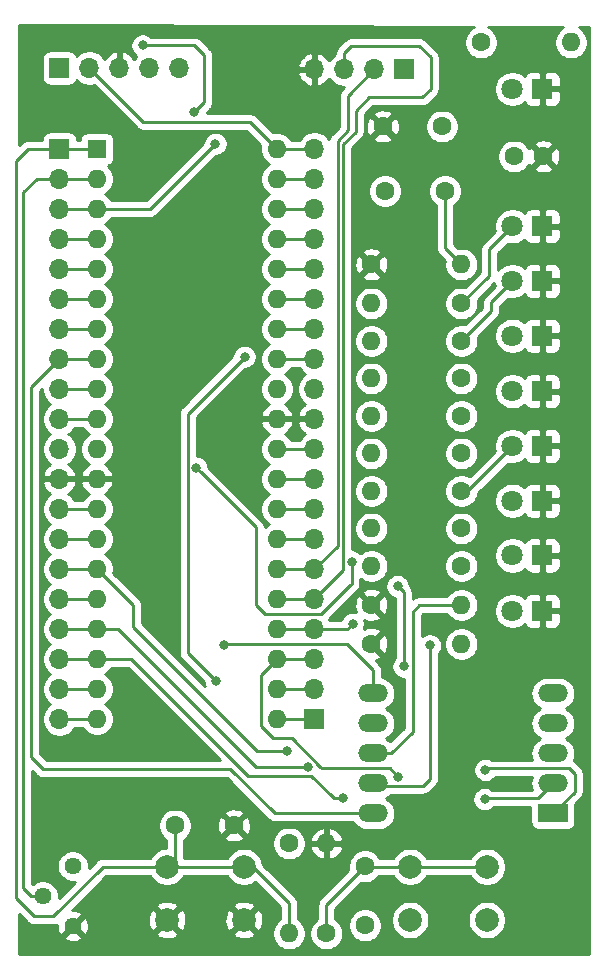
<source format=gbr>
%TF.GenerationSoftware,KiCad,Pcbnew,(5.1.7)-1*%
%TF.CreationDate,2021-01-23T22:43:50+00:00*%
%TF.ProjectId,Projeto1,50726f6a-6574-46f3-912e-6b696361645f,rev?*%
%TF.SameCoordinates,Original*%
%TF.FileFunction,Copper,L2,Bot*%
%TF.FilePolarity,Positive*%
%FSLAX46Y46*%
G04 Gerber Fmt 4.6, Leading zero omitted, Abs format (unit mm)*
G04 Created by KiCad (PCBNEW (5.1.7)-1) date 2021-01-23 22:43:50*
%MOMM*%
%LPD*%
G01*
G04 APERTURE LIST*
%TA.AperFunction,ComponentPad*%
%ADD10O,1.700000X1.700000*%
%TD*%
%TA.AperFunction,ComponentPad*%
%ADD11R,1.700000X1.700000*%
%TD*%
%TA.AperFunction,ComponentPad*%
%ADD12O,1.600000X1.600000*%
%TD*%
%TA.AperFunction,ComponentPad*%
%ADD13R,1.600000X1.600000*%
%TD*%
%TA.AperFunction,ComponentPad*%
%ADD14C,1.800000*%
%TD*%
%TA.AperFunction,ComponentPad*%
%ADD15R,1.800000X1.800000*%
%TD*%
%TA.AperFunction,ComponentPad*%
%ADD16C,1.600000*%
%TD*%
%TA.AperFunction,ComponentPad*%
%ADD17R,2.524000X1.524000*%
%TD*%
%TA.AperFunction,ComponentPad*%
%ADD18O,2.524000X1.524000*%
%TD*%
%TA.AperFunction,ComponentPad*%
%ADD19C,1.440000*%
%TD*%
%TA.AperFunction,ComponentPad*%
%ADD20C,2.000000*%
%TD*%
%TA.AperFunction,ViaPad*%
%ADD21C,0.800000*%
%TD*%
%TA.AperFunction,Conductor*%
%ADD22C,0.250000*%
%TD*%
%TA.AperFunction,Conductor*%
%ADD23C,0.254000*%
%TD*%
%TA.AperFunction,Conductor*%
%ADD24C,0.100000*%
%TD*%
G04 APERTURE END LIST*
D10*
%TO.P,J1,5*%
%TO.N,/1*%
X128270000Y-74168000D03*
%TO.P,J1,4*%
%TO.N,VCC*%
X125730000Y-74168000D03*
%TO.P,J1,3*%
%TO.N,GNDREF*%
X123190000Y-74168000D03*
%TO.P,J1,2*%
%TO.N,/40*%
X120650000Y-74168000D03*
D11*
%TO.P,J1,1*%
%TO.N,/39*%
X118110000Y-74168000D03*
%TD*%
D10*
%TO.P,J4,20*%
%TO.N,/20*%
X118110000Y-129286000D03*
%TO.P,J4,19*%
%TO.N,/19*%
X118110000Y-126746000D03*
%TO.P,J4,18*%
%TO.N,/18*%
X118110000Y-124206000D03*
%TO.P,J4,17*%
%TO.N,/17*%
X118110000Y-121666000D03*
%TO.P,J4,16*%
%TO.N,/16*%
X118110000Y-119126000D03*
%TO.P,J4,15*%
%TO.N,/15*%
X118110000Y-116586000D03*
%TO.P,J4,14*%
%TO.N,/14*%
X118110000Y-114046000D03*
%TO.P,J4,13*%
%TO.N,/13*%
X118110000Y-111506000D03*
%TO.P,J4,12*%
%TO.N,GNDREF*%
X118110000Y-108966000D03*
%TO.P,J4,11*%
%TO.N,VCC*%
X118110000Y-106426000D03*
%TO.P,J4,10*%
%TO.N,/10*%
X118110000Y-103886000D03*
%TO.P,J4,9*%
%TO.N,/9*%
X118110000Y-101346000D03*
%TO.P,J4,8*%
%TO.N,/8*%
X118110000Y-98806000D03*
%TO.P,J4,7*%
%TO.N,/7*%
X118110000Y-96266000D03*
%TO.P,J4,6*%
%TO.N,/6*%
X118110000Y-93726000D03*
%TO.P,J4,5*%
%TO.N,/5*%
X118110000Y-91186000D03*
%TO.P,J4,4*%
%TO.N,/4*%
X118110000Y-88646000D03*
%TO.P,J4,3*%
%TO.N,/3*%
X118110000Y-86106000D03*
%TO.P,J4,2*%
%TO.N,/2*%
X118110000Y-83566000D03*
D11*
%TO.P,J4,1*%
%TO.N,/1*%
X118110000Y-81026000D03*
%TD*%
D12*
%TO.P,PIC18F4580,40*%
%TO.N,/40*%
X136525000Y-81026000D03*
%TO.P,PIC18F4580,20*%
%TO.N,/20*%
X121285000Y-129286000D03*
%TO.P,PIC18F4580,39*%
%TO.N,/39*%
X136525000Y-83566000D03*
%TO.P,PIC18F4580,19*%
%TO.N,/19*%
X121285000Y-126746000D03*
%TO.P,PIC18F4580,38*%
%TO.N,/38*%
X136525000Y-86106000D03*
%TO.P,PIC18F4580,18*%
%TO.N,/18*%
X121285000Y-124206000D03*
%TO.P,PIC18F4580,37*%
%TO.N,/37*%
X136525000Y-88646000D03*
%TO.P,PIC18F4580,17*%
%TO.N,/17*%
X121285000Y-121666000D03*
%TO.P,PIC18F4580,36*%
%TO.N,/36*%
X136525000Y-91186000D03*
%TO.P,PIC18F4580,16*%
%TO.N,/16*%
X121285000Y-119126000D03*
%TO.P,PIC18F4580,35*%
%TO.N,/35*%
X136525000Y-93726000D03*
%TO.P,PIC18F4580,15*%
%TO.N,/15*%
X121285000Y-116586000D03*
%TO.P,PIC18F4580,34*%
%TO.N,/34*%
X136525000Y-96266000D03*
%TO.P,PIC18F4580,14*%
%TO.N,/14*%
X121285000Y-114046000D03*
%TO.P,PIC18F4580,33*%
%TO.N,/33*%
X136525000Y-98806000D03*
%TO.P,PIC18F4580,13*%
%TO.N,/13*%
X121285000Y-111506000D03*
%TO.P,PIC18F4580,32*%
%TO.N,VCC*%
X136525000Y-101346000D03*
%TO.P,PIC18F4580,12*%
%TO.N,GNDREF*%
X121285000Y-108966000D03*
%TO.P,PIC18F4580,31*%
X136525000Y-103886000D03*
%TO.P,PIC18F4580,11*%
%TO.N,VCC*%
X121285000Y-106426000D03*
%TO.P,PIC18F4580,30*%
%TO.N,/30*%
X136525000Y-106426000D03*
%TO.P,PIC18F4580,10*%
%TO.N,/10*%
X121285000Y-103886000D03*
%TO.P,PIC18F4580,29*%
%TO.N,/29*%
X136525000Y-108966000D03*
%TO.P,PIC18F4580,9*%
%TO.N,/9*%
X121285000Y-101346000D03*
%TO.P,PIC18F4580,28*%
%TO.N,/28*%
X136525000Y-111506000D03*
%TO.P,PIC18F4580,8*%
%TO.N,/8*%
X121285000Y-98806000D03*
%TO.P,PIC18F4580,27*%
%TO.N,/27*%
X136525000Y-114046000D03*
%TO.P,PIC18F4580,7*%
%TO.N,/7*%
X121285000Y-96266000D03*
%TO.P,PIC18F4580,26*%
%TO.N,/26*%
X136525000Y-116586000D03*
%TO.P,PIC18F4580,6*%
%TO.N,/6*%
X121285000Y-93726000D03*
%TO.P,PIC18F4580,25*%
%TO.N,/25*%
X136525000Y-119126000D03*
%TO.P,PIC18F4580,5*%
%TO.N,/5*%
X121285000Y-91186000D03*
%TO.P,PIC18F4580,24*%
%TO.N,/24*%
X136525000Y-121666000D03*
%TO.P,PIC18F4580,4*%
%TO.N,/4*%
X121285000Y-88646000D03*
%TO.P,PIC18F4580,23*%
%TO.N,/23*%
X136525000Y-124206000D03*
%TO.P,PIC18F4580,3*%
%TO.N,/3*%
X121285000Y-86106000D03*
%TO.P,PIC18F4580,22*%
%TO.N,/22*%
X136525000Y-126746000D03*
%TO.P,PIC18F4580,2*%
%TO.N,/2*%
X121285000Y-83566000D03*
%TO.P,PIC18F4580,21*%
%TO.N,/21*%
X136525000Y-129286000D03*
D13*
%TO.P,PIC18F4580,1*%
%TO.N,/1*%
X121285000Y-81026000D03*
%TD*%
D14*
%TO.P,D9,2*%
%TO.N,Net-(D9-Pad2)*%
X156464000Y-75946000D03*
D15*
%TO.P,D9,1*%
%TO.N,GNDREF*%
X159004000Y-75946000D03*
%TD*%
D16*
%TO.P,R14,2*%
%TO.N,/3*%
X150749000Y-84582000D03*
%TO.P,R14,1*%
%TO.N,VCC*%
X145669000Y-84582000D03*
%TD*%
D12*
%TO.P,R15,2*%
%TO.N,/3*%
X152146000Y-90805000D03*
D16*
%TO.P,R15,1*%
%TO.N,GNDREF*%
X144526000Y-90805000D03*
%TD*%
D12*
%TO.P,R13,2*%
%TO.N,Net-(AFF1-Pad3)*%
X152146000Y-122936000D03*
D16*
%TO.P,R13,1*%
%TO.N,GNDREF*%
X144526000Y-122936000D03*
%TD*%
D12*
%TO.P,R12,2*%
%TO.N,Net-(AFF1-Pad8)*%
X152146000Y-119634000D03*
D16*
%TO.P,R12,1*%
%TO.N,GNDREF*%
X144526000Y-119634000D03*
%TD*%
D12*
%TO.P,R10,2*%
%TO.N,/1*%
X137541000Y-147447000D03*
D16*
%TO.P,R10,1*%
%TO.N,VCC*%
X137541000Y-139827000D03*
%TD*%
D12*
%TO.P,R9,2*%
%TO.N,GNDREF*%
X140716000Y-139827000D03*
D16*
%TO.P,R9,1*%
%TO.N,/33*%
X140716000Y-147447000D03*
%TD*%
D17*
%TO.P,AFF1,1*%
%TO.N,/23*%
X159893000Y-137287000D03*
D18*
%TO.P,AFF1,2*%
%TO.N,/18*%
X159893000Y-134747000D03*
%TO.P,AFF1,3*%
%TO.N,Net-(AFF1-Pad3)*%
X159893000Y-132207000D03*
%TO.P,AFF1,4*%
%TO.N,/17*%
X159893000Y-129667000D03*
%TO.P,AFF1,5*%
%TO.N,/9*%
X159893000Y-127127000D03*
%TO.P,AFF1,6*%
%TO.N,/16*%
X144653000Y-127127000D03*
%TO.P,AFF1,7*%
%TO.N,/15*%
X144653000Y-129667000D03*
%TO.P,AFF1,8*%
%TO.N,Net-(AFF1-Pad8)*%
X144653000Y-132207000D03*
%TO.P,AFF1,9*%
%TO.N,/24*%
X144653000Y-134747000D03*
%TO.P,AFF1,10*%
%TO.N,/8*%
X144653000Y-137287000D03*
%TD*%
D12*
%TO.P,R11,2*%
%TO.N,VCC*%
X161417000Y-72009000D03*
D16*
%TO.P,R11,1*%
%TO.N,Net-(D9-Pad2)*%
X153797000Y-72009000D03*
%TD*%
D19*
%TO.P,RV1,1*%
%TO.N,VCC*%
X119253000Y-141732000D03*
%TO.P,RV1,2*%
%TO.N,/2*%
X116713000Y-144272000D03*
%TO.P,RV1,3*%
%TO.N,GNDREF*%
X119253000Y-146812000D03*
%TD*%
D16*
%TO.P,C5,2*%
%TO.N,GNDREF*%
X159091000Y-81661000D03*
%TO.P,C5,1*%
%TO.N,VCC*%
X156591000Y-81661000D03*
%TD*%
D20*
%TO.P,Bot\u00E3o1,1*%
%TO.N,VCC*%
X147805000Y-146307000D03*
%TO.P,Bot\u00E3o1,2*%
%TO.N,/33*%
X147805000Y-141807000D03*
%TO.P,Bot\u00E3o1,1*%
%TO.N,VCC*%
X154305000Y-146307000D03*
%TO.P,Bot\u00E3o1,2*%
%TO.N,/33*%
X154305000Y-141807000D03*
%TD*%
%TO.P,RESET1,1*%
%TO.N,GNDREF*%
X127231000Y-146304000D03*
%TO.P,RESET1,2*%
%TO.N,/1*%
X127231000Y-141804000D03*
%TO.P,RESET1,1*%
%TO.N,GNDREF*%
X133731000Y-146304000D03*
%TO.P,RESET1,2*%
%TO.N,/1*%
X133731000Y-141804000D03*
%TD*%
D10*
%TO.P,J3,20*%
%TO.N,/40*%
X139700000Y-81026000D03*
%TO.P,J3,19*%
%TO.N,/39*%
X139700000Y-83566000D03*
%TO.P,J3,18*%
%TO.N,/38*%
X139700000Y-86106000D03*
%TO.P,J3,17*%
%TO.N,/37*%
X139700000Y-88646000D03*
%TO.P,J3,16*%
%TO.N,/36*%
X139700000Y-91186000D03*
%TO.P,J3,15*%
%TO.N,/35*%
X139700000Y-93726000D03*
%TO.P,J3,14*%
%TO.N,/34*%
X139700000Y-96266000D03*
%TO.P,J3,13*%
%TO.N,/33*%
X139700000Y-98806000D03*
%TO.P,J3,12*%
%TO.N,VCC*%
X139700000Y-101346000D03*
%TO.P,J3,11*%
%TO.N,GNDREF*%
X139700000Y-103886000D03*
%TO.P,J3,10*%
%TO.N,/30*%
X139700000Y-106426000D03*
%TO.P,J3,9*%
%TO.N,/29*%
X139700000Y-108966000D03*
%TO.P,J3,8*%
%TO.N,/28*%
X139700000Y-111506000D03*
%TO.P,J3,7*%
%TO.N,/27*%
X139700000Y-114046000D03*
%TO.P,J3,6*%
%TO.N,/26*%
X139700000Y-116586000D03*
%TO.P,J3,5*%
%TO.N,/25*%
X139700000Y-119126000D03*
%TO.P,J3,4*%
%TO.N,/24*%
X139700000Y-121666000D03*
%TO.P,J3,3*%
%TO.N,/23*%
X139700000Y-124206000D03*
%TO.P,J3,2*%
%TO.N,/22*%
X139700000Y-126746000D03*
D11*
%TO.P,J3,1*%
%TO.N,/21*%
X139700000Y-129286000D03*
%TD*%
D10*
%TO.P,J2,4*%
%TO.N,GNDREF*%
X139700000Y-74295000D03*
%TO.P,J2,3*%
%TO.N,/25*%
X142240000Y-74295000D03*
%TO.P,J2,2*%
%TO.N,/26*%
X144780000Y-74295000D03*
D11*
%TO.P,J2,1*%
%TO.N,VCC*%
X147320000Y-74295000D03*
%TD*%
D14*
%TO.P,D8,2*%
%TO.N,Net-(D8-Pad2)*%
X156464000Y-120142000D03*
D15*
%TO.P,D8,1*%
%TO.N,GNDREF*%
X159004000Y-120142000D03*
%TD*%
D14*
%TO.P,D7,2*%
%TO.N,Net-(D7-Pad2)*%
X156464000Y-115443000D03*
D15*
%TO.P,D7,1*%
%TO.N,GNDREF*%
X159004000Y-115443000D03*
%TD*%
D14*
%TO.P,D6,2*%
%TO.N,Net-(D6-Pad2)*%
X156464000Y-110808000D03*
D15*
%TO.P,D6,1*%
%TO.N,GNDREF*%
X159004000Y-110808000D03*
%TD*%
D14*
%TO.P,D5,2*%
%TO.N,Net-(D5-Pad2)*%
X156464000Y-106172000D03*
D15*
%TO.P,D5,1*%
%TO.N,GNDREF*%
X159004000Y-106172000D03*
%TD*%
D14*
%TO.P,D4,2*%
%TO.N,Net-(D4-Pad2)*%
X156464000Y-101536000D03*
D15*
%TO.P,D4,1*%
%TO.N,GNDREF*%
X159004000Y-101536000D03*
%TD*%
D14*
%TO.P,D3,2*%
%TO.N,Net-(D3-Pad2)*%
X156464000Y-96837500D03*
D15*
%TO.P,D3,1*%
%TO.N,GNDREF*%
X159004000Y-96837500D03*
%TD*%
D14*
%TO.P,D2,2*%
%TO.N,Net-(D2-Pad2)*%
X156464000Y-92202000D03*
D15*
%TO.P,D2,1*%
%TO.N,GNDREF*%
X159004000Y-92202000D03*
%TD*%
D14*
%TO.P,D1,2*%
%TO.N,Net-(D1-Pad2)*%
X156464000Y-87566500D03*
D15*
%TO.P,D1,1*%
%TO.N,GNDREF*%
X159004000Y-87566500D03*
%TD*%
D16*
%TO.P,C3,2*%
%TO.N,GNDREF*%
X145495000Y-79121000D03*
%TO.P,C3,1*%
%TO.N,VCC*%
X150495000Y-79121000D03*
%TD*%
D12*
%TO.P,R8,2*%
%TO.N,/30*%
X144526000Y-100457000D03*
D16*
%TO.P,R8,1*%
%TO.N,Net-(D8-Pad2)*%
X152146000Y-100457000D03*
%TD*%
D12*
%TO.P,R7,2*%
%TO.N,/29*%
X144526000Y-103632000D03*
D16*
%TO.P,R7,1*%
%TO.N,Net-(D7-Pad2)*%
X152146000Y-103632000D03*
%TD*%
D12*
%TO.P,R6,2*%
%TO.N,/28*%
X144526000Y-106807000D03*
D16*
%TO.P,R6,1*%
%TO.N,Net-(D6-Pad2)*%
X152146000Y-106807000D03*
%TD*%
D12*
%TO.P,R5,2*%
%TO.N,/27*%
X144526000Y-109982000D03*
D16*
%TO.P,R5,1*%
%TO.N,Net-(D5-Pad2)*%
X152146000Y-109982000D03*
%TD*%
D12*
%TO.P,R4,2*%
%TO.N,/22*%
X144526000Y-113157000D03*
D16*
%TO.P,R4,1*%
%TO.N,Net-(D4-Pad2)*%
X152146000Y-113157000D03*
%TD*%
D12*
%TO.P,R3,2*%
%TO.N,/21*%
X144526000Y-116332000D03*
D16*
%TO.P,R3,1*%
%TO.N,Net-(D3-Pad2)*%
X152146000Y-116332000D03*
%TD*%
D12*
%TO.P,R2,2*%
%TO.N,/20*%
X144526000Y-97282000D03*
D16*
%TO.P,R2,1*%
%TO.N,Net-(D2-Pad2)*%
X152146000Y-97282000D03*
%TD*%
D12*
%TO.P,R1,2*%
%TO.N,/19*%
X144526000Y-94107000D03*
D16*
%TO.P,R1,1*%
%TO.N,Net-(D1-Pad2)*%
X152146000Y-94107000D03*
%TD*%
%TO.P,C1,2*%
%TO.N,GNDREF*%
X132889000Y-138303000D03*
%TO.P,C1,1*%
%TO.N,/1*%
X127889000Y-138303000D03*
%TD*%
%TO.P,C2,2*%
%TO.N,VCC*%
X143987520Y-146759940D03*
%TO.P,C2,1*%
%TO.N,/33*%
X143987520Y-141759940D03*
%TD*%
D21*
%TO.N,/20*%
X133794500Y-98615500D03*
X131381500Y-126111000D03*
%TO.N,/18*%
X154114500Y-136080500D03*
X142113000Y-136017000D03*
%TO.N,/17*%
X139128500Y-133350000D03*
%TO.N,/16*%
X132016500Y-123063000D03*
%TO.N,/15*%
X137350500Y-132016500D03*
%TO.N,/9*%
X147256500Y-124841000D03*
X142843510Y-115955653D03*
X129693510Y-108013500D03*
X146748500Y-118046500D03*
%TO.N,/3*%
X131318000Y-80581500D03*
%TO.N,/39*%
X129540000Y-77914500D03*
X125158500Y-72263000D03*
%TO.N,/24*%
X149479000Y-123063000D03*
X142938500Y-121221500D03*
%TO.N,/23*%
X154178000Y-133604000D03*
X146812000Y-134202000D03*
%TD*%
D22*
%TO.N,Net-(D1-Pad2)*%
X152146000Y-94107000D02*
X154500580Y-91752420D01*
X154500580Y-89529920D02*
X156464000Y-87566500D01*
X154500580Y-91752420D02*
X154500580Y-89529920D01*
%TO.N,Net-(D2-Pad2)*%
X152146000Y-97282000D02*
X154655520Y-94772480D01*
X154655520Y-94010480D02*
X156464000Y-92202000D01*
X154655520Y-94772480D02*
X154655520Y-94010480D01*
%TO.N,Net-(D5-Pad2)*%
X152654000Y-109982000D02*
X152146000Y-109982000D01*
X156464000Y-106172000D02*
X152654000Y-109982000D01*
%TO.N,/1*%
X137541000Y-147447000D02*
X137541000Y-144879060D01*
X134465940Y-141804000D02*
X133731000Y-141804000D01*
X137541000Y-144879060D02*
X134465940Y-141804000D01*
X133731000Y-141804000D02*
X127231000Y-141804000D01*
X127889000Y-141146000D02*
X127231000Y-141804000D01*
X127889000Y-138303000D02*
X127889000Y-141146000D01*
X127231000Y-141804000D02*
X121784500Y-141804000D01*
X121784500Y-141804000D02*
X117602000Y-145986500D01*
X117602000Y-145986500D02*
X115951000Y-145986500D01*
X115951000Y-145986500D02*
X114427000Y-144462500D01*
X114427000Y-144462500D02*
X114427000Y-82042000D01*
X115443000Y-81026000D02*
X118110000Y-81026000D01*
X114427000Y-82042000D02*
X115443000Y-81026000D01*
X118110000Y-81026000D02*
X121285000Y-81026000D01*
%TO.N,/20*%
X118110000Y-129286000D02*
X121285000Y-129286000D01*
X128968500Y-123698000D02*
X131381500Y-126111000D01*
X133794500Y-98615500D02*
X128968500Y-103441500D01*
X128968500Y-103441500D02*
X128968500Y-123698000D01*
%TO.N,/19*%
X118110000Y-126746000D02*
X121285000Y-126746000D01*
%TO.N,/18*%
X118110000Y-124206000D02*
X121285000Y-124206000D01*
X124206000Y-124206000D02*
X121285000Y-124206000D01*
X134075001Y-134075001D02*
X124206000Y-124206000D01*
X139438490Y-134075001D02*
X134075001Y-134075001D01*
X159893000Y-134747000D02*
X158623000Y-136017000D01*
X154178000Y-136017000D02*
X154114500Y-136080500D01*
X158623000Y-136017000D02*
X154178000Y-136017000D01*
X141380490Y-136017000D02*
X141206995Y-135843505D01*
X142113000Y-136017000D02*
X141380490Y-136017000D01*
X141206995Y-135843505D02*
X139438490Y-134075001D01*
X141380489Y-136017000D02*
X141206995Y-135843505D01*
%TO.N,/17*%
X118110000Y-121666000D02*
X121285000Y-121666000D01*
X139128500Y-133350000D02*
X134747000Y-133350000D01*
X123063000Y-121666000D02*
X121285000Y-121666000D01*
X134747000Y-133350000D02*
X123063000Y-121666000D01*
%TO.N,/16*%
X118110000Y-119126000D02*
X121285000Y-119126000D01*
X144653000Y-125158500D02*
X144653000Y-127127000D01*
X142430500Y-122936000D02*
X144653000Y-125158500D01*
X132143500Y-122936000D02*
X142430500Y-122936000D01*
X132016500Y-123063000D02*
X132143500Y-122936000D01*
%TO.N,/15*%
X121285000Y-116586000D02*
X118110000Y-116586000D01*
X137350500Y-132016500D02*
X134874000Y-132016500D01*
X134874000Y-132016500D02*
X124333000Y-121475500D01*
X124333000Y-119634000D02*
X121285000Y-116586000D01*
X124333000Y-121475500D02*
X124333000Y-119634000D01*
%TO.N,/14*%
X118110000Y-114046000D02*
X121285000Y-114046000D01*
%TO.N,/13*%
X121285000Y-111506000D02*
X118110000Y-111506000D01*
%TO.N,/10*%
X118110000Y-103886000D02*
X121285000Y-103886000D01*
%TO.N,/9*%
X121285000Y-101346000D02*
X118110000Y-101346000D01*
X134747000Y-119634000D02*
X135509000Y-120396000D01*
X134747000Y-115379500D02*
X134747000Y-119634000D01*
X134747000Y-114808000D02*
X134747000Y-115379500D01*
X135509000Y-120396000D02*
X140271500Y-120396000D01*
X147256500Y-118999000D02*
X147256500Y-119189500D01*
X147256500Y-119189500D02*
X147256500Y-124841000D01*
X142843510Y-117823990D02*
X142430500Y-118237000D01*
X142843510Y-115955653D02*
X142843510Y-117823990D01*
X142430500Y-118237000D02*
X142684500Y-117983000D01*
X140271500Y-120396000D02*
X142430500Y-118237000D01*
X134747000Y-113066990D02*
X130093509Y-108413499D01*
X134747000Y-115379500D02*
X134747000Y-113066990D01*
X130093509Y-108413499D02*
X129693510Y-108013500D01*
X147256500Y-118554500D02*
X146748500Y-118046500D01*
X147256500Y-119189500D02*
X147256500Y-118554500D01*
%TO.N,/8*%
X118110000Y-98806000D02*
X121285000Y-98806000D01*
X144653000Y-137287000D02*
X136334500Y-137287000D01*
X136334500Y-137287000D02*
X132588000Y-133540500D01*
X132588000Y-133540500D02*
X116713000Y-133540500D01*
X116713000Y-133540500D02*
X115697000Y-132524500D01*
X115697000Y-101219000D02*
X118110000Y-98806000D01*
X115697000Y-132524500D02*
X115697000Y-101219000D01*
%TO.N,/7*%
X118110000Y-96266000D02*
X121285000Y-96266000D01*
%TO.N,/6*%
X121285000Y-93726000D02*
X118110000Y-93726000D01*
%TO.N,/5*%
X118110000Y-91186000D02*
X121285000Y-91186000D01*
%TO.N,/4*%
X118110000Y-88646000D02*
X121285000Y-88646000D01*
%TO.N,/3*%
X150749000Y-89408000D02*
X152146000Y-90805000D01*
X150749000Y-84582000D02*
X150749000Y-89408000D01*
X118110000Y-86106000D02*
X121285000Y-86106000D01*
X125793500Y-86106000D02*
X121285000Y-86106000D01*
X131318000Y-80581500D02*
X125793500Y-86106000D01*
%TO.N,/2*%
X118110000Y-83566000D02*
X121285000Y-83566000D01*
X116205000Y-83566000D02*
X118110000Y-83566000D01*
X115062000Y-84709000D02*
X116205000Y-83566000D01*
X115062000Y-143637000D02*
X115062000Y-84709000D01*
X115697000Y-144272000D02*
X115062000Y-143637000D01*
X116713000Y-144272000D02*
X115697000Y-144272000D01*
%TO.N,/33*%
X154305000Y-141807000D02*
X147805000Y-141807000D01*
X144034580Y-141807000D02*
X143987520Y-141759940D01*
X147805000Y-141807000D02*
X144034580Y-141807000D01*
X140716000Y-145031460D02*
X140716000Y-147447000D01*
X143987520Y-141759940D02*
X140716000Y-145031460D01*
X139700000Y-98806000D02*
X136525000Y-98806000D01*
%TO.N,/39*%
X136525000Y-83566000D02*
X139700000Y-83566000D01*
X130365500Y-73088500D02*
X130365500Y-77089000D01*
X130365500Y-77089000D02*
X129540000Y-77914500D01*
X129540000Y-72263000D02*
X130365500Y-73088500D01*
X129540000Y-72263000D02*
X125158500Y-72263000D01*
%TO.N,/40*%
X139700000Y-81026000D02*
X136525000Y-81026000D01*
X136525000Y-81026000D02*
X134239000Y-78740000D01*
X125222000Y-78740000D02*
X120650000Y-74168000D01*
X134239000Y-78740000D02*
X125222000Y-78740000D01*
%TO.N,/25*%
X139700000Y-119126000D02*
X136525000Y-119126000D01*
X142118510Y-80639490D02*
X142118510Y-116707490D01*
X143192500Y-79565500D02*
X142118510Y-80639490D01*
X143192500Y-77787500D02*
X143192500Y-79565500D01*
X148844000Y-76644500D02*
X144335500Y-76644500D01*
X149542500Y-75946000D02*
X148844000Y-76644500D01*
X149542500Y-73279000D02*
X149542500Y-75946000D01*
X142118510Y-116707490D02*
X139700000Y-119126000D01*
X144335500Y-76644500D02*
X143192500Y-77787500D01*
X148590000Y-72326500D02*
X149542500Y-73279000D01*
X142811500Y-72326500D02*
X148590000Y-72326500D01*
X142240000Y-72898000D02*
X142811500Y-72326500D01*
X142240000Y-74295000D02*
X142240000Y-72898000D01*
%TO.N,/26*%
X139700000Y-116586000D02*
X136525000Y-116586000D01*
X144780000Y-74295000D02*
X142557500Y-76517500D01*
X142557500Y-76517500D02*
X142557500Y-79438500D01*
X142557500Y-79438500D02*
X141668500Y-80327500D01*
X141668500Y-114617500D02*
X139700000Y-116586000D01*
X141668500Y-80327500D02*
X141668500Y-114617500D01*
%TO.N,/38*%
X136525000Y-86106000D02*
X139700000Y-86106000D01*
%TO.N,/37*%
X139700000Y-88646000D02*
X136525000Y-88646000D01*
%TO.N,/36*%
X139700000Y-91186000D02*
X136525000Y-91186000D01*
%TO.N,/35*%
X139700000Y-93726000D02*
X136525000Y-93726000D01*
%TO.N,/34*%
X139700000Y-96266000D02*
X136525000Y-96266000D01*
%TO.N,/30*%
X139700000Y-106426000D02*
X136525000Y-106426000D01*
%TO.N,/29*%
X139700000Y-108966000D02*
X136525000Y-108966000D01*
%TO.N,/28*%
X139700000Y-111506000D02*
X136525000Y-111506000D01*
%TO.N,/27*%
X139700000Y-114046000D02*
X136525000Y-114046000D01*
%TO.N,/24*%
X139700000Y-121666000D02*
X136525000Y-121666000D01*
X144833001Y-134927001D02*
X148917999Y-134927001D01*
X144653000Y-134747000D02*
X144833001Y-134927001D01*
X149479000Y-134366000D02*
X149479000Y-123063000D01*
X148917999Y-134927001D02*
X149479000Y-134366000D01*
X139700000Y-121666000D02*
X142494000Y-121666000D01*
X142494000Y-121666000D02*
X142938500Y-121221500D01*
%TO.N,/23*%
X139700000Y-124206000D02*
X136525000Y-124206000D01*
X135191500Y-125539500D02*
X136525000Y-124206000D01*
X136207500Y-130937000D02*
X135191500Y-129921000D01*
X135191500Y-129921000D02*
X135191500Y-125539500D01*
X137788502Y-130937000D02*
X136207500Y-130937000D01*
X161734500Y-133921500D02*
X161290000Y-133477000D01*
X161734500Y-135445500D02*
X161734500Y-133921500D01*
X159893000Y-137287000D02*
X161734500Y-135445500D01*
X154305000Y-133477000D02*
X154178000Y-133604000D01*
X161290000Y-133477000D02*
X154305000Y-133477000D01*
X140204751Y-133353249D02*
X137788502Y-130937000D01*
X140328502Y-133477000D02*
X140204751Y-133353249D01*
X146087000Y-133477000D02*
X140328502Y-133477000D01*
X146812000Y-134202000D02*
X146087000Y-133477000D01*
%TO.N,/22*%
X139700000Y-126746000D02*
X136525000Y-126746000D01*
%TO.N,/21*%
X139700000Y-129286000D02*
X136525000Y-129286000D01*
%TO.N,Net-(AFF1-Pad8)*%
X146165000Y-132207000D02*
X144653000Y-132207000D01*
X148018500Y-130353500D02*
X146165000Y-132207000D01*
X148024011Y-124519398D02*
X148018500Y-124524909D01*
X148018500Y-124524909D02*
X148018500Y-130353500D01*
X148024011Y-120199989D02*
X148024011Y-124519398D01*
X148590000Y-119634000D02*
X148024011Y-120199989D01*
X152146000Y-119634000D02*
X148590000Y-119634000D01*
%TD*%
D23*
%TO.N,GNDREF*%
X153237470Y-70687533D02*
X153117273Y-70737320D01*
X152882241Y-70894363D01*
X152682363Y-71094241D01*
X152525320Y-71329273D01*
X152417147Y-71590426D01*
X152362000Y-71867665D01*
X152362000Y-72150335D01*
X152417147Y-72427574D01*
X152525320Y-72688727D01*
X152682363Y-72923759D01*
X152882241Y-73123637D01*
X153117273Y-73280680D01*
X153378426Y-73388853D01*
X153655665Y-73444000D01*
X153938335Y-73444000D01*
X154215574Y-73388853D01*
X154476727Y-73280680D01*
X154711759Y-73123637D01*
X154911637Y-72923759D01*
X155068680Y-72688727D01*
X155176853Y-72427574D01*
X155232000Y-72150335D01*
X155232000Y-71867665D01*
X155176853Y-71590426D01*
X155068680Y-71329273D01*
X154911637Y-71094241D01*
X154711759Y-70894363D01*
X154476727Y-70737320D01*
X154370856Y-70693467D01*
X160762356Y-70726930D01*
X160737273Y-70737320D01*
X160502241Y-70894363D01*
X160302363Y-71094241D01*
X160145320Y-71329273D01*
X160037147Y-71590426D01*
X159982000Y-71867665D01*
X159982000Y-72150335D01*
X160037147Y-72427574D01*
X160145320Y-72688727D01*
X160302363Y-72923759D01*
X160502241Y-73123637D01*
X160737273Y-73280680D01*
X160998426Y-73388853D01*
X161275665Y-73444000D01*
X161558335Y-73444000D01*
X161835574Y-73388853D01*
X162096727Y-73280680D01*
X162331759Y-73123637D01*
X162531637Y-72923759D01*
X162688680Y-72688727D01*
X162796853Y-72427574D01*
X162852000Y-72150335D01*
X162852000Y-71867665D01*
X162796853Y-71590426D01*
X162688680Y-71329273D01*
X162531637Y-71094241D01*
X162331759Y-70894363D01*
X162096727Y-70737320D01*
X162088406Y-70733873D01*
X162916000Y-70738206D01*
X162916001Y-148303572D01*
X162916000Y-148303582D01*
X162916001Y-149200000D01*
X114706000Y-149200000D01*
X114706000Y-147747560D01*
X118497045Y-147747560D01*
X118558932Y-147983368D01*
X118800790Y-148096266D01*
X119060027Y-148159811D01*
X119326680Y-148171561D01*
X119590501Y-148131063D01*
X119841353Y-148039875D01*
X119947068Y-147983368D01*
X120008955Y-147747560D01*
X119253000Y-146991605D01*
X118497045Y-147747560D01*
X114706000Y-147747560D01*
X114706000Y-145816302D01*
X115387205Y-146497508D01*
X115410999Y-146526501D01*
X115439992Y-146550295D01*
X115439996Y-146550299D01*
X115510685Y-146608311D01*
X115526724Y-146621474D01*
X115658753Y-146692046D01*
X115802014Y-146735503D01*
X115913667Y-146746500D01*
X115913676Y-146746500D01*
X115950999Y-146750176D01*
X115988322Y-146746500D01*
X117564678Y-146746500D01*
X117602000Y-146750176D01*
X117639322Y-146746500D01*
X117639333Y-146746500D01*
X117750986Y-146735503D01*
X117894247Y-146692046D01*
X117902158Y-146687818D01*
X117893439Y-146885680D01*
X117933937Y-147149501D01*
X118025125Y-147400353D01*
X118081632Y-147506068D01*
X118317440Y-147567955D01*
X119073395Y-146812000D01*
X119432605Y-146812000D01*
X120188560Y-147567955D01*
X120424368Y-147506068D01*
X120455482Y-147439413D01*
X126275192Y-147439413D01*
X126370956Y-147703814D01*
X126660571Y-147844704D01*
X126972108Y-147926384D01*
X127293595Y-147945718D01*
X127612675Y-147901961D01*
X127917088Y-147796795D01*
X128091044Y-147703814D01*
X128186808Y-147439413D01*
X132775192Y-147439413D01*
X132870956Y-147703814D01*
X133160571Y-147844704D01*
X133472108Y-147926384D01*
X133793595Y-147945718D01*
X134112675Y-147901961D01*
X134417088Y-147796795D01*
X134591044Y-147703814D01*
X134686808Y-147439413D01*
X133731000Y-146483605D01*
X132775192Y-147439413D01*
X128186808Y-147439413D01*
X127231000Y-146483605D01*
X126275192Y-147439413D01*
X120455482Y-147439413D01*
X120537266Y-147264210D01*
X120600811Y-147004973D01*
X120612561Y-146738320D01*
X120572063Y-146474499D01*
X120532839Y-146366595D01*
X125589282Y-146366595D01*
X125633039Y-146685675D01*
X125738205Y-146990088D01*
X125831186Y-147164044D01*
X126095587Y-147259808D01*
X127051395Y-146304000D01*
X127410605Y-146304000D01*
X128366413Y-147259808D01*
X128630814Y-147164044D01*
X128771704Y-146874429D01*
X128853384Y-146562892D01*
X128865189Y-146366595D01*
X132089282Y-146366595D01*
X132133039Y-146685675D01*
X132238205Y-146990088D01*
X132331186Y-147164044D01*
X132595587Y-147259808D01*
X133551395Y-146304000D01*
X133910605Y-146304000D01*
X134866413Y-147259808D01*
X135130814Y-147164044D01*
X135271704Y-146874429D01*
X135353384Y-146562892D01*
X135372718Y-146241405D01*
X135328961Y-145922325D01*
X135223795Y-145617912D01*
X135130814Y-145443956D01*
X134866413Y-145348192D01*
X133910605Y-146304000D01*
X133551395Y-146304000D01*
X132595587Y-145348192D01*
X132331186Y-145443956D01*
X132190296Y-145733571D01*
X132108616Y-146045108D01*
X132089282Y-146366595D01*
X128865189Y-146366595D01*
X128872718Y-146241405D01*
X128828961Y-145922325D01*
X128723795Y-145617912D01*
X128630814Y-145443956D01*
X128366413Y-145348192D01*
X127410605Y-146304000D01*
X127051395Y-146304000D01*
X126095587Y-145348192D01*
X125831186Y-145443956D01*
X125690296Y-145733571D01*
X125608616Y-146045108D01*
X125589282Y-146366595D01*
X120532839Y-146366595D01*
X120480875Y-146223647D01*
X120424368Y-146117932D01*
X120188560Y-146056045D01*
X119432605Y-146812000D01*
X119073395Y-146812000D01*
X119059253Y-146797858D01*
X119238858Y-146618253D01*
X119253000Y-146632395D01*
X120008955Y-145876440D01*
X119947068Y-145640632D01*
X119705210Y-145527734D01*
X119445973Y-145464189D01*
X119209531Y-145453770D01*
X119494714Y-145168587D01*
X126275192Y-145168587D01*
X127231000Y-146124395D01*
X128186808Y-145168587D01*
X132775192Y-145168587D01*
X133731000Y-146124395D01*
X134686808Y-145168587D01*
X134591044Y-144904186D01*
X134301429Y-144763296D01*
X133989892Y-144681616D01*
X133668405Y-144662282D01*
X133349325Y-144706039D01*
X133044912Y-144811205D01*
X132870956Y-144904186D01*
X132775192Y-145168587D01*
X128186808Y-145168587D01*
X128091044Y-144904186D01*
X127801429Y-144763296D01*
X127489892Y-144681616D01*
X127168405Y-144662282D01*
X126849325Y-144706039D01*
X126544912Y-144811205D01*
X126370956Y-144904186D01*
X126275192Y-145168587D01*
X119494714Y-145168587D01*
X122099302Y-142564000D01*
X125776091Y-142564000D01*
X125782082Y-142578463D01*
X125961013Y-142846252D01*
X126188748Y-143073987D01*
X126456537Y-143252918D01*
X126754088Y-143376168D01*
X127069967Y-143439000D01*
X127392033Y-143439000D01*
X127707912Y-143376168D01*
X128005463Y-143252918D01*
X128273252Y-143073987D01*
X128500987Y-142846252D01*
X128679918Y-142578463D01*
X128685909Y-142564000D01*
X132276091Y-142564000D01*
X132282082Y-142578463D01*
X132461013Y-142846252D01*
X132688748Y-143073987D01*
X132956537Y-143252918D01*
X133254088Y-143376168D01*
X133569967Y-143439000D01*
X133892033Y-143439000D01*
X134207912Y-143376168D01*
X134505463Y-143252918D01*
X134706037Y-143118898D01*
X136781001Y-145193863D01*
X136781000Y-146228956D01*
X136626241Y-146332363D01*
X136426363Y-146532241D01*
X136269320Y-146767273D01*
X136161147Y-147028426D01*
X136106000Y-147305665D01*
X136106000Y-147588335D01*
X136161147Y-147865574D01*
X136269320Y-148126727D01*
X136426363Y-148361759D01*
X136626241Y-148561637D01*
X136861273Y-148718680D01*
X137122426Y-148826853D01*
X137399665Y-148882000D01*
X137682335Y-148882000D01*
X137959574Y-148826853D01*
X138220727Y-148718680D01*
X138455759Y-148561637D01*
X138655637Y-148361759D01*
X138812680Y-148126727D01*
X138920853Y-147865574D01*
X138976000Y-147588335D01*
X138976000Y-147305665D01*
X139281000Y-147305665D01*
X139281000Y-147588335D01*
X139336147Y-147865574D01*
X139444320Y-148126727D01*
X139601363Y-148361759D01*
X139801241Y-148561637D01*
X140036273Y-148718680D01*
X140297426Y-148826853D01*
X140574665Y-148882000D01*
X140857335Y-148882000D01*
X141134574Y-148826853D01*
X141395727Y-148718680D01*
X141630759Y-148561637D01*
X141830637Y-148361759D01*
X141987680Y-148126727D01*
X142095853Y-147865574D01*
X142151000Y-147588335D01*
X142151000Y-147305665D01*
X142095853Y-147028426D01*
X141987680Y-146767273D01*
X141888344Y-146618605D01*
X142552520Y-146618605D01*
X142552520Y-146901275D01*
X142607667Y-147178514D01*
X142715840Y-147439667D01*
X142872883Y-147674699D01*
X143072761Y-147874577D01*
X143307793Y-148031620D01*
X143568946Y-148139793D01*
X143846185Y-148194940D01*
X144128855Y-148194940D01*
X144406094Y-148139793D01*
X144667247Y-148031620D01*
X144902279Y-147874577D01*
X145102157Y-147674699D01*
X145259200Y-147439667D01*
X145367373Y-147178514D01*
X145422520Y-146901275D01*
X145422520Y-146618605D01*
X145367373Y-146341366D01*
X145286437Y-146145967D01*
X146170000Y-146145967D01*
X146170000Y-146468033D01*
X146232832Y-146783912D01*
X146356082Y-147081463D01*
X146535013Y-147349252D01*
X146762748Y-147576987D01*
X147030537Y-147755918D01*
X147328088Y-147879168D01*
X147643967Y-147942000D01*
X147966033Y-147942000D01*
X148281912Y-147879168D01*
X148579463Y-147755918D01*
X148847252Y-147576987D01*
X149074987Y-147349252D01*
X149253918Y-147081463D01*
X149377168Y-146783912D01*
X149440000Y-146468033D01*
X149440000Y-146145967D01*
X152670000Y-146145967D01*
X152670000Y-146468033D01*
X152732832Y-146783912D01*
X152856082Y-147081463D01*
X153035013Y-147349252D01*
X153262748Y-147576987D01*
X153530537Y-147755918D01*
X153828088Y-147879168D01*
X154143967Y-147942000D01*
X154466033Y-147942000D01*
X154781912Y-147879168D01*
X155079463Y-147755918D01*
X155347252Y-147576987D01*
X155574987Y-147349252D01*
X155753918Y-147081463D01*
X155877168Y-146783912D01*
X155940000Y-146468033D01*
X155940000Y-146145967D01*
X155877168Y-145830088D01*
X155753918Y-145532537D01*
X155574987Y-145264748D01*
X155347252Y-145037013D01*
X155079463Y-144858082D01*
X154781912Y-144734832D01*
X154466033Y-144672000D01*
X154143967Y-144672000D01*
X153828088Y-144734832D01*
X153530537Y-144858082D01*
X153262748Y-145037013D01*
X153035013Y-145264748D01*
X152856082Y-145532537D01*
X152732832Y-145830088D01*
X152670000Y-146145967D01*
X149440000Y-146145967D01*
X149377168Y-145830088D01*
X149253918Y-145532537D01*
X149074987Y-145264748D01*
X148847252Y-145037013D01*
X148579463Y-144858082D01*
X148281912Y-144734832D01*
X147966033Y-144672000D01*
X147643967Y-144672000D01*
X147328088Y-144734832D01*
X147030537Y-144858082D01*
X146762748Y-145037013D01*
X146535013Y-145264748D01*
X146356082Y-145532537D01*
X146232832Y-145830088D01*
X146170000Y-146145967D01*
X145286437Y-146145967D01*
X145259200Y-146080213D01*
X145102157Y-145845181D01*
X144902279Y-145645303D01*
X144667247Y-145488260D01*
X144406094Y-145380087D01*
X144128855Y-145324940D01*
X143846185Y-145324940D01*
X143568946Y-145380087D01*
X143307793Y-145488260D01*
X143072761Y-145645303D01*
X142872883Y-145845181D01*
X142715840Y-146080213D01*
X142607667Y-146341366D01*
X142552520Y-146618605D01*
X141888344Y-146618605D01*
X141830637Y-146532241D01*
X141630759Y-146332363D01*
X141476000Y-146228957D01*
X141476000Y-145346261D01*
X143663634Y-143158628D01*
X143846185Y-143194940D01*
X144128855Y-143194940D01*
X144406094Y-143139793D01*
X144667247Y-143031620D01*
X144902279Y-142874577D01*
X145102157Y-142674699D01*
X145174119Y-142567000D01*
X146350091Y-142567000D01*
X146356082Y-142581463D01*
X146535013Y-142849252D01*
X146762748Y-143076987D01*
X147030537Y-143255918D01*
X147328088Y-143379168D01*
X147643967Y-143442000D01*
X147966033Y-143442000D01*
X148281912Y-143379168D01*
X148579463Y-143255918D01*
X148847252Y-143076987D01*
X149074987Y-142849252D01*
X149253918Y-142581463D01*
X149259909Y-142567000D01*
X152850091Y-142567000D01*
X152856082Y-142581463D01*
X153035013Y-142849252D01*
X153262748Y-143076987D01*
X153530537Y-143255918D01*
X153828088Y-143379168D01*
X154143967Y-143442000D01*
X154466033Y-143442000D01*
X154781912Y-143379168D01*
X155079463Y-143255918D01*
X155347252Y-143076987D01*
X155574987Y-142849252D01*
X155753918Y-142581463D01*
X155877168Y-142283912D01*
X155940000Y-141968033D01*
X155940000Y-141645967D01*
X155877168Y-141330088D01*
X155753918Y-141032537D01*
X155574987Y-140764748D01*
X155347252Y-140537013D01*
X155079463Y-140358082D01*
X154781912Y-140234832D01*
X154466033Y-140172000D01*
X154143967Y-140172000D01*
X153828088Y-140234832D01*
X153530537Y-140358082D01*
X153262748Y-140537013D01*
X153035013Y-140764748D01*
X152856082Y-141032537D01*
X152850091Y-141047000D01*
X149259909Y-141047000D01*
X149253918Y-141032537D01*
X149074987Y-140764748D01*
X148847252Y-140537013D01*
X148579463Y-140358082D01*
X148281912Y-140234832D01*
X147966033Y-140172000D01*
X147643967Y-140172000D01*
X147328088Y-140234832D01*
X147030537Y-140358082D01*
X146762748Y-140537013D01*
X146535013Y-140764748D01*
X146356082Y-141032537D01*
X146350091Y-141047000D01*
X145237008Y-141047000D01*
X145102157Y-140845181D01*
X144902279Y-140645303D01*
X144667247Y-140488260D01*
X144406094Y-140380087D01*
X144128855Y-140324940D01*
X143846185Y-140324940D01*
X143568946Y-140380087D01*
X143307793Y-140488260D01*
X143072761Y-140645303D01*
X142872883Y-140845181D01*
X142715840Y-141080213D01*
X142607667Y-141341366D01*
X142552520Y-141618605D01*
X142552520Y-141901275D01*
X142588832Y-142083826D01*
X140205003Y-144467656D01*
X140175999Y-144491459D01*
X140120871Y-144558634D01*
X140081026Y-144607184D01*
X140012796Y-144734832D01*
X140010454Y-144739214D01*
X139966997Y-144882475D01*
X139956000Y-144994128D01*
X139956000Y-144994138D01*
X139952324Y-145031460D01*
X139956000Y-145068783D01*
X139956000Y-146228956D01*
X139801241Y-146332363D01*
X139601363Y-146532241D01*
X139444320Y-146767273D01*
X139336147Y-147028426D01*
X139281000Y-147305665D01*
X138976000Y-147305665D01*
X138920853Y-147028426D01*
X138812680Y-146767273D01*
X138655637Y-146532241D01*
X138455759Y-146332363D01*
X138301000Y-146228957D01*
X138301000Y-144916393D01*
X138304677Y-144879060D01*
X138290003Y-144730074D01*
X138246546Y-144586813D01*
X138175974Y-144454784D01*
X138104799Y-144368057D01*
X138081001Y-144339059D01*
X138052003Y-144315261D01*
X135362596Y-141625855D01*
X135303168Y-141327088D01*
X135179918Y-141029537D01*
X135000987Y-140761748D01*
X134773252Y-140534013D01*
X134505463Y-140355082D01*
X134207912Y-140231832D01*
X133892033Y-140169000D01*
X133569967Y-140169000D01*
X133254088Y-140231832D01*
X132956537Y-140355082D01*
X132688748Y-140534013D01*
X132461013Y-140761748D01*
X132282082Y-141029537D01*
X132276091Y-141044000D01*
X128685909Y-141044000D01*
X128679918Y-141029537D01*
X128649000Y-140983265D01*
X128649000Y-139521043D01*
X128803759Y-139417637D01*
X128925694Y-139295702D01*
X132075903Y-139295702D01*
X132147486Y-139539671D01*
X132402996Y-139660571D01*
X132677184Y-139729300D01*
X132959512Y-139743217D01*
X133239130Y-139701787D01*
X133284211Y-139685665D01*
X136106000Y-139685665D01*
X136106000Y-139968335D01*
X136161147Y-140245574D01*
X136269320Y-140506727D01*
X136426363Y-140741759D01*
X136626241Y-140941637D01*
X136861273Y-141098680D01*
X137122426Y-141206853D01*
X137399665Y-141262000D01*
X137682335Y-141262000D01*
X137959574Y-141206853D01*
X138220727Y-141098680D01*
X138455759Y-140941637D01*
X138655637Y-140741759D01*
X138812680Y-140506727D01*
X138920853Y-140245574D01*
X138934684Y-140176040D01*
X139324091Y-140176040D01*
X139418930Y-140440881D01*
X139563615Y-140682131D01*
X139752586Y-140890519D01*
X139978580Y-141058037D01*
X140232913Y-141178246D01*
X140366961Y-141218904D01*
X140589000Y-141096915D01*
X140589000Y-139954000D01*
X140843000Y-139954000D01*
X140843000Y-141096915D01*
X141065039Y-141218904D01*
X141199087Y-141178246D01*
X141453420Y-141058037D01*
X141679414Y-140890519D01*
X141868385Y-140682131D01*
X142013070Y-140440881D01*
X142107909Y-140176040D01*
X141986624Y-139954000D01*
X140843000Y-139954000D01*
X140589000Y-139954000D01*
X139445376Y-139954000D01*
X139324091Y-140176040D01*
X138934684Y-140176040D01*
X138976000Y-139968335D01*
X138976000Y-139685665D01*
X138934685Y-139477960D01*
X139324091Y-139477960D01*
X139445376Y-139700000D01*
X140589000Y-139700000D01*
X140589000Y-138557085D01*
X140843000Y-138557085D01*
X140843000Y-139700000D01*
X141986624Y-139700000D01*
X142107909Y-139477960D01*
X142013070Y-139213119D01*
X141868385Y-138971869D01*
X141679414Y-138763481D01*
X141453420Y-138595963D01*
X141199087Y-138475754D01*
X141065039Y-138435096D01*
X140843000Y-138557085D01*
X140589000Y-138557085D01*
X140366961Y-138435096D01*
X140232913Y-138475754D01*
X139978580Y-138595963D01*
X139752586Y-138763481D01*
X139563615Y-138971869D01*
X139418930Y-139213119D01*
X139324091Y-139477960D01*
X138934685Y-139477960D01*
X138920853Y-139408426D01*
X138812680Y-139147273D01*
X138655637Y-138912241D01*
X138455759Y-138712363D01*
X138220727Y-138555320D01*
X137959574Y-138447147D01*
X137682335Y-138392000D01*
X137399665Y-138392000D01*
X137122426Y-138447147D01*
X136861273Y-138555320D01*
X136626241Y-138712363D01*
X136426363Y-138912241D01*
X136269320Y-139147273D01*
X136161147Y-139408426D01*
X136106000Y-139685665D01*
X133284211Y-139685665D01*
X133505292Y-139606603D01*
X133630514Y-139539671D01*
X133702097Y-139295702D01*
X132889000Y-138482605D01*
X132075903Y-139295702D01*
X128925694Y-139295702D01*
X129003637Y-139217759D01*
X129160680Y-138982727D01*
X129268853Y-138721574D01*
X129324000Y-138444335D01*
X129324000Y-138373512D01*
X131448783Y-138373512D01*
X131490213Y-138653130D01*
X131585397Y-138919292D01*
X131652329Y-139044514D01*
X131896298Y-139116097D01*
X132709395Y-138303000D01*
X133068605Y-138303000D01*
X133881702Y-139116097D01*
X134125671Y-139044514D01*
X134246571Y-138789004D01*
X134315300Y-138514816D01*
X134329217Y-138232488D01*
X134287787Y-137952870D01*
X134192603Y-137686708D01*
X134125671Y-137561486D01*
X133881702Y-137489903D01*
X133068605Y-138303000D01*
X132709395Y-138303000D01*
X131896298Y-137489903D01*
X131652329Y-137561486D01*
X131531429Y-137816996D01*
X131462700Y-138091184D01*
X131448783Y-138373512D01*
X129324000Y-138373512D01*
X129324000Y-138161665D01*
X129268853Y-137884426D01*
X129160680Y-137623273D01*
X129003637Y-137388241D01*
X128925694Y-137310298D01*
X132075903Y-137310298D01*
X132889000Y-138123395D01*
X133702097Y-137310298D01*
X133630514Y-137066329D01*
X133375004Y-136945429D01*
X133100816Y-136876700D01*
X132818488Y-136862783D01*
X132538870Y-136904213D01*
X132272708Y-136999397D01*
X132147486Y-137066329D01*
X132075903Y-137310298D01*
X128925694Y-137310298D01*
X128803759Y-137188363D01*
X128568727Y-137031320D01*
X128307574Y-136923147D01*
X128030335Y-136868000D01*
X127747665Y-136868000D01*
X127470426Y-136923147D01*
X127209273Y-137031320D01*
X126974241Y-137188363D01*
X126774363Y-137388241D01*
X126617320Y-137623273D01*
X126509147Y-137884426D01*
X126454000Y-138161665D01*
X126454000Y-138444335D01*
X126509147Y-138721574D01*
X126617320Y-138982727D01*
X126774363Y-139217759D01*
X126974241Y-139417637D01*
X127129000Y-139521044D01*
X127129001Y-140169000D01*
X127069967Y-140169000D01*
X126754088Y-140231832D01*
X126456537Y-140355082D01*
X126188748Y-140534013D01*
X125961013Y-140761748D01*
X125782082Y-141029537D01*
X125776091Y-141044000D01*
X121821822Y-141044000D01*
X121784499Y-141040324D01*
X121747176Y-141044000D01*
X121747167Y-141044000D01*
X121635514Y-141054997D01*
X121492253Y-141098454D01*
X121360224Y-141169026D01*
X121244499Y-141263999D01*
X121220701Y-141292997D01*
X120598008Y-141915690D01*
X120608000Y-141865456D01*
X120608000Y-141598544D01*
X120555928Y-141336761D01*
X120453785Y-141090167D01*
X120305497Y-140868238D01*
X120116762Y-140679503D01*
X119894833Y-140531215D01*
X119648239Y-140429072D01*
X119386456Y-140377000D01*
X119119544Y-140377000D01*
X118857761Y-140429072D01*
X118611167Y-140531215D01*
X118389238Y-140679503D01*
X118200503Y-140868238D01*
X118052215Y-141090167D01*
X117950072Y-141336761D01*
X117898000Y-141598544D01*
X117898000Y-141865456D01*
X117950072Y-142127239D01*
X118052215Y-142373833D01*
X118200503Y-142595762D01*
X118389238Y-142784497D01*
X118611167Y-142932785D01*
X118857761Y-143034928D01*
X119119544Y-143087000D01*
X119386456Y-143087000D01*
X119436691Y-143077008D01*
X118058008Y-144455691D01*
X118068000Y-144405456D01*
X118068000Y-144138544D01*
X118015928Y-143876761D01*
X117913785Y-143630167D01*
X117765497Y-143408238D01*
X117576762Y-143219503D01*
X117354833Y-143071215D01*
X117108239Y-142969072D01*
X116846456Y-142917000D01*
X116579544Y-142917000D01*
X116317761Y-142969072D01*
X116071167Y-143071215D01*
X115849238Y-143219503D01*
X115822000Y-143246741D01*
X115822000Y-133724302D01*
X116149200Y-134051502D01*
X116172999Y-134080501D01*
X116201997Y-134104299D01*
X116288723Y-134175474D01*
X116403829Y-134237000D01*
X116420753Y-134246046D01*
X116564014Y-134289503D01*
X116675667Y-134300500D01*
X116675677Y-134300500D01*
X116713000Y-134304176D01*
X116750322Y-134300500D01*
X132273199Y-134300500D01*
X135770701Y-137798003D01*
X135794499Y-137827001D01*
X135823497Y-137850799D01*
X135910223Y-137921974D01*
X136042253Y-137992546D01*
X136185514Y-138036003D01*
X136297167Y-138047000D01*
X136297176Y-138047000D01*
X136334499Y-138050676D01*
X136371822Y-138047000D01*
X142975187Y-138047000D01*
X142985817Y-138066887D01*
X143160392Y-138279608D01*
X143373113Y-138454183D01*
X143615805Y-138583904D01*
X143879140Y-138663786D01*
X144084375Y-138684000D01*
X145221625Y-138684000D01*
X145426860Y-138663786D01*
X145690195Y-138583904D01*
X145932887Y-138454183D01*
X146145608Y-138279608D01*
X146320183Y-138066887D01*
X146449904Y-137824195D01*
X146529786Y-137560860D01*
X146556759Y-137287000D01*
X146529786Y-137013140D01*
X146449904Y-136749805D01*
X146320183Y-136507113D01*
X146145608Y-136294392D01*
X145932887Y-136119817D01*
X145740529Y-136017000D01*
X145812443Y-135978561D01*
X153079500Y-135978561D01*
X153079500Y-136182439D01*
X153119274Y-136382398D01*
X153197295Y-136570756D01*
X153310563Y-136740274D01*
X153454726Y-136884437D01*
X153624244Y-136997705D01*
X153812602Y-137075726D01*
X154012561Y-137115500D01*
X154216439Y-137115500D01*
X154416398Y-137075726D01*
X154604756Y-136997705D01*
X154774274Y-136884437D01*
X154881711Y-136777000D01*
X157992928Y-136777000D01*
X157992928Y-138049000D01*
X158005188Y-138173482D01*
X158041498Y-138293180D01*
X158100463Y-138403494D01*
X158179815Y-138500185D01*
X158276506Y-138579537D01*
X158386820Y-138638502D01*
X158506518Y-138674812D01*
X158631000Y-138687072D01*
X161155000Y-138687072D01*
X161279482Y-138674812D01*
X161399180Y-138638502D01*
X161509494Y-138579537D01*
X161606185Y-138500185D01*
X161685537Y-138403494D01*
X161744502Y-138293180D01*
X161780812Y-138173482D01*
X161793072Y-138049000D01*
X161793072Y-136525000D01*
X161787399Y-136467402D01*
X162245504Y-136009298D01*
X162274501Y-135985501D01*
X162369474Y-135869776D01*
X162440046Y-135737747D01*
X162483503Y-135594486D01*
X162494500Y-135482833D01*
X162494500Y-135482824D01*
X162498176Y-135445501D01*
X162494500Y-135408178D01*
X162494500Y-133958823D01*
X162498176Y-133921500D01*
X162494500Y-133884177D01*
X162494500Y-133884167D01*
X162483503Y-133772514D01*
X162440046Y-133629253D01*
X162438299Y-133625985D01*
X162369474Y-133497223D01*
X162322534Y-133440028D01*
X162274501Y-133381499D01*
X162245497Y-133357696D01*
X161853804Y-132966003D01*
X161830001Y-132936999D01*
X161714276Y-132842026D01*
X161654648Y-132810154D01*
X161689904Y-132744195D01*
X161769786Y-132480860D01*
X161796759Y-132207000D01*
X161769786Y-131933140D01*
X161689904Y-131669805D01*
X161560183Y-131427113D01*
X161385608Y-131214392D01*
X161172887Y-131039817D01*
X160980529Y-130937000D01*
X161172887Y-130834183D01*
X161385608Y-130659608D01*
X161560183Y-130446887D01*
X161689904Y-130204195D01*
X161769786Y-129940860D01*
X161796759Y-129667000D01*
X161769786Y-129393140D01*
X161689904Y-129129805D01*
X161560183Y-128887113D01*
X161385608Y-128674392D01*
X161172887Y-128499817D01*
X160980529Y-128397000D01*
X161172887Y-128294183D01*
X161385608Y-128119608D01*
X161560183Y-127906887D01*
X161689904Y-127664195D01*
X161769786Y-127400860D01*
X161796759Y-127127000D01*
X161769786Y-126853140D01*
X161689904Y-126589805D01*
X161560183Y-126347113D01*
X161385608Y-126134392D01*
X161172887Y-125959817D01*
X160930195Y-125830096D01*
X160666860Y-125750214D01*
X160461625Y-125730000D01*
X159324375Y-125730000D01*
X159119140Y-125750214D01*
X158855805Y-125830096D01*
X158613113Y-125959817D01*
X158400392Y-126134392D01*
X158225817Y-126347113D01*
X158096096Y-126589805D01*
X158016214Y-126853140D01*
X157989241Y-127127000D01*
X158016214Y-127400860D01*
X158096096Y-127664195D01*
X158225817Y-127906887D01*
X158400392Y-128119608D01*
X158613113Y-128294183D01*
X158805471Y-128397000D01*
X158613113Y-128499817D01*
X158400392Y-128674392D01*
X158225817Y-128887113D01*
X158096096Y-129129805D01*
X158016214Y-129393140D01*
X157989241Y-129667000D01*
X158016214Y-129940860D01*
X158096096Y-130204195D01*
X158225817Y-130446887D01*
X158400392Y-130659608D01*
X158613113Y-130834183D01*
X158805471Y-130937000D01*
X158613113Y-131039817D01*
X158400392Y-131214392D01*
X158225817Y-131427113D01*
X158096096Y-131669805D01*
X158016214Y-131933140D01*
X157989241Y-132207000D01*
X158016214Y-132480860D01*
X158087846Y-132717000D01*
X154713461Y-132717000D01*
X154668256Y-132686795D01*
X154479898Y-132608774D01*
X154279939Y-132569000D01*
X154076061Y-132569000D01*
X153876102Y-132608774D01*
X153687744Y-132686795D01*
X153518226Y-132800063D01*
X153374063Y-132944226D01*
X153260795Y-133113744D01*
X153182774Y-133302102D01*
X153143000Y-133502061D01*
X153143000Y-133705939D01*
X153182774Y-133905898D01*
X153260795Y-134094256D01*
X153374063Y-134263774D01*
X153518226Y-134407937D01*
X153687744Y-134521205D01*
X153876102Y-134599226D01*
X154076061Y-134639000D01*
X154279939Y-134639000D01*
X154479898Y-134599226D01*
X154668256Y-134521205D01*
X154837774Y-134407937D01*
X154981937Y-134263774D01*
X154999827Y-134237000D01*
X158087846Y-134237000D01*
X158016214Y-134473140D01*
X157989241Y-134747000D01*
X158016214Y-135020860D01*
X158087846Y-135257000D01*
X154744996Y-135257000D01*
X154604756Y-135163295D01*
X154416398Y-135085274D01*
X154216439Y-135045500D01*
X154012561Y-135045500D01*
X153812602Y-135085274D01*
X153624244Y-135163295D01*
X153454726Y-135276563D01*
X153310563Y-135420726D01*
X153197295Y-135590244D01*
X153119274Y-135778602D01*
X153079500Y-135978561D01*
X145812443Y-135978561D01*
X145932887Y-135914183D01*
X146145608Y-135739608D01*
X146188781Y-135687001D01*
X148880677Y-135687001D01*
X148917999Y-135690677D01*
X148955321Y-135687001D01*
X148955332Y-135687001D01*
X149066985Y-135676004D01*
X149210246Y-135632547D01*
X149342275Y-135561975D01*
X149458000Y-135467002D01*
X149481802Y-135437999D01*
X149990003Y-134929798D01*
X150019001Y-134906001D01*
X150113974Y-134790276D01*
X150184546Y-134658247D01*
X150228003Y-134514986D01*
X150239000Y-134403333D01*
X150239000Y-134403324D01*
X150242676Y-134366001D01*
X150239000Y-134328678D01*
X150239000Y-123766711D01*
X150282937Y-123722774D01*
X150396205Y-123553256D01*
X150474226Y-123364898D01*
X150514000Y-123164939D01*
X150514000Y-122961061D01*
X150480903Y-122794665D01*
X150711000Y-122794665D01*
X150711000Y-123077335D01*
X150766147Y-123354574D01*
X150874320Y-123615727D01*
X151031363Y-123850759D01*
X151231241Y-124050637D01*
X151466273Y-124207680D01*
X151727426Y-124315853D01*
X152004665Y-124371000D01*
X152287335Y-124371000D01*
X152564574Y-124315853D01*
X152825727Y-124207680D01*
X153060759Y-124050637D01*
X153260637Y-123850759D01*
X153417680Y-123615727D01*
X153525853Y-123354574D01*
X153581000Y-123077335D01*
X153581000Y-122794665D01*
X153525853Y-122517426D01*
X153417680Y-122256273D01*
X153260637Y-122021241D01*
X153060759Y-121821363D01*
X152825727Y-121664320D01*
X152564574Y-121556147D01*
X152287335Y-121501000D01*
X152004665Y-121501000D01*
X151727426Y-121556147D01*
X151466273Y-121664320D01*
X151231241Y-121821363D01*
X151031363Y-122021241D01*
X150874320Y-122256273D01*
X150766147Y-122517426D01*
X150711000Y-122794665D01*
X150480903Y-122794665D01*
X150474226Y-122761102D01*
X150396205Y-122572744D01*
X150282937Y-122403226D01*
X150138774Y-122259063D01*
X149969256Y-122145795D01*
X149780898Y-122067774D01*
X149580939Y-122028000D01*
X149377061Y-122028000D01*
X149177102Y-122067774D01*
X148988744Y-122145795D01*
X148819226Y-122259063D01*
X148784011Y-122294278D01*
X148784011Y-120514790D01*
X148904802Y-120394000D01*
X150927957Y-120394000D01*
X151031363Y-120548759D01*
X151231241Y-120748637D01*
X151466273Y-120905680D01*
X151727426Y-121013853D01*
X152004665Y-121069000D01*
X152287335Y-121069000D01*
X152564574Y-121013853D01*
X152825727Y-120905680D01*
X153060759Y-120748637D01*
X153260637Y-120548759D01*
X153417680Y-120313727D01*
X153525853Y-120052574D01*
X153538137Y-119990816D01*
X154929000Y-119990816D01*
X154929000Y-120293184D01*
X154987989Y-120589743D01*
X155103701Y-120869095D01*
X155271688Y-121120505D01*
X155485495Y-121334312D01*
X155736905Y-121502299D01*
X156016257Y-121618011D01*
X156312816Y-121677000D01*
X156615184Y-121677000D01*
X156911743Y-121618011D01*
X157191095Y-121502299D01*
X157442505Y-121334312D01*
X157508944Y-121267873D01*
X157514498Y-121286180D01*
X157573463Y-121396494D01*
X157652815Y-121493185D01*
X157749506Y-121572537D01*
X157859820Y-121631502D01*
X157979518Y-121667812D01*
X158104000Y-121680072D01*
X158718250Y-121677000D01*
X158877000Y-121518250D01*
X158877000Y-120269000D01*
X159131000Y-120269000D01*
X159131000Y-121518250D01*
X159289750Y-121677000D01*
X159904000Y-121680072D01*
X160028482Y-121667812D01*
X160148180Y-121631502D01*
X160258494Y-121572537D01*
X160355185Y-121493185D01*
X160434537Y-121396494D01*
X160493502Y-121286180D01*
X160529812Y-121166482D01*
X160542072Y-121042000D01*
X160539000Y-120427750D01*
X160380250Y-120269000D01*
X159131000Y-120269000D01*
X158877000Y-120269000D01*
X158857000Y-120269000D01*
X158857000Y-120015000D01*
X158877000Y-120015000D01*
X158877000Y-118765750D01*
X159131000Y-118765750D01*
X159131000Y-120015000D01*
X160380250Y-120015000D01*
X160539000Y-119856250D01*
X160542072Y-119242000D01*
X160529812Y-119117518D01*
X160493502Y-118997820D01*
X160434537Y-118887506D01*
X160355185Y-118790815D01*
X160258494Y-118711463D01*
X160148180Y-118652498D01*
X160028482Y-118616188D01*
X159904000Y-118603928D01*
X159289750Y-118607000D01*
X159131000Y-118765750D01*
X158877000Y-118765750D01*
X158718250Y-118607000D01*
X158104000Y-118603928D01*
X157979518Y-118616188D01*
X157859820Y-118652498D01*
X157749506Y-118711463D01*
X157652815Y-118790815D01*
X157573463Y-118887506D01*
X157514498Y-118997820D01*
X157508944Y-119016127D01*
X157442505Y-118949688D01*
X157191095Y-118781701D01*
X156911743Y-118665989D01*
X156615184Y-118607000D01*
X156312816Y-118607000D01*
X156016257Y-118665989D01*
X155736905Y-118781701D01*
X155485495Y-118949688D01*
X155271688Y-119163495D01*
X155103701Y-119414905D01*
X154987989Y-119694257D01*
X154929000Y-119990816D01*
X153538137Y-119990816D01*
X153581000Y-119775335D01*
X153581000Y-119492665D01*
X153525853Y-119215426D01*
X153417680Y-118954273D01*
X153260637Y-118719241D01*
X153060759Y-118519363D01*
X152825727Y-118362320D01*
X152564574Y-118254147D01*
X152287335Y-118199000D01*
X152004665Y-118199000D01*
X151727426Y-118254147D01*
X151466273Y-118362320D01*
X151231241Y-118519363D01*
X151031363Y-118719241D01*
X150927957Y-118874000D01*
X148627322Y-118874000D01*
X148589999Y-118870324D01*
X148552676Y-118874000D01*
X148552667Y-118874000D01*
X148441014Y-118884997D01*
X148297753Y-118928454D01*
X148165724Y-118999026D01*
X148049999Y-119093999D01*
X148026201Y-119122997D01*
X148016500Y-119132698D01*
X148016500Y-118591822D01*
X148020176Y-118554499D01*
X148016500Y-118517176D01*
X148016500Y-118517167D01*
X148005503Y-118405514D01*
X147962046Y-118262253D01*
X147891474Y-118130224D01*
X147796501Y-118014499D01*
X147783500Y-118003829D01*
X147783500Y-117944561D01*
X147743726Y-117744602D01*
X147665705Y-117556244D01*
X147552437Y-117386726D01*
X147408274Y-117242563D01*
X147238756Y-117129295D01*
X147050398Y-117051274D01*
X146850439Y-117011500D01*
X146646561Y-117011500D01*
X146446602Y-117051274D01*
X146258244Y-117129295D01*
X146088726Y-117242563D01*
X145944563Y-117386726D01*
X145831295Y-117556244D01*
X145753274Y-117744602D01*
X145713500Y-117944561D01*
X145713500Y-118148439D01*
X145753274Y-118348398D01*
X145831295Y-118536756D01*
X145944563Y-118706274D01*
X146088726Y-118850437D01*
X146258244Y-118963705D01*
X146446602Y-119041726D01*
X146496500Y-119051651D01*
X146496500Y-119152168D01*
X146496501Y-124137288D01*
X146452563Y-124181226D01*
X146339295Y-124350744D01*
X146261274Y-124539102D01*
X146221500Y-124739061D01*
X146221500Y-124942939D01*
X146261274Y-125142898D01*
X146339295Y-125331256D01*
X146452563Y-125500774D01*
X146596726Y-125644937D01*
X146766244Y-125758205D01*
X146954602Y-125836226D01*
X147154561Y-125876000D01*
X147258500Y-125876000D01*
X147258501Y-130038697D01*
X146111115Y-131186084D01*
X145932887Y-131039817D01*
X145740529Y-130937000D01*
X145932887Y-130834183D01*
X146145608Y-130659608D01*
X146320183Y-130446887D01*
X146449904Y-130204195D01*
X146529786Y-129940860D01*
X146556759Y-129667000D01*
X146529786Y-129393140D01*
X146449904Y-129129805D01*
X146320183Y-128887113D01*
X146145608Y-128674392D01*
X145932887Y-128499817D01*
X145740529Y-128397000D01*
X145932887Y-128294183D01*
X146145608Y-128119608D01*
X146320183Y-127906887D01*
X146449904Y-127664195D01*
X146529786Y-127400860D01*
X146556759Y-127127000D01*
X146529786Y-126853140D01*
X146449904Y-126589805D01*
X146320183Y-126347113D01*
X146145608Y-126134392D01*
X145932887Y-125959817D01*
X145690195Y-125830096D01*
X145426860Y-125750214D01*
X145413000Y-125748849D01*
X145413000Y-125195825D01*
X145416676Y-125158500D01*
X145413000Y-125121175D01*
X145413000Y-125121167D01*
X145402003Y-125009514D01*
X145358546Y-124866253D01*
X145287974Y-124734224D01*
X145193001Y-124618499D01*
X145164004Y-124594702D01*
X144896724Y-124327422D01*
X145142292Y-124239603D01*
X145267514Y-124172671D01*
X145339097Y-123928702D01*
X144526000Y-123115605D01*
X144511858Y-123129748D01*
X144332253Y-122950143D01*
X144346395Y-122936000D01*
X144705605Y-122936000D01*
X145518702Y-123749097D01*
X145762671Y-123677514D01*
X145883571Y-123422004D01*
X145952300Y-123147816D01*
X145966217Y-122865488D01*
X145924787Y-122585870D01*
X145829603Y-122319708D01*
X145762671Y-122194486D01*
X145518702Y-122122903D01*
X144705605Y-122936000D01*
X144346395Y-122936000D01*
X144332253Y-122921858D01*
X144511858Y-122742253D01*
X144526000Y-122756395D01*
X145339097Y-121943298D01*
X145267514Y-121699329D01*
X145012004Y-121578429D01*
X144737816Y-121509700D01*
X144455488Y-121495783D01*
X144175870Y-121537213D01*
X143909708Y-121632397D01*
X143882568Y-121646904D01*
X143933726Y-121523398D01*
X143973500Y-121323439D01*
X143973500Y-121119561D01*
X143938488Y-120943540D01*
X144039996Y-120991571D01*
X144314184Y-121060300D01*
X144596512Y-121074217D01*
X144876130Y-121032787D01*
X145142292Y-120937603D01*
X145267514Y-120870671D01*
X145339097Y-120626702D01*
X144526000Y-119813605D01*
X144511858Y-119827748D01*
X144332253Y-119648143D01*
X144346395Y-119634000D01*
X144705605Y-119634000D01*
X145518702Y-120447097D01*
X145762671Y-120375514D01*
X145883571Y-120120004D01*
X145952300Y-119845816D01*
X145966217Y-119563488D01*
X145924787Y-119283870D01*
X145829603Y-119017708D01*
X145762671Y-118892486D01*
X145518702Y-118820903D01*
X144705605Y-119634000D01*
X144346395Y-119634000D01*
X143533298Y-118820903D01*
X143289329Y-118892486D01*
X143168429Y-119147996D01*
X143099700Y-119422184D01*
X143085783Y-119704512D01*
X143127213Y-119984130D01*
X143211771Y-120220580D01*
X143040439Y-120186500D01*
X142836561Y-120186500D01*
X142636602Y-120226274D01*
X142448244Y-120304295D01*
X142278726Y-120417563D01*
X142134563Y-120561726D01*
X142021295Y-120731244D01*
X141948908Y-120906000D01*
X140978178Y-120906000D01*
X140921350Y-120820951D01*
X142994299Y-118748003D01*
X142994304Y-118747997D01*
X143101003Y-118641298D01*
X143712903Y-118641298D01*
X144526000Y-119454395D01*
X145339097Y-118641298D01*
X145267514Y-118397329D01*
X145012004Y-118276429D01*
X144737816Y-118207700D01*
X144455488Y-118193783D01*
X144175870Y-118235213D01*
X143909708Y-118330397D01*
X143784486Y-118397329D01*
X143712903Y-118641298D01*
X143101003Y-118641298D01*
X143354507Y-118387794D01*
X143383511Y-118363991D01*
X143478484Y-118248266D01*
X143549056Y-118116237D01*
X143592513Y-117972976D01*
X143603510Y-117861323D01*
X143603510Y-117861314D01*
X143607186Y-117823991D01*
X143603510Y-117786668D01*
X143603510Y-117438906D01*
X143611241Y-117446637D01*
X143846273Y-117603680D01*
X144107426Y-117711853D01*
X144384665Y-117767000D01*
X144667335Y-117767000D01*
X144944574Y-117711853D01*
X145205727Y-117603680D01*
X145440759Y-117446637D01*
X145640637Y-117246759D01*
X145797680Y-117011727D01*
X145905853Y-116750574D01*
X145961000Y-116473335D01*
X145961000Y-116190665D01*
X150711000Y-116190665D01*
X150711000Y-116473335D01*
X150766147Y-116750574D01*
X150874320Y-117011727D01*
X151031363Y-117246759D01*
X151231241Y-117446637D01*
X151466273Y-117603680D01*
X151727426Y-117711853D01*
X152004665Y-117767000D01*
X152287335Y-117767000D01*
X152564574Y-117711853D01*
X152825727Y-117603680D01*
X153060759Y-117446637D01*
X153260637Y-117246759D01*
X153417680Y-117011727D01*
X153525853Y-116750574D01*
X153581000Y-116473335D01*
X153581000Y-116190665D01*
X153525853Y-115913426D01*
X153417680Y-115652273D01*
X153260637Y-115417241D01*
X153135212Y-115291816D01*
X154929000Y-115291816D01*
X154929000Y-115594184D01*
X154987989Y-115890743D01*
X155103701Y-116170095D01*
X155271688Y-116421505D01*
X155485495Y-116635312D01*
X155736905Y-116803299D01*
X156016257Y-116919011D01*
X156312816Y-116978000D01*
X156615184Y-116978000D01*
X156911743Y-116919011D01*
X157191095Y-116803299D01*
X157442505Y-116635312D01*
X157508944Y-116568873D01*
X157514498Y-116587180D01*
X157573463Y-116697494D01*
X157652815Y-116794185D01*
X157749506Y-116873537D01*
X157859820Y-116932502D01*
X157979518Y-116968812D01*
X158104000Y-116981072D01*
X158718250Y-116978000D01*
X158877000Y-116819250D01*
X158877000Y-115570000D01*
X159131000Y-115570000D01*
X159131000Y-116819250D01*
X159289750Y-116978000D01*
X159904000Y-116981072D01*
X160028482Y-116968812D01*
X160148180Y-116932502D01*
X160258494Y-116873537D01*
X160355185Y-116794185D01*
X160434537Y-116697494D01*
X160493502Y-116587180D01*
X160529812Y-116467482D01*
X160542072Y-116343000D01*
X160539000Y-115728750D01*
X160380250Y-115570000D01*
X159131000Y-115570000D01*
X158877000Y-115570000D01*
X158857000Y-115570000D01*
X158857000Y-115316000D01*
X158877000Y-115316000D01*
X158877000Y-114066750D01*
X159131000Y-114066750D01*
X159131000Y-115316000D01*
X160380250Y-115316000D01*
X160539000Y-115157250D01*
X160542072Y-114543000D01*
X160529812Y-114418518D01*
X160493502Y-114298820D01*
X160434537Y-114188506D01*
X160355185Y-114091815D01*
X160258494Y-114012463D01*
X160148180Y-113953498D01*
X160028482Y-113917188D01*
X159904000Y-113904928D01*
X159289750Y-113908000D01*
X159131000Y-114066750D01*
X158877000Y-114066750D01*
X158718250Y-113908000D01*
X158104000Y-113904928D01*
X157979518Y-113917188D01*
X157859820Y-113953498D01*
X157749506Y-114012463D01*
X157652815Y-114091815D01*
X157573463Y-114188506D01*
X157514498Y-114298820D01*
X157508944Y-114317127D01*
X157442505Y-114250688D01*
X157191095Y-114082701D01*
X156911743Y-113966989D01*
X156615184Y-113908000D01*
X156312816Y-113908000D01*
X156016257Y-113966989D01*
X155736905Y-114082701D01*
X155485495Y-114250688D01*
X155271688Y-114464495D01*
X155103701Y-114715905D01*
X154987989Y-114995257D01*
X154929000Y-115291816D01*
X153135212Y-115291816D01*
X153060759Y-115217363D01*
X152825727Y-115060320D01*
X152564574Y-114952147D01*
X152287335Y-114897000D01*
X152004665Y-114897000D01*
X151727426Y-114952147D01*
X151466273Y-115060320D01*
X151231241Y-115217363D01*
X151031363Y-115417241D01*
X150874320Y-115652273D01*
X150766147Y-115913426D01*
X150711000Y-116190665D01*
X145961000Y-116190665D01*
X145905853Y-115913426D01*
X145797680Y-115652273D01*
X145640637Y-115417241D01*
X145440759Y-115217363D01*
X145205727Y-115060320D01*
X144944574Y-114952147D01*
X144667335Y-114897000D01*
X144384665Y-114897000D01*
X144107426Y-114952147D01*
X143846273Y-115060320D01*
X143611241Y-115217363D01*
X143590086Y-115238518D01*
X143503284Y-115151716D01*
X143333766Y-115038448D01*
X143145408Y-114960427D01*
X142945449Y-114920653D01*
X142878510Y-114920653D01*
X142878510Y-113015665D01*
X143091000Y-113015665D01*
X143091000Y-113298335D01*
X143146147Y-113575574D01*
X143254320Y-113836727D01*
X143411363Y-114071759D01*
X143611241Y-114271637D01*
X143846273Y-114428680D01*
X144107426Y-114536853D01*
X144384665Y-114592000D01*
X144667335Y-114592000D01*
X144944574Y-114536853D01*
X145205727Y-114428680D01*
X145440759Y-114271637D01*
X145640637Y-114071759D01*
X145797680Y-113836727D01*
X145905853Y-113575574D01*
X145961000Y-113298335D01*
X145961000Y-113015665D01*
X150711000Y-113015665D01*
X150711000Y-113298335D01*
X150766147Y-113575574D01*
X150874320Y-113836727D01*
X151031363Y-114071759D01*
X151231241Y-114271637D01*
X151466273Y-114428680D01*
X151727426Y-114536853D01*
X152004665Y-114592000D01*
X152287335Y-114592000D01*
X152564574Y-114536853D01*
X152825727Y-114428680D01*
X153060759Y-114271637D01*
X153260637Y-114071759D01*
X153417680Y-113836727D01*
X153525853Y-113575574D01*
X153581000Y-113298335D01*
X153581000Y-113015665D01*
X153525853Y-112738426D01*
X153417680Y-112477273D01*
X153260637Y-112242241D01*
X153060759Y-112042363D01*
X152825727Y-111885320D01*
X152564574Y-111777147D01*
X152287335Y-111722000D01*
X152004665Y-111722000D01*
X151727426Y-111777147D01*
X151466273Y-111885320D01*
X151231241Y-112042363D01*
X151031363Y-112242241D01*
X150874320Y-112477273D01*
X150766147Y-112738426D01*
X150711000Y-113015665D01*
X145961000Y-113015665D01*
X145905853Y-112738426D01*
X145797680Y-112477273D01*
X145640637Y-112242241D01*
X145440759Y-112042363D01*
X145205727Y-111885320D01*
X144944574Y-111777147D01*
X144667335Y-111722000D01*
X144384665Y-111722000D01*
X144107426Y-111777147D01*
X143846273Y-111885320D01*
X143611241Y-112042363D01*
X143411363Y-112242241D01*
X143254320Y-112477273D01*
X143146147Y-112738426D01*
X143091000Y-113015665D01*
X142878510Y-113015665D01*
X142878510Y-109840665D01*
X143091000Y-109840665D01*
X143091000Y-110123335D01*
X143146147Y-110400574D01*
X143254320Y-110661727D01*
X143411363Y-110896759D01*
X143611241Y-111096637D01*
X143846273Y-111253680D01*
X144107426Y-111361853D01*
X144384665Y-111417000D01*
X144667335Y-111417000D01*
X144944574Y-111361853D01*
X145205727Y-111253680D01*
X145440759Y-111096637D01*
X145640637Y-110896759D01*
X145797680Y-110661727D01*
X145905853Y-110400574D01*
X145961000Y-110123335D01*
X145961000Y-109840665D01*
X150711000Y-109840665D01*
X150711000Y-110123335D01*
X150766147Y-110400574D01*
X150874320Y-110661727D01*
X151031363Y-110896759D01*
X151231241Y-111096637D01*
X151466273Y-111253680D01*
X151727426Y-111361853D01*
X152004665Y-111417000D01*
X152287335Y-111417000D01*
X152564574Y-111361853D01*
X152825727Y-111253680D01*
X153060759Y-111096637D01*
X153260637Y-110896759D01*
X153417680Y-110661727D01*
X153419714Y-110656816D01*
X154929000Y-110656816D01*
X154929000Y-110959184D01*
X154987989Y-111255743D01*
X155103701Y-111535095D01*
X155271688Y-111786505D01*
X155485495Y-112000312D01*
X155736905Y-112168299D01*
X156016257Y-112284011D01*
X156312816Y-112343000D01*
X156615184Y-112343000D01*
X156911743Y-112284011D01*
X157191095Y-112168299D01*
X157442505Y-112000312D01*
X157508944Y-111933873D01*
X157514498Y-111952180D01*
X157573463Y-112062494D01*
X157652815Y-112159185D01*
X157749506Y-112238537D01*
X157859820Y-112297502D01*
X157979518Y-112333812D01*
X158104000Y-112346072D01*
X158718250Y-112343000D01*
X158877000Y-112184250D01*
X158877000Y-110935000D01*
X159131000Y-110935000D01*
X159131000Y-112184250D01*
X159289750Y-112343000D01*
X159904000Y-112346072D01*
X160028482Y-112333812D01*
X160148180Y-112297502D01*
X160258494Y-112238537D01*
X160355185Y-112159185D01*
X160434537Y-112062494D01*
X160493502Y-111952180D01*
X160529812Y-111832482D01*
X160542072Y-111708000D01*
X160539000Y-111093750D01*
X160380250Y-110935000D01*
X159131000Y-110935000D01*
X158877000Y-110935000D01*
X158857000Y-110935000D01*
X158857000Y-110681000D01*
X158877000Y-110681000D01*
X158877000Y-109431750D01*
X159131000Y-109431750D01*
X159131000Y-110681000D01*
X160380250Y-110681000D01*
X160539000Y-110522250D01*
X160542072Y-109908000D01*
X160529812Y-109783518D01*
X160493502Y-109663820D01*
X160434537Y-109553506D01*
X160355185Y-109456815D01*
X160258494Y-109377463D01*
X160148180Y-109318498D01*
X160028482Y-109282188D01*
X159904000Y-109269928D01*
X159289750Y-109273000D01*
X159131000Y-109431750D01*
X158877000Y-109431750D01*
X158718250Y-109273000D01*
X158104000Y-109269928D01*
X157979518Y-109282188D01*
X157859820Y-109318498D01*
X157749506Y-109377463D01*
X157652815Y-109456815D01*
X157573463Y-109553506D01*
X157514498Y-109663820D01*
X157508944Y-109682127D01*
X157442505Y-109615688D01*
X157191095Y-109447701D01*
X156911743Y-109331989D01*
X156615184Y-109273000D01*
X156312816Y-109273000D01*
X156016257Y-109331989D01*
X155736905Y-109447701D01*
X155485495Y-109615688D01*
X155271688Y-109829495D01*
X155103701Y-110080905D01*
X154987989Y-110360257D01*
X154929000Y-110656816D01*
X153419714Y-110656816D01*
X153525853Y-110400574D01*
X153579394Y-110131407D01*
X156055070Y-107655731D01*
X156312816Y-107707000D01*
X156615184Y-107707000D01*
X156911743Y-107648011D01*
X157191095Y-107532299D01*
X157442505Y-107364312D01*
X157508944Y-107297873D01*
X157514498Y-107316180D01*
X157573463Y-107426494D01*
X157652815Y-107523185D01*
X157749506Y-107602537D01*
X157859820Y-107661502D01*
X157979518Y-107697812D01*
X158104000Y-107710072D01*
X158718250Y-107707000D01*
X158877000Y-107548250D01*
X158877000Y-106299000D01*
X159131000Y-106299000D01*
X159131000Y-107548250D01*
X159289750Y-107707000D01*
X159904000Y-107710072D01*
X160028482Y-107697812D01*
X160148180Y-107661502D01*
X160258494Y-107602537D01*
X160355185Y-107523185D01*
X160434537Y-107426494D01*
X160493502Y-107316180D01*
X160529812Y-107196482D01*
X160542072Y-107072000D01*
X160539000Y-106457750D01*
X160380250Y-106299000D01*
X159131000Y-106299000D01*
X158877000Y-106299000D01*
X158857000Y-106299000D01*
X158857000Y-106045000D01*
X158877000Y-106045000D01*
X158877000Y-104795750D01*
X159131000Y-104795750D01*
X159131000Y-106045000D01*
X160380250Y-106045000D01*
X160539000Y-105886250D01*
X160542072Y-105272000D01*
X160529812Y-105147518D01*
X160493502Y-105027820D01*
X160434537Y-104917506D01*
X160355185Y-104820815D01*
X160258494Y-104741463D01*
X160148180Y-104682498D01*
X160028482Y-104646188D01*
X159904000Y-104633928D01*
X159289750Y-104637000D01*
X159131000Y-104795750D01*
X158877000Y-104795750D01*
X158718250Y-104637000D01*
X158104000Y-104633928D01*
X157979518Y-104646188D01*
X157859820Y-104682498D01*
X157749506Y-104741463D01*
X157652815Y-104820815D01*
X157573463Y-104917506D01*
X157514498Y-105027820D01*
X157508944Y-105046127D01*
X157442505Y-104979688D01*
X157191095Y-104811701D01*
X156911743Y-104695989D01*
X156615184Y-104637000D01*
X156312816Y-104637000D01*
X156016257Y-104695989D01*
X155736905Y-104811701D01*
X155485495Y-104979688D01*
X155271688Y-105193495D01*
X155103701Y-105444905D01*
X154987989Y-105724257D01*
X154929000Y-106020816D01*
X154929000Y-106323184D01*
X154980269Y-106580930D01*
X152840804Y-108720394D01*
X152825727Y-108710320D01*
X152564574Y-108602147D01*
X152287335Y-108547000D01*
X152004665Y-108547000D01*
X151727426Y-108602147D01*
X151466273Y-108710320D01*
X151231241Y-108867363D01*
X151031363Y-109067241D01*
X150874320Y-109302273D01*
X150766147Y-109563426D01*
X150711000Y-109840665D01*
X145961000Y-109840665D01*
X145905853Y-109563426D01*
X145797680Y-109302273D01*
X145640637Y-109067241D01*
X145440759Y-108867363D01*
X145205727Y-108710320D01*
X144944574Y-108602147D01*
X144667335Y-108547000D01*
X144384665Y-108547000D01*
X144107426Y-108602147D01*
X143846273Y-108710320D01*
X143611241Y-108867363D01*
X143411363Y-109067241D01*
X143254320Y-109302273D01*
X143146147Y-109563426D01*
X143091000Y-109840665D01*
X142878510Y-109840665D01*
X142878510Y-106665665D01*
X143091000Y-106665665D01*
X143091000Y-106948335D01*
X143146147Y-107225574D01*
X143254320Y-107486727D01*
X143411363Y-107721759D01*
X143611241Y-107921637D01*
X143846273Y-108078680D01*
X144107426Y-108186853D01*
X144384665Y-108242000D01*
X144667335Y-108242000D01*
X144944574Y-108186853D01*
X145205727Y-108078680D01*
X145440759Y-107921637D01*
X145640637Y-107721759D01*
X145797680Y-107486727D01*
X145905853Y-107225574D01*
X145961000Y-106948335D01*
X145961000Y-106665665D01*
X150711000Y-106665665D01*
X150711000Y-106948335D01*
X150766147Y-107225574D01*
X150874320Y-107486727D01*
X151031363Y-107721759D01*
X151231241Y-107921637D01*
X151466273Y-108078680D01*
X151727426Y-108186853D01*
X152004665Y-108242000D01*
X152287335Y-108242000D01*
X152564574Y-108186853D01*
X152825727Y-108078680D01*
X153060759Y-107921637D01*
X153260637Y-107721759D01*
X153417680Y-107486727D01*
X153525853Y-107225574D01*
X153581000Y-106948335D01*
X153581000Y-106665665D01*
X153525853Y-106388426D01*
X153417680Y-106127273D01*
X153260637Y-105892241D01*
X153060759Y-105692363D01*
X152825727Y-105535320D01*
X152564574Y-105427147D01*
X152287335Y-105372000D01*
X152004665Y-105372000D01*
X151727426Y-105427147D01*
X151466273Y-105535320D01*
X151231241Y-105692363D01*
X151031363Y-105892241D01*
X150874320Y-106127273D01*
X150766147Y-106388426D01*
X150711000Y-106665665D01*
X145961000Y-106665665D01*
X145905853Y-106388426D01*
X145797680Y-106127273D01*
X145640637Y-105892241D01*
X145440759Y-105692363D01*
X145205727Y-105535320D01*
X144944574Y-105427147D01*
X144667335Y-105372000D01*
X144384665Y-105372000D01*
X144107426Y-105427147D01*
X143846273Y-105535320D01*
X143611241Y-105692363D01*
X143411363Y-105892241D01*
X143254320Y-106127273D01*
X143146147Y-106388426D01*
X143091000Y-106665665D01*
X142878510Y-106665665D01*
X142878510Y-103490665D01*
X143091000Y-103490665D01*
X143091000Y-103773335D01*
X143146147Y-104050574D01*
X143254320Y-104311727D01*
X143411363Y-104546759D01*
X143611241Y-104746637D01*
X143846273Y-104903680D01*
X144107426Y-105011853D01*
X144384665Y-105067000D01*
X144667335Y-105067000D01*
X144944574Y-105011853D01*
X145205727Y-104903680D01*
X145440759Y-104746637D01*
X145640637Y-104546759D01*
X145797680Y-104311727D01*
X145905853Y-104050574D01*
X145961000Y-103773335D01*
X145961000Y-103490665D01*
X150711000Y-103490665D01*
X150711000Y-103773335D01*
X150766147Y-104050574D01*
X150874320Y-104311727D01*
X151031363Y-104546759D01*
X151231241Y-104746637D01*
X151466273Y-104903680D01*
X151727426Y-105011853D01*
X152004665Y-105067000D01*
X152287335Y-105067000D01*
X152564574Y-105011853D01*
X152825727Y-104903680D01*
X153060759Y-104746637D01*
X153260637Y-104546759D01*
X153417680Y-104311727D01*
X153525853Y-104050574D01*
X153581000Y-103773335D01*
X153581000Y-103490665D01*
X153525853Y-103213426D01*
X153417680Y-102952273D01*
X153260637Y-102717241D01*
X153060759Y-102517363D01*
X152825727Y-102360320D01*
X152564574Y-102252147D01*
X152287335Y-102197000D01*
X152004665Y-102197000D01*
X151727426Y-102252147D01*
X151466273Y-102360320D01*
X151231241Y-102517363D01*
X151031363Y-102717241D01*
X150874320Y-102952273D01*
X150766147Y-103213426D01*
X150711000Y-103490665D01*
X145961000Y-103490665D01*
X145905853Y-103213426D01*
X145797680Y-102952273D01*
X145640637Y-102717241D01*
X145440759Y-102517363D01*
X145205727Y-102360320D01*
X144944574Y-102252147D01*
X144667335Y-102197000D01*
X144384665Y-102197000D01*
X144107426Y-102252147D01*
X143846273Y-102360320D01*
X143611241Y-102517363D01*
X143411363Y-102717241D01*
X143254320Y-102952273D01*
X143146147Y-103213426D01*
X143091000Y-103490665D01*
X142878510Y-103490665D01*
X142878510Y-100315665D01*
X143091000Y-100315665D01*
X143091000Y-100598335D01*
X143146147Y-100875574D01*
X143254320Y-101136727D01*
X143411363Y-101371759D01*
X143611241Y-101571637D01*
X143846273Y-101728680D01*
X144107426Y-101836853D01*
X144384665Y-101892000D01*
X144667335Y-101892000D01*
X144944574Y-101836853D01*
X145205727Y-101728680D01*
X145440759Y-101571637D01*
X145640637Y-101371759D01*
X145797680Y-101136727D01*
X145905853Y-100875574D01*
X145961000Y-100598335D01*
X145961000Y-100315665D01*
X150711000Y-100315665D01*
X150711000Y-100598335D01*
X150766147Y-100875574D01*
X150874320Y-101136727D01*
X151031363Y-101371759D01*
X151231241Y-101571637D01*
X151466273Y-101728680D01*
X151727426Y-101836853D01*
X152004665Y-101892000D01*
X152287335Y-101892000D01*
X152564574Y-101836853D01*
X152825727Y-101728680D01*
X153060759Y-101571637D01*
X153247580Y-101384816D01*
X154929000Y-101384816D01*
X154929000Y-101687184D01*
X154987989Y-101983743D01*
X155103701Y-102263095D01*
X155271688Y-102514505D01*
X155485495Y-102728312D01*
X155736905Y-102896299D01*
X156016257Y-103012011D01*
X156312816Y-103071000D01*
X156615184Y-103071000D01*
X156911743Y-103012011D01*
X157191095Y-102896299D01*
X157442505Y-102728312D01*
X157508944Y-102661873D01*
X157514498Y-102680180D01*
X157573463Y-102790494D01*
X157652815Y-102887185D01*
X157749506Y-102966537D01*
X157859820Y-103025502D01*
X157979518Y-103061812D01*
X158104000Y-103074072D01*
X158718250Y-103071000D01*
X158877000Y-102912250D01*
X158877000Y-101663000D01*
X159131000Y-101663000D01*
X159131000Y-102912250D01*
X159289750Y-103071000D01*
X159904000Y-103074072D01*
X160028482Y-103061812D01*
X160148180Y-103025502D01*
X160258494Y-102966537D01*
X160355185Y-102887185D01*
X160434537Y-102790494D01*
X160493502Y-102680180D01*
X160529812Y-102560482D01*
X160542072Y-102436000D01*
X160539000Y-101821750D01*
X160380250Y-101663000D01*
X159131000Y-101663000D01*
X158877000Y-101663000D01*
X158857000Y-101663000D01*
X158857000Y-101409000D01*
X158877000Y-101409000D01*
X158877000Y-100159750D01*
X159131000Y-100159750D01*
X159131000Y-101409000D01*
X160380250Y-101409000D01*
X160539000Y-101250250D01*
X160542072Y-100636000D01*
X160529812Y-100511518D01*
X160493502Y-100391820D01*
X160434537Y-100281506D01*
X160355185Y-100184815D01*
X160258494Y-100105463D01*
X160148180Y-100046498D01*
X160028482Y-100010188D01*
X159904000Y-99997928D01*
X159289750Y-100001000D01*
X159131000Y-100159750D01*
X158877000Y-100159750D01*
X158718250Y-100001000D01*
X158104000Y-99997928D01*
X157979518Y-100010188D01*
X157859820Y-100046498D01*
X157749506Y-100105463D01*
X157652815Y-100184815D01*
X157573463Y-100281506D01*
X157514498Y-100391820D01*
X157508944Y-100410127D01*
X157442505Y-100343688D01*
X157191095Y-100175701D01*
X156911743Y-100059989D01*
X156615184Y-100001000D01*
X156312816Y-100001000D01*
X156016257Y-100059989D01*
X155736905Y-100175701D01*
X155485495Y-100343688D01*
X155271688Y-100557495D01*
X155103701Y-100808905D01*
X154987989Y-101088257D01*
X154929000Y-101384816D01*
X153247580Y-101384816D01*
X153260637Y-101371759D01*
X153417680Y-101136727D01*
X153525853Y-100875574D01*
X153581000Y-100598335D01*
X153581000Y-100315665D01*
X153525853Y-100038426D01*
X153417680Y-99777273D01*
X153260637Y-99542241D01*
X153060759Y-99342363D01*
X152825727Y-99185320D01*
X152564574Y-99077147D01*
X152287335Y-99022000D01*
X152004665Y-99022000D01*
X151727426Y-99077147D01*
X151466273Y-99185320D01*
X151231241Y-99342363D01*
X151031363Y-99542241D01*
X150874320Y-99777273D01*
X150766147Y-100038426D01*
X150711000Y-100315665D01*
X145961000Y-100315665D01*
X145905853Y-100038426D01*
X145797680Y-99777273D01*
X145640637Y-99542241D01*
X145440759Y-99342363D01*
X145205727Y-99185320D01*
X144944574Y-99077147D01*
X144667335Y-99022000D01*
X144384665Y-99022000D01*
X144107426Y-99077147D01*
X143846273Y-99185320D01*
X143611241Y-99342363D01*
X143411363Y-99542241D01*
X143254320Y-99777273D01*
X143146147Y-100038426D01*
X143091000Y-100315665D01*
X142878510Y-100315665D01*
X142878510Y-97140665D01*
X143091000Y-97140665D01*
X143091000Y-97423335D01*
X143146147Y-97700574D01*
X143254320Y-97961727D01*
X143411363Y-98196759D01*
X143611241Y-98396637D01*
X143846273Y-98553680D01*
X144107426Y-98661853D01*
X144384665Y-98717000D01*
X144667335Y-98717000D01*
X144944574Y-98661853D01*
X145205727Y-98553680D01*
X145440759Y-98396637D01*
X145640637Y-98196759D01*
X145797680Y-97961727D01*
X145905853Y-97700574D01*
X145961000Y-97423335D01*
X145961000Y-97140665D01*
X145905853Y-96863426D01*
X145797680Y-96602273D01*
X145640637Y-96367241D01*
X145440759Y-96167363D01*
X145205727Y-96010320D01*
X144944574Y-95902147D01*
X144667335Y-95847000D01*
X144384665Y-95847000D01*
X144107426Y-95902147D01*
X143846273Y-96010320D01*
X143611241Y-96167363D01*
X143411363Y-96367241D01*
X143254320Y-96602273D01*
X143146147Y-96863426D01*
X143091000Y-97140665D01*
X142878510Y-97140665D01*
X142878510Y-93965665D01*
X143091000Y-93965665D01*
X143091000Y-94248335D01*
X143146147Y-94525574D01*
X143254320Y-94786727D01*
X143411363Y-95021759D01*
X143611241Y-95221637D01*
X143846273Y-95378680D01*
X144107426Y-95486853D01*
X144384665Y-95542000D01*
X144667335Y-95542000D01*
X144944574Y-95486853D01*
X145205727Y-95378680D01*
X145440759Y-95221637D01*
X145640637Y-95021759D01*
X145797680Y-94786727D01*
X145905853Y-94525574D01*
X145961000Y-94248335D01*
X145961000Y-93965665D01*
X150711000Y-93965665D01*
X150711000Y-94248335D01*
X150766147Y-94525574D01*
X150874320Y-94786727D01*
X151031363Y-95021759D01*
X151231241Y-95221637D01*
X151466273Y-95378680D01*
X151727426Y-95486853D01*
X152004665Y-95542000D01*
X152287335Y-95542000D01*
X152564574Y-95486853D01*
X152825727Y-95378680D01*
X153060759Y-95221637D01*
X153260637Y-95021759D01*
X153417680Y-94786727D01*
X153525853Y-94525574D01*
X153581000Y-94248335D01*
X153581000Y-93965665D01*
X153544688Y-93783114D01*
X154936568Y-92391233D01*
X154980269Y-92610930D01*
X154144518Y-93446681D01*
X154115520Y-93470479D01*
X154091722Y-93499477D01*
X154091721Y-93499478D01*
X154020546Y-93586204D01*
X153949974Y-93718234D01*
X153947069Y-93727812D01*
X153906517Y-93861494D01*
X153895520Y-93973147D01*
X153895520Y-93973158D01*
X153891844Y-94010480D01*
X153895520Y-94047802D01*
X153895520Y-94457678D01*
X152469886Y-95883312D01*
X152287335Y-95847000D01*
X152004665Y-95847000D01*
X151727426Y-95902147D01*
X151466273Y-96010320D01*
X151231241Y-96167363D01*
X151031363Y-96367241D01*
X150874320Y-96602273D01*
X150766147Y-96863426D01*
X150711000Y-97140665D01*
X150711000Y-97423335D01*
X150766147Y-97700574D01*
X150874320Y-97961727D01*
X151031363Y-98196759D01*
X151231241Y-98396637D01*
X151466273Y-98553680D01*
X151727426Y-98661853D01*
X152004665Y-98717000D01*
X152287335Y-98717000D01*
X152564574Y-98661853D01*
X152825727Y-98553680D01*
X153060759Y-98396637D01*
X153260637Y-98196759D01*
X153417680Y-97961727D01*
X153525853Y-97700574D01*
X153581000Y-97423335D01*
X153581000Y-97140665D01*
X153544688Y-96958114D01*
X153816486Y-96686316D01*
X154929000Y-96686316D01*
X154929000Y-96988684D01*
X154987989Y-97285243D01*
X155103701Y-97564595D01*
X155271688Y-97816005D01*
X155485495Y-98029812D01*
X155736905Y-98197799D01*
X156016257Y-98313511D01*
X156312816Y-98372500D01*
X156615184Y-98372500D01*
X156911743Y-98313511D01*
X157191095Y-98197799D01*
X157442505Y-98029812D01*
X157508944Y-97963373D01*
X157514498Y-97981680D01*
X157573463Y-98091994D01*
X157652815Y-98188685D01*
X157749506Y-98268037D01*
X157859820Y-98327002D01*
X157979518Y-98363312D01*
X158104000Y-98375572D01*
X158718250Y-98372500D01*
X158877000Y-98213750D01*
X158877000Y-96964500D01*
X159131000Y-96964500D01*
X159131000Y-98213750D01*
X159289750Y-98372500D01*
X159904000Y-98375572D01*
X160028482Y-98363312D01*
X160148180Y-98327002D01*
X160258494Y-98268037D01*
X160355185Y-98188685D01*
X160434537Y-98091994D01*
X160493502Y-97981680D01*
X160529812Y-97861982D01*
X160542072Y-97737500D01*
X160539000Y-97123250D01*
X160380250Y-96964500D01*
X159131000Y-96964500D01*
X158877000Y-96964500D01*
X158857000Y-96964500D01*
X158857000Y-96710500D01*
X158877000Y-96710500D01*
X158877000Y-95461250D01*
X159131000Y-95461250D01*
X159131000Y-96710500D01*
X160380250Y-96710500D01*
X160539000Y-96551750D01*
X160542072Y-95937500D01*
X160529812Y-95813018D01*
X160493502Y-95693320D01*
X160434537Y-95583006D01*
X160355185Y-95486315D01*
X160258494Y-95406963D01*
X160148180Y-95347998D01*
X160028482Y-95311688D01*
X159904000Y-95299428D01*
X159289750Y-95302500D01*
X159131000Y-95461250D01*
X158877000Y-95461250D01*
X158718250Y-95302500D01*
X158104000Y-95299428D01*
X157979518Y-95311688D01*
X157859820Y-95347998D01*
X157749506Y-95406963D01*
X157652815Y-95486315D01*
X157573463Y-95583006D01*
X157514498Y-95693320D01*
X157508944Y-95711627D01*
X157442505Y-95645188D01*
X157191095Y-95477201D01*
X156911743Y-95361489D01*
X156615184Y-95302500D01*
X156312816Y-95302500D01*
X156016257Y-95361489D01*
X155736905Y-95477201D01*
X155485495Y-95645188D01*
X155271688Y-95858995D01*
X155103701Y-96110405D01*
X154987989Y-96389757D01*
X154929000Y-96686316D01*
X153816486Y-96686316D01*
X155166524Y-95336278D01*
X155195521Y-95312481D01*
X155290494Y-95196756D01*
X155361066Y-95064727D01*
X155404523Y-94921466D01*
X155415520Y-94809813D01*
X155415520Y-94809804D01*
X155419196Y-94772481D01*
X155415520Y-94735158D01*
X155415520Y-94325281D01*
X156055070Y-93685731D01*
X156312816Y-93737000D01*
X156615184Y-93737000D01*
X156911743Y-93678011D01*
X157191095Y-93562299D01*
X157442505Y-93394312D01*
X157508944Y-93327873D01*
X157514498Y-93346180D01*
X157573463Y-93456494D01*
X157652815Y-93553185D01*
X157749506Y-93632537D01*
X157859820Y-93691502D01*
X157979518Y-93727812D01*
X158104000Y-93740072D01*
X158718250Y-93737000D01*
X158877000Y-93578250D01*
X158877000Y-92329000D01*
X159131000Y-92329000D01*
X159131000Y-93578250D01*
X159289750Y-93737000D01*
X159904000Y-93740072D01*
X160028482Y-93727812D01*
X160148180Y-93691502D01*
X160258494Y-93632537D01*
X160355185Y-93553185D01*
X160434537Y-93456494D01*
X160493502Y-93346180D01*
X160529812Y-93226482D01*
X160542072Y-93102000D01*
X160539000Y-92487750D01*
X160380250Y-92329000D01*
X159131000Y-92329000D01*
X158877000Y-92329000D01*
X158857000Y-92329000D01*
X158857000Y-92075000D01*
X158877000Y-92075000D01*
X158877000Y-90825750D01*
X159131000Y-90825750D01*
X159131000Y-92075000D01*
X160380250Y-92075000D01*
X160539000Y-91916250D01*
X160542072Y-91302000D01*
X160529812Y-91177518D01*
X160493502Y-91057820D01*
X160434537Y-90947506D01*
X160355185Y-90850815D01*
X160258494Y-90771463D01*
X160148180Y-90712498D01*
X160028482Y-90676188D01*
X159904000Y-90663928D01*
X159289750Y-90667000D01*
X159131000Y-90825750D01*
X158877000Y-90825750D01*
X158718250Y-90667000D01*
X158104000Y-90663928D01*
X157979518Y-90676188D01*
X157859820Y-90712498D01*
X157749506Y-90771463D01*
X157652815Y-90850815D01*
X157573463Y-90947506D01*
X157514498Y-91057820D01*
X157508944Y-91076127D01*
X157442505Y-91009688D01*
X157191095Y-90841701D01*
X156911743Y-90725989D01*
X156615184Y-90667000D01*
X156312816Y-90667000D01*
X156016257Y-90725989D01*
X155736905Y-90841701D01*
X155485495Y-91009688D01*
X155271688Y-91223495D01*
X155260580Y-91240119D01*
X155260580Y-89844721D01*
X156055070Y-89050231D01*
X156312816Y-89101500D01*
X156615184Y-89101500D01*
X156911743Y-89042511D01*
X157191095Y-88926799D01*
X157442505Y-88758812D01*
X157508944Y-88692373D01*
X157514498Y-88710680D01*
X157573463Y-88820994D01*
X157652815Y-88917685D01*
X157749506Y-88997037D01*
X157859820Y-89056002D01*
X157979518Y-89092312D01*
X158104000Y-89104572D01*
X158718250Y-89101500D01*
X158877000Y-88942750D01*
X158877000Y-87693500D01*
X159131000Y-87693500D01*
X159131000Y-88942750D01*
X159289750Y-89101500D01*
X159904000Y-89104572D01*
X160028482Y-89092312D01*
X160148180Y-89056002D01*
X160258494Y-88997037D01*
X160355185Y-88917685D01*
X160434537Y-88820994D01*
X160493502Y-88710680D01*
X160529812Y-88590982D01*
X160542072Y-88466500D01*
X160539000Y-87852250D01*
X160380250Y-87693500D01*
X159131000Y-87693500D01*
X158877000Y-87693500D01*
X158857000Y-87693500D01*
X158857000Y-87439500D01*
X158877000Y-87439500D01*
X158877000Y-86190250D01*
X159131000Y-86190250D01*
X159131000Y-87439500D01*
X160380250Y-87439500D01*
X160539000Y-87280750D01*
X160542072Y-86666500D01*
X160529812Y-86542018D01*
X160493502Y-86422320D01*
X160434537Y-86312006D01*
X160355185Y-86215315D01*
X160258494Y-86135963D01*
X160148180Y-86076998D01*
X160028482Y-86040688D01*
X159904000Y-86028428D01*
X159289750Y-86031500D01*
X159131000Y-86190250D01*
X158877000Y-86190250D01*
X158718250Y-86031500D01*
X158104000Y-86028428D01*
X157979518Y-86040688D01*
X157859820Y-86076998D01*
X157749506Y-86135963D01*
X157652815Y-86215315D01*
X157573463Y-86312006D01*
X157514498Y-86422320D01*
X157508944Y-86440627D01*
X157442505Y-86374188D01*
X157191095Y-86206201D01*
X156911743Y-86090489D01*
X156615184Y-86031500D01*
X156312816Y-86031500D01*
X156016257Y-86090489D01*
X155736905Y-86206201D01*
X155485495Y-86374188D01*
X155271688Y-86587995D01*
X155103701Y-86839405D01*
X154987989Y-87118757D01*
X154929000Y-87415316D01*
X154929000Y-87717684D01*
X154980269Y-87975430D01*
X153989578Y-88966121D01*
X153960580Y-88989919D01*
X153936782Y-89018917D01*
X153936781Y-89018918D01*
X153865606Y-89105644D01*
X153795034Y-89237674D01*
X153751578Y-89380935D01*
X153736904Y-89529920D01*
X153740581Y-89567252D01*
X153740580Y-91437618D01*
X152469886Y-92708312D01*
X152287335Y-92672000D01*
X152004665Y-92672000D01*
X151727426Y-92727147D01*
X151466273Y-92835320D01*
X151231241Y-92992363D01*
X151031363Y-93192241D01*
X150874320Y-93427273D01*
X150766147Y-93688426D01*
X150711000Y-93965665D01*
X145961000Y-93965665D01*
X145905853Y-93688426D01*
X145797680Y-93427273D01*
X145640637Y-93192241D01*
X145440759Y-92992363D01*
X145205727Y-92835320D01*
X144944574Y-92727147D01*
X144667335Y-92672000D01*
X144384665Y-92672000D01*
X144107426Y-92727147D01*
X143846273Y-92835320D01*
X143611241Y-92992363D01*
X143411363Y-93192241D01*
X143254320Y-93427273D01*
X143146147Y-93688426D01*
X143091000Y-93965665D01*
X142878510Y-93965665D01*
X142878510Y-91797702D01*
X143712903Y-91797702D01*
X143784486Y-92041671D01*
X144039996Y-92162571D01*
X144314184Y-92231300D01*
X144596512Y-92245217D01*
X144876130Y-92203787D01*
X145142292Y-92108603D01*
X145267514Y-92041671D01*
X145339097Y-91797702D01*
X144526000Y-90984605D01*
X143712903Y-91797702D01*
X142878510Y-91797702D01*
X142878510Y-90875512D01*
X143085783Y-90875512D01*
X143127213Y-91155130D01*
X143222397Y-91421292D01*
X143289329Y-91546514D01*
X143533298Y-91618097D01*
X144346395Y-90805000D01*
X144705605Y-90805000D01*
X145518702Y-91618097D01*
X145762671Y-91546514D01*
X145883571Y-91291004D01*
X145952300Y-91016816D01*
X145966217Y-90734488D01*
X145924787Y-90454870D01*
X145829603Y-90188708D01*
X145762671Y-90063486D01*
X145518702Y-89991903D01*
X144705605Y-90805000D01*
X144346395Y-90805000D01*
X143533298Y-89991903D01*
X143289329Y-90063486D01*
X143168429Y-90318996D01*
X143099700Y-90593184D01*
X143085783Y-90875512D01*
X142878510Y-90875512D01*
X142878510Y-89812298D01*
X143712903Y-89812298D01*
X144526000Y-90625395D01*
X145339097Y-89812298D01*
X145267514Y-89568329D01*
X145012004Y-89447429D01*
X144737816Y-89378700D01*
X144455488Y-89364783D01*
X144175870Y-89406213D01*
X143909708Y-89501397D01*
X143784486Y-89568329D01*
X143712903Y-89812298D01*
X142878510Y-89812298D01*
X142878510Y-84440665D01*
X144234000Y-84440665D01*
X144234000Y-84723335D01*
X144289147Y-85000574D01*
X144397320Y-85261727D01*
X144554363Y-85496759D01*
X144754241Y-85696637D01*
X144989273Y-85853680D01*
X145250426Y-85961853D01*
X145527665Y-86017000D01*
X145810335Y-86017000D01*
X146087574Y-85961853D01*
X146348727Y-85853680D01*
X146583759Y-85696637D01*
X146783637Y-85496759D01*
X146940680Y-85261727D01*
X147048853Y-85000574D01*
X147104000Y-84723335D01*
X147104000Y-84440665D01*
X149314000Y-84440665D01*
X149314000Y-84723335D01*
X149369147Y-85000574D01*
X149477320Y-85261727D01*
X149634363Y-85496759D01*
X149834241Y-85696637D01*
X149989000Y-85800044D01*
X149989001Y-89370668D01*
X149985324Y-89408000D01*
X149999998Y-89556985D01*
X150043454Y-89700246D01*
X150114026Y-89832276D01*
X150181359Y-89914320D01*
X150209000Y-89948001D01*
X150237998Y-89971799D01*
X150747312Y-90481114D01*
X150711000Y-90663665D01*
X150711000Y-90946335D01*
X150766147Y-91223574D01*
X150874320Y-91484727D01*
X151031363Y-91719759D01*
X151231241Y-91919637D01*
X151466273Y-92076680D01*
X151727426Y-92184853D01*
X152004665Y-92240000D01*
X152287335Y-92240000D01*
X152564574Y-92184853D01*
X152825727Y-92076680D01*
X153060759Y-91919637D01*
X153260637Y-91719759D01*
X153417680Y-91484727D01*
X153525853Y-91223574D01*
X153581000Y-90946335D01*
X153581000Y-90663665D01*
X153525853Y-90386426D01*
X153417680Y-90125273D01*
X153260637Y-89890241D01*
X153060759Y-89690363D01*
X152825727Y-89533320D01*
X152564574Y-89425147D01*
X152287335Y-89370000D01*
X152004665Y-89370000D01*
X151822114Y-89406312D01*
X151509000Y-89093199D01*
X151509000Y-85800043D01*
X151663759Y-85696637D01*
X151863637Y-85496759D01*
X152020680Y-85261727D01*
X152128853Y-85000574D01*
X152184000Y-84723335D01*
X152184000Y-84440665D01*
X152128853Y-84163426D01*
X152020680Y-83902273D01*
X151863637Y-83667241D01*
X151663759Y-83467363D01*
X151428727Y-83310320D01*
X151167574Y-83202147D01*
X150890335Y-83147000D01*
X150607665Y-83147000D01*
X150330426Y-83202147D01*
X150069273Y-83310320D01*
X149834241Y-83467363D01*
X149634363Y-83667241D01*
X149477320Y-83902273D01*
X149369147Y-84163426D01*
X149314000Y-84440665D01*
X147104000Y-84440665D01*
X147048853Y-84163426D01*
X146940680Y-83902273D01*
X146783637Y-83667241D01*
X146583759Y-83467363D01*
X146348727Y-83310320D01*
X146087574Y-83202147D01*
X145810335Y-83147000D01*
X145527665Y-83147000D01*
X145250426Y-83202147D01*
X144989273Y-83310320D01*
X144754241Y-83467363D01*
X144554363Y-83667241D01*
X144397320Y-83902273D01*
X144289147Y-84163426D01*
X144234000Y-84440665D01*
X142878510Y-84440665D01*
X142878510Y-81519665D01*
X155156000Y-81519665D01*
X155156000Y-81802335D01*
X155211147Y-82079574D01*
X155319320Y-82340727D01*
X155476363Y-82575759D01*
X155676241Y-82775637D01*
X155911273Y-82932680D01*
X156172426Y-83040853D01*
X156449665Y-83096000D01*
X156732335Y-83096000D01*
X157009574Y-83040853D01*
X157270727Y-82932680D01*
X157505759Y-82775637D01*
X157627694Y-82653702D01*
X158277903Y-82653702D01*
X158349486Y-82897671D01*
X158604996Y-83018571D01*
X158879184Y-83087300D01*
X159161512Y-83101217D01*
X159441130Y-83059787D01*
X159707292Y-82964603D01*
X159832514Y-82897671D01*
X159904097Y-82653702D01*
X159091000Y-81840605D01*
X158277903Y-82653702D01*
X157627694Y-82653702D01*
X157705637Y-82575759D01*
X157839692Y-82375131D01*
X157854329Y-82402514D01*
X158098298Y-82474097D01*
X158911395Y-81661000D01*
X159270605Y-81661000D01*
X160083702Y-82474097D01*
X160327671Y-82402514D01*
X160448571Y-82147004D01*
X160517300Y-81872816D01*
X160531217Y-81590488D01*
X160489787Y-81310870D01*
X160394603Y-81044708D01*
X160327671Y-80919486D01*
X160083702Y-80847903D01*
X159270605Y-81661000D01*
X158911395Y-81661000D01*
X158098298Y-80847903D01*
X157854329Y-80919486D01*
X157840676Y-80948341D01*
X157705637Y-80746241D01*
X157627694Y-80668298D01*
X158277903Y-80668298D01*
X159091000Y-81481395D01*
X159904097Y-80668298D01*
X159832514Y-80424329D01*
X159577004Y-80303429D01*
X159302816Y-80234700D01*
X159020488Y-80220783D01*
X158740870Y-80262213D01*
X158474708Y-80357397D01*
X158349486Y-80424329D01*
X158277903Y-80668298D01*
X157627694Y-80668298D01*
X157505759Y-80546363D01*
X157270727Y-80389320D01*
X157009574Y-80281147D01*
X156732335Y-80226000D01*
X156449665Y-80226000D01*
X156172426Y-80281147D01*
X155911273Y-80389320D01*
X155676241Y-80546363D01*
X155476363Y-80746241D01*
X155319320Y-80981273D01*
X155211147Y-81242426D01*
X155156000Y-81519665D01*
X142878510Y-81519665D01*
X142878510Y-80954291D01*
X143703503Y-80129299D01*
X143722508Y-80113702D01*
X144681903Y-80113702D01*
X144753486Y-80357671D01*
X145008996Y-80478571D01*
X145283184Y-80547300D01*
X145565512Y-80561217D01*
X145845130Y-80519787D01*
X146111292Y-80424603D01*
X146236514Y-80357671D01*
X146308097Y-80113702D01*
X145495000Y-79300605D01*
X144681903Y-80113702D01*
X143722508Y-80113702D01*
X143732501Y-80105501D01*
X143827474Y-79989776D01*
X143898046Y-79857747D01*
X143941503Y-79714486D01*
X143952500Y-79602833D01*
X143952500Y-79602824D01*
X143956176Y-79565501D01*
X143952500Y-79528178D01*
X143952500Y-79191512D01*
X144054783Y-79191512D01*
X144096213Y-79471130D01*
X144191397Y-79737292D01*
X144258329Y-79862514D01*
X144502298Y-79934097D01*
X145315395Y-79121000D01*
X145674605Y-79121000D01*
X146487702Y-79934097D01*
X146731671Y-79862514D01*
X146852571Y-79607004D01*
X146921300Y-79332816D01*
X146935217Y-79050488D01*
X146924724Y-78979665D01*
X149060000Y-78979665D01*
X149060000Y-79262335D01*
X149115147Y-79539574D01*
X149223320Y-79800727D01*
X149380363Y-80035759D01*
X149580241Y-80235637D01*
X149815273Y-80392680D01*
X150076426Y-80500853D01*
X150353665Y-80556000D01*
X150636335Y-80556000D01*
X150913574Y-80500853D01*
X151174727Y-80392680D01*
X151409759Y-80235637D01*
X151609637Y-80035759D01*
X151766680Y-79800727D01*
X151874853Y-79539574D01*
X151930000Y-79262335D01*
X151930000Y-78979665D01*
X151874853Y-78702426D01*
X151766680Y-78441273D01*
X151609637Y-78206241D01*
X151409759Y-78006363D01*
X151174727Y-77849320D01*
X150913574Y-77741147D01*
X150636335Y-77686000D01*
X150353665Y-77686000D01*
X150076426Y-77741147D01*
X149815273Y-77849320D01*
X149580241Y-78006363D01*
X149380363Y-78206241D01*
X149223320Y-78441273D01*
X149115147Y-78702426D01*
X149060000Y-78979665D01*
X146924724Y-78979665D01*
X146893787Y-78770870D01*
X146798603Y-78504708D01*
X146731671Y-78379486D01*
X146487702Y-78307903D01*
X145674605Y-79121000D01*
X145315395Y-79121000D01*
X144502298Y-78307903D01*
X144258329Y-78379486D01*
X144137429Y-78634996D01*
X144068700Y-78909184D01*
X144054783Y-79191512D01*
X143952500Y-79191512D01*
X143952500Y-78128298D01*
X144681903Y-78128298D01*
X145495000Y-78941395D01*
X146308097Y-78128298D01*
X146236514Y-77884329D01*
X145981004Y-77763429D01*
X145706816Y-77694700D01*
X145424488Y-77680783D01*
X145144870Y-77722213D01*
X144878708Y-77817397D01*
X144753486Y-77884329D01*
X144681903Y-78128298D01*
X143952500Y-78128298D01*
X143952500Y-78102301D01*
X144650302Y-77404500D01*
X148806678Y-77404500D01*
X148844000Y-77408176D01*
X148881322Y-77404500D01*
X148881333Y-77404500D01*
X148992986Y-77393503D01*
X149136247Y-77350046D01*
X149268276Y-77279474D01*
X149384001Y-77184501D01*
X149407803Y-77155498D01*
X150053502Y-76509799D01*
X150082501Y-76486001D01*
X150177474Y-76370276D01*
X150248046Y-76238247D01*
X150291503Y-76094986D01*
X150302500Y-75983333D01*
X150302500Y-75983324D01*
X150306176Y-75946001D01*
X150302500Y-75908678D01*
X150302500Y-75794816D01*
X154929000Y-75794816D01*
X154929000Y-76097184D01*
X154987989Y-76393743D01*
X155103701Y-76673095D01*
X155271688Y-76924505D01*
X155485495Y-77138312D01*
X155736905Y-77306299D01*
X156016257Y-77422011D01*
X156312816Y-77481000D01*
X156615184Y-77481000D01*
X156911743Y-77422011D01*
X157191095Y-77306299D01*
X157442505Y-77138312D01*
X157508944Y-77071873D01*
X157514498Y-77090180D01*
X157573463Y-77200494D01*
X157652815Y-77297185D01*
X157749506Y-77376537D01*
X157859820Y-77435502D01*
X157979518Y-77471812D01*
X158104000Y-77484072D01*
X158718250Y-77481000D01*
X158877000Y-77322250D01*
X158877000Y-76073000D01*
X159131000Y-76073000D01*
X159131000Y-77322250D01*
X159289750Y-77481000D01*
X159904000Y-77484072D01*
X160028482Y-77471812D01*
X160148180Y-77435502D01*
X160258494Y-77376537D01*
X160355185Y-77297185D01*
X160434537Y-77200494D01*
X160493502Y-77090180D01*
X160529812Y-76970482D01*
X160542072Y-76846000D01*
X160539000Y-76231750D01*
X160380250Y-76073000D01*
X159131000Y-76073000D01*
X158877000Y-76073000D01*
X158857000Y-76073000D01*
X158857000Y-75819000D01*
X158877000Y-75819000D01*
X158877000Y-74569750D01*
X159131000Y-74569750D01*
X159131000Y-75819000D01*
X160380250Y-75819000D01*
X160539000Y-75660250D01*
X160542072Y-75046000D01*
X160529812Y-74921518D01*
X160493502Y-74801820D01*
X160434537Y-74691506D01*
X160355185Y-74594815D01*
X160258494Y-74515463D01*
X160148180Y-74456498D01*
X160028482Y-74420188D01*
X159904000Y-74407928D01*
X159289750Y-74411000D01*
X159131000Y-74569750D01*
X158877000Y-74569750D01*
X158718250Y-74411000D01*
X158104000Y-74407928D01*
X157979518Y-74420188D01*
X157859820Y-74456498D01*
X157749506Y-74515463D01*
X157652815Y-74594815D01*
X157573463Y-74691506D01*
X157514498Y-74801820D01*
X157508944Y-74820127D01*
X157442505Y-74753688D01*
X157191095Y-74585701D01*
X156911743Y-74469989D01*
X156615184Y-74411000D01*
X156312816Y-74411000D01*
X156016257Y-74469989D01*
X155736905Y-74585701D01*
X155485495Y-74753688D01*
X155271688Y-74967495D01*
X155103701Y-75218905D01*
X154987989Y-75498257D01*
X154929000Y-75794816D01*
X150302500Y-75794816D01*
X150302500Y-73316322D01*
X150306176Y-73278999D01*
X150302500Y-73241676D01*
X150302500Y-73241667D01*
X150291503Y-73130014D01*
X150248046Y-72986753D01*
X150177474Y-72854724D01*
X150163340Y-72837502D01*
X150106299Y-72767996D01*
X150106295Y-72767992D01*
X150082501Y-72738999D01*
X150053509Y-72715206D01*
X149153803Y-71815502D01*
X149130001Y-71786499D01*
X149014276Y-71691526D01*
X148882247Y-71620954D01*
X148738986Y-71577497D01*
X148627333Y-71566500D01*
X148627322Y-71566500D01*
X148590000Y-71562824D01*
X148552678Y-71566500D01*
X142848822Y-71566500D01*
X142811499Y-71562824D01*
X142774176Y-71566500D01*
X142774167Y-71566500D01*
X142662514Y-71577497D01*
X142519253Y-71620954D01*
X142387223Y-71691526D01*
X142303583Y-71760168D01*
X142271499Y-71786499D01*
X142247700Y-71815498D01*
X141728998Y-72334201D01*
X141700000Y-72357999D01*
X141676202Y-72386997D01*
X141676201Y-72386998D01*
X141605026Y-72473724D01*
X141534454Y-72605754D01*
X141508236Y-72692188D01*
X141490998Y-72749014D01*
X141481264Y-72847845D01*
X141476324Y-72898000D01*
X141480001Y-72935332D01*
X141480001Y-73016821D01*
X141293368Y-73141525D01*
X141086525Y-73348368D01*
X140964805Y-73530534D01*
X140895178Y-73413645D01*
X140700269Y-73197412D01*
X140466920Y-73023359D01*
X140204099Y-72898175D01*
X140056890Y-72853524D01*
X139827000Y-72974845D01*
X139827000Y-74168000D01*
X139847000Y-74168000D01*
X139847000Y-74422000D01*
X139827000Y-74422000D01*
X139827000Y-75615155D01*
X140056890Y-75736476D01*
X140204099Y-75691825D01*
X140466920Y-75566641D01*
X140700269Y-75392588D01*
X140895178Y-75176355D01*
X140964805Y-75059466D01*
X141086525Y-75241632D01*
X141293368Y-75448475D01*
X141536589Y-75610990D01*
X141806842Y-75722932D01*
X142093740Y-75780000D01*
X142220199Y-75780000D01*
X142046503Y-75953696D01*
X142017499Y-75977499D01*
X141962371Y-76044674D01*
X141922526Y-76093224D01*
X141900999Y-76133498D01*
X141851954Y-76225254D01*
X141808497Y-76368515D01*
X141797500Y-76480168D01*
X141797500Y-76480178D01*
X141793824Y-76517500D01*
X141797500Y-76554823D01*
X141797501Y-79123697D01*
X141157502Y-79763697D01*
X141128499Y-79787499D01*
X141091570Y-79832498D01*
X141033526Y-79903224D01*
X140991515Y-79981820D01*
X140962954Y-80035254D01*
X140919568Y-80178283D01*
X140853475Y-80079368D01*
X140646632Y-79872525D01*
X140403411Y-79710010D01*
X140133158Y-79598068D01*
X139846260Y-79541000D01*
X139553740Y-79541000D01*
X139266842Y-79598068D01*
X138996589Y-79710010D01*
X138753368Y-79872525D01*
X138546525Y-80079368D01*
X138421822Y-80266000D01*
X137743043Y-80266000D01*
X137639637Y-80111241D01*
X137439759Y-79911363D01*
X137204727Y-79754320D01*
X136943574Y-79646147D01*
X136666335Y-79591000D01*
X136383665Y-79591000D01*
X136201114Y-79627312D01*
X134802804Y-78229003D01*
X134779001Y-78199999D01*
X134663276Y-78105026D01*
X134531247Y-78034454D01*
X134387986Y-77990997D01*
X134276333Y-77980000D01*
X134276322Y-77980000D01*
X134239000Y-77976324D01*
X134201678Y-77980000D01*
X130575000Y-77980000D01*
X130575000Y-77954302D01*
X130876502Y-77652799D01*
X130905501Y-77629001D01*
X131000474Y-77513276D01*
X131071046Y-77381247D01*
X131114503Y-77237986D01*
X131125500Y-77126333D01*
X131125500Y-77126324D01*
X131129176Y-77089001D01*
X131125500Y-77051678D01*
X131125500Y-74651891D01*
X138258519Y-74651891D01*
X138355843Y-74926252D01*
X138504822Y-75176355D01*
X138699731Y-75392588D01*
X138933080Y-75566641D01*
X139195901Y-75691825D01*
X139343110Y-75736476D01*
X139573000Y-75615155D01*
X139573000Y-74422000D01*
X138379186Y-74422000D01*
X138258519Y-74651891D01*
X131125500Y-74651891D01*
X131125500Y-73938109D01*
X138258519Y-73938109D01*
X138379186Y-74168000D01*
X139573000Y-74168000D01*
X139573000Y-72974845D01*
X139343110Y-72853524D01*
X139195901Y-72898175D01*
X138933080Y-73023359D01*
X138699731Y-73197412D01*
X138504822Y-73413645D01*
X138355843Y-73663748D01*
X138258519Y-73938109D01*
X131125500Y-73938109D01*
X131125500Y-73125822D01*
X131129176Y-73088499D01*
X131125500Y-73051176D01*
X131125500Y-73051167D01*
X131114503Y-72939514D01*
X131071046Y-72796253D01*
X131000474Y-72664224D01*
X130905501Y-72548499D01*
X130876504Y-72524702D01*
X130103803Y-71752002D01*
X130080001Y-71722999D01*
X129964276Y-71628026D01*
X129832247Y-71557454D01*
X129688986Y-71513997D01*
X129577333Y-71503000D01*
X129577322Y-71503000D01*
X129540000Y-71499324D01*
X129502678Y-71503000D01*
X125862211Y-71503000D01*
X125818274Y-71459063D01*
X125648756Y-71345795D01*
X125460398Y-71267774D01*
X125260439Y-71228000D01*
X125056561Y-71228000D01*
X124856602Y-71267774D01*
X124668244Y-71345795D01*
X124498726Y-71459063D01*
X124354563Y-71603226D01*
X124241295Y-71772744D01*
X124163274Y-71961102D01*
X124123500Y-72161061D01*
X124123500Y-72364939D01*
X124163274Y-72564898D01*
X124241295Y-72753256D01*
X124354563Y-72922774D01*
X124498726Y-73066937D01*
X124637938Y-73159955D01*
X124576525Y-73221368D01*
X124454805Y-73403534D01*
X124385178Y-73286645D01*
X124190269Y-73070412D01*
X123956920Y-72896359D01*
X123694099Y-72771175D01*
X123546890Y-72726524D01*
X123317000Y-72847845D01*
X123317000Y-74041000D01*
X123337000Y-74041000D01*
X123337000Y-74295000D01*
X123317000Y-74295000D01*
X123317000Y-74315000D01*
X123063000Y-74315000D01*
X123063000Y-74295000D01*
X123043000Y-74295000D01*
X123043000Y-74041000D01*
X123063000Y-74041000D01*
X123063000Y-72847845D01*
X122833110Y-72726524D01*
X122685901Y-72771175D01*
X122423080Y-72896359D01*
X122189731Y-73070412D01*
X121994822Y-73286645D01*
X121925195Y-73403534D01*
X121803475Y-73221368D01*
X121596632Y-73014525D01*
X121353411Y-72852010D01*
X121083158Y-72740068D01*
X120796260Y-72683000D01*
X120503740Y-72683000D01*
X120216842Y-72740068D01*
X119946589Y-72852010D01*
X119703368Y-73014525D01*
X119571513Y-73146380D01*
X119549502Y-73073820D01*
X119490537Y-72963506D01*
X119411185Y-72866815D01*
X119314494Y-72787463D01*
X119204180Y-72728498D01*
X119084482Y-72692188D01*
X118960000Y-72679928D01*
X117260000Y-72679928D01*
X117135518Y-72692188D01*
X117015820Y-72728498D01*
X116905506Y-72787463D01*
X116808815Y-72866815D01*
X116729463Y-72963506D01*
X116670498Y-73073820D01*
X116634188Y-73193518D01*
X116621928Y-73318000D01*
X116621928Y-75018000D01*
X116634188Y-75142482D01*
X116670498Y-75262180D01*
X116729463Y-75372494D01*
X116808815Y-75469185D01*
X116905506Y-75548537D01*
X117015820Y-75607502D01*
X117135518Y-75643812D01*
X117260000Y-75656072D01*
X118960000Y-75656072D01*
X119084482Y-75643812D01*
X119204180Y-75607502D01*
X119314494Y-75548537D01*
X119411185Y-75469185D01*
X119490537Y-75372494D01*
X119549502Y-75262180D01*
X119571513Y-75189620D01*
X119703368Y-75321475D01*
X119946589Y-75483990D01*
X120216842Y-75595932D01*
X120503740Y-75653000D01*
X120796260Y-75653000D01*
X121016408Y-75609209D01*
X124658205Y-79251008D01*
X124681999Y-79280001D01*
X124710992Y-79303795D01*
X124710996Y-79303799D01*
X124746354Y-79332816D01*
X124797724Y-79374974D01*
X124929753Y-79445546D01*
X125073014Y-79489003D01*
X125184667Y-79500000D01*
X125184676Y-79500000D01*
X125221999Y-79503676D01*
X125259322Y-79500000D01*
X133924199Y-79500000D01*
X135126312Y-80702114D01*
X135090000Y-80884665D01*
X135090000Y-81167335D01*
X135145147Y-81444574D01*
X135253320Y-81705727D01*
X135410363Y-81940759D01*
X135610241Y-82140637D01*
X135842759Y-82296000D01*
X135610241Y-82451363D01*
X135410363Y-82651241D01*
X135253320Y-82886273D01*
X135145147Y-83147426D01*
X135090000Y-83424665D01*
X135090000Y-83707335D01*
X135145147Y-83984574D01*
X135253320Y-84245727D01*
X135410363Y-84480759D01*
X135610241Y-84680637D01*
X135842759Y-84836000D01*
X135610241Y-84991363D01*
X135410363Y-85191241D01*
X135253320Y-85426273D01*
X135145147Y-85687426D01*
X135090000Y-85964665D01*
X135090000Y-86247335D01*
X135145147Y-86524574D01*
X135253320Y-86785727D01*
X135410363Y-87020759D01*
X135610241Y-87220637D01*
X135842759Y-87376000D01*
X135610241Y-87531363D01*
X135410363Y-87731241D01*
X135253320Y-87966273D01*
X135145147Y-88227426D01*
X135090000Y-88504665D01*
X135090000Y-88787335D01*
X135145147Y-89064574D01*
X135253320Y-89325727D01*
X135410363Y-89560759D01*
X135610241Y-89760637D01*
X135842759Y-89916000D01*
X135610241Y-90071363D01*
X135410363Y-90271241D01*
X135253320Y-90506273D01*
X135145147Y-90767426D01*
X135090000Y-91044665D01*
X135090000Y-91327335D01*
X135145147Y-91604574D01*
X135253320Y-91865727D01*
X135410363Y-92100759D01*
X135610241Y-92300637D01*
X135842759Y-92456000D01*
X135610241Y-92611363D01*
X135410363Y-92811241D01*
X135253320Y-93046273D01*
X135145147Y-93307426D01*
X135090000Y-93584665D01*
X135090000Y-93867335D01*
X135145147Y-94144574D01*
X135253320Y-94405727D01*
X135410363Y-94640759D01*
X135610241Y-94840637D01*
X135842759Y-94996000D01*
X135610241Y-95151363D01*
X135410363Y-95351241D01*
X135253320Y-95586273D01*
X135145147Y-95847426D01*
X135090000Y-96124665D01*
X135090000Y-96407335D01*
X135145147Y-96684574D01*
X135253320Y-96945727D01*
X135410363Y-97180759D01*
X135610241Y-97380637D01*
X135842759Y-97536000D01*
X135610241Y-97691363D01*
X135410363Y-97891241D01*
X135253320Y-98126273D01*
X135145147Y-98387426D01*
X135090000Y-98664665D01*
X135090000Y-98947335D01*
X135145147Y-99224574D01*
X135253320Y-99485727D01*
X135410363Y-99720759D01*
X135610241Y-99920637D01*
X135842759Y-100076000D01*
X135610241Y-100231363D01*
X135410363Y-100431241D01*
X135253320Y-100666273D01*
X135145147Y-100927426D01*
X135090000Y-101204665D01*
X135090000Y-101487335D01*
X135145147Y-101764574D01*
X135253320Y-102025727D01*
X135410363Y-102260759D01*
X135610241Y-102460637D01*
X135845273Y-102617680D01*
X135855865Y-102622067D01*
X135669869Y-102733615D01*
X135461481Y-102922586D01*
X135293963Y-103148580D01*
X135173754Y-103402913D01*
X135133096Y-103536961D01*
X135255085Y-103759000D01*
X136398000Y-103759000D01*
X136398000Y-103739000D01*
X136652000Y-103739000D01*
X136652000Y-103759000D01*
X137794915Y-103759000D01*
X137916904Y-103536961D01*
X137876246Y-103402913D01*
X137756037Y-103148580D01*
X137588519Y-102922586D01*
X137380131Y-102733615D01*
X137194135Y-102622067D01*
X137204727Y-102617680D01*
X137439759Y-102460637D01*
X137639637Y-102260759D01*
X137796680Y-102025727D01*
X137904853Y-101764574D01*
X137960000Y-101487335D01*
X137960000Y-101204665D01*
X137904853Y-100927426D01*
X137796680Y-100666273D01*
X137639637Y-100431241D01*
X137439759Y-100231363D01*
X137207241Y-100076000D01*
X137439759Y-99920637D01*
X137639637Y-99720759D01*
X137743043Y-99566000D01*
X138421822Y-99566000D01*
X138546525Y-99752632D01*
X138753368Y-99959475D01*
X138927760Y-100076000D01*
X138753368Y-100192525D01*
X138546525Y-100399368D01*
X138384010Y-100642589D01*
X138272068Y-100912842D01*
X138215000Y-101199740D01*
X138215000Y-101492260D01*
X138272068Y-101779158D01*
X138384010Y-102049411D01*
X138546525Y-102292632D01*
X138753368Y-102499475D01*
X138935534Y-102621195D01*
X138818645Y-102690822D01*
X138602412Y-102885731D01*
X138428359Y-103119080D01*
X138303175Y-103381901D01*
X138258524Y-103529110D01*
X138379845Y-103759000D01*
X139573000Y-103759000D01*
X139573000Y-103739000D01*
X139827000Y-103739000D01*
X139827000Y-103759000D01*
X139847000Y-103759000D01*
X139847000Y-104013000D01*
X139827000Y-104013000D01*
X139827000Y-104033000D01*
X139573000Y-104033000D01*
X139573000Y-104013000D01*
X138379845Y-104013000D01*
X138258524Y-104242890D01*
X138303175Y-104390099D01*
X138428359Y-104652920D01*
X138602412Y-104886269D01*
X138818645Y-105081178D01*
X138935534Y-105150805D01*
X138753368Y-105272525D01*
X138546525Y-105479368D01*
X138421822Y-105666000D01*
X137743043Y-105666000D01*
X137639637Y-105511241D01*
X137439759Y-105311363D01*
X137204727Y-105154320D01*
X137194135Y-105149933D01*
X137380131Y-105038385D01*
X137588519Y-104849414D01*
X137756037Y-104623420D01*
X137876246Y-104369087D01*
X137916904Y-104235039D01*
X137794915Y-104013000D01*
X136652000Y-104013000D01*
X136652000Y-104033000D01*
X136398000Y-104033000D01*
X136398000Y-104013000D01*
X135255085Y-104013000D01*
X135133096Y-104235039D01*
X135173754Y-104369087D01*
X135293963Y-104623420D01*
X135461481Y-104849414D01*
X135669869Y-105038385D01*
X135855865Y-105149933D01*
X135845273Y-105154320D01*
X135610241Y-105311363D01*
X135410363Y-105511241D01*
X135253320Y-105746273D01*
X135145147Y-106007426D01*
X135090000Y-106284665D01*
X135090000Y-106567335D01*
X135145147Y-106844574D01*
X135253320Y-107105727D01*
X135410363Y-107340759D01*
X135610241Y-107540637D01*
X135842759Y-107696000D01*
X135610241Y-107851363D01*
X135410363Y-108051241D01*
X135253320Y-108286273D01*
X135145147Y-108547426D01*
X135090000Y-108824665D01*
X135090000Y-109107335D01*
X135145147Y-109384574D01*
X135253320Y-109645727D01*
X135410363Y-109880759D01*
X135610241Y-110080637D01*
X135842759Y-110236000D01*
X135610241Y-110391363D01*
X135410363Y-110591241D01*
X135253320Y-110826273D01*
X135145147Y-111087426D01*
X135090000Y-111364665D01*
X135090000Y-111647335D01*
X135145147Y-111924574D01*
X135253320Y-112185727D01*
X135410363Y-112420759D01*
X135610241Y-112620637D01*
X135842759Y-112776000D01*
X135610241Y-112931363D01*
X135507443Y-113034161D01*
X135507000Y-113029666D01*
X135507000Y-113029657D01*
X135496003Y-112918004D01*
X135452546Y-112774743D01*
X135433134Y-112738426D01*
X135381974Y-112642713D01*
X135310799Y-112555987D01*
X135287001Y-112526989D01*
X135258003Y-112503191D01*
X130728510Y-107973699D01*
X130728510Y-107911561D01*
X130688736Y-107711602D01*
X130610715Y-107523244D01*
X130497447Y-107353726D01*
X130353284Y-107209563D01*
X130183766Y-107096295D01*
X129995408Y-107018274D01*
X129795449Y-106978500D01*
X129728500Y-106978500D01*
X129728500Y-103756301D01*
X133834302Y-99650500D01*
X133896439Y-99650500D01*
X134096398Y-99610726D01*
X134284756Y-99532705D01*
X134454274Y-99419437D01*
X134598437Y-99275274D01*
X134711705Y-99105756D01*
X134789726Y-98917398D01*
X134829500Y-98717439D01*
X134829500Y-98513561D01*
X134789726Y-98313602D01*
X134711705Y-98125244D01*
X134598437Y-97955726D01*
X134454274Y-97811563D01*
X134284756Y-97698295D01*
X134096398Y-97620274D01*
X133896439Y-97580500D01*
X133692561Y-97580500D01*
X133492602Y-97620274D01*
X133304244Y-97698295D01*
X133134726Y-97811563D01*
X132990563Y-97955726D01*
X132877295Y-98125244D01*
X132799274Y-98313602D01*
X132759500Y-98513561D01*
X132759500Y-98575698D01*
X128457503Y-102877696D01*
X128428499Y-102901499D01*
X128375124Y-102966537D01*
X128333526Y-103017224D01*
X128275384Y-103126000D01*
X128262954Y-103149254D01*
X128219497Y-103292515D01*
X128208500Y-103404168D01*
X128208500Y-103404178D01*
X128204824Y-103441500D01*
X128208500Y-103478822D01*
X128208501Y-123660667D01*
X128204824Y-123698000D01*
X128208501Y-123735333D01*
X128219498Y-123846986D01*
X128232526Y-123889935D01*
X128262954Y-123990246D01*
X128333526Y-124122276D01*
X128374885Y-124172671D01*
X128428500Y-124238001D01*
X128457498Y-124261799D01*
X130346500Y-126150802D01*
X130346500Y-126212939D01*
X130386274Y-126412898D01*
X130415318Y-126483017D01*
X125093000Y-121160699D01*
X125093000Y-119671323D01*
X125096676Y-119634000D01*
X125093000Y-119596677D01*
X125093000Y-119596667D01*
X125082003Y-119485014D01*
X125038546Y-119341753D01*
X125018100Y-119303502D01*
X124967974Y-119209723D01*
X124896799Y-119122997D01*
X124873001Y-119093999D01*
X124844003Y-119070201D01*
X122683688Y-116909886D01*
X122720000Y-116727335D01*
X122720000Y-116444665D01*
X122664853Y-116167426D01*
X122556680Y-115906273D01*
X122399637Y-115671241D01*
X122199759Y-115471363D01*
X121967241Y-115316000D01*
X122199759Y-115160637D01*
X122399637Y-114960759D01*
X122556680Y-114725727D01*
X122664853Y-114464574D01*
X122720000Y-114187335D01*
X122720000Y-113904665D01*
X122664853Y-113627426D01*
X122556680Y-113366273D01*
X122399637Y-113131241D01*
X122199759Y-112931363D01*
X121967241Y-112776000D01*
X122199759Y-112620637D01*
X122399637Y-112420759D01*
X122556680Y-112185727D01*
X122664853Y-111924574D01*
X122720000Y-111647335D01*
X122720000Y-111364665D01*
X122664853Y-111087426D01*
X122556680Y-110826273D01*
X122399637Y-110591241D01*
X122199759Y-110391363D01*
X121964727Y-110234320D01*
X121954135Y-110229933D01*
X122140131Y-110118385D01*
X122348519Y-109929414D01*
X122516037Y-109703420D01*
X122636246Y-109449087D01*
X122676904Y-109315039D01*
X122554915Y-109093000D01*
X121412000Y-109093000D01*
X121412000Y-109113000D01*
X121158000Y-109113000D01*
X121158000Y-109093000D01*
X120015085Y-109093000D01*
X119893096Y-109315039D01*
X119933754Y-109449087D01*
X120053963Y-109703420D01*
X120221481Y-109929414D01*
X120429869Y-110118385D01*
X120615865Y-110229933D01*
X120605273Y-110234320D01*
X120370241Y-110391363D01*
X120170363Y-110591241D01*
X120066957Y-110746000D01*
X119388178Y-110746000D01*
X119263475Y-110559368D01*
X119056632Y-110352525D01*
X118874466Y-110230805D01*
X118991355Y-110161178D01*
X119207588Y-109966269D01*
X119381641Y-109732920D01*
X119506825Y-109470099D01*
X119551476Y-109322890D01*
X119430155Y-109093000D01*
X118237000Y-109093000D01*
X118237000Y-109113000D01*
X117983000Y-109113000D01*
X117983000Y-109093000D01*
X116789845Y-109093000D01*
X116668524Y-109322890D01*
X116713175Y-109470099D01*
X116838359Y-109732920D01*
X117012412Y-109966269D01*
X117228645Y-110161178D01*
X117345534Y-110230805D01*
X117163368Y-110352525D01*
X116956525Y-110559368D01*
X116794010Y-110802589D01*
X116682068Y-111072842D01*
X116625000Y-111359740D01*
X116625000Y-111652260D01*
X116682068Y-111939158D01*
X116794010Y-112209411D01*
X116956525Y-112452632D01*
X117163368Y-112659475D01*
X117337760Y-112776000D01*
X117163368Y-112892525D01*
X116956525Y-113099368D01*
X116794010Y-113342589D01*
X116682068Y-113612842D01*
X116625000Y-113899740D01*
X116625000Y-114192260D01*
X116682068Y-114479158D01*
X116794010Y-114749411D01*
X116956525Y-114992632D01*
X117163368Y-115199475D01*
X117337760Y-115316000D01*
X117163368Y-115432525D01*
X116956525Y-115639368D01*
X116794010Y-115882589D01*
X116682068Y-116152842D01*
X116625000Y-116439740D01*
X116625000Y-116732260D01*
X116682068Y-117019158D01*
X116794010Y-117289411D01*
X116956525Y-117532632D01*
X117163368Y-117739475D01*
X117337760Y-117856000D01*
X117163368Y-117972525D01*
X116956525Y-118179368D01*
X116794010Y-118422589D01*
X116682068Y-118692842D01*
X116625000Y-118979740D01*
X116625000Y-119272260D01*
X116682068Y-119559158D01*
X116794010Y-119829411D01*
X116956525Y-120072632D01*
X117163368Y-120279475D01*
X117337760Y-120396000D01*
X117163368Y-120512525D01*
X116956525Y-120719368D01*
X116794010Y-120962589D01*
X116682068Y-121232842D01*
X116625000Y-121519740D01*
X116625000Y-121812260D01*
X116682068Y-122099158D01*
X116794010Y-122369411D01*
X116956525Y-122612632D01*
X117163368Y-122819475D01*
X117337760Y-122936000D01*
X117163368Y-123052525D01*
X116956525Y-123259368D01*
X116794010Y-123502589D01*
X116682068Y-123772842D01*
X116625000Y-124059740D01*
X116625000Y-124352260D01*
X116682068Y-124639158D01*
X116794010Y-124909411D01*
X116956525Y-125152632D01*
X117163368Y-125359475D01*
X117337760Y-125476000D01*
X117163368Y-125592525D01*
X116956525Y-125799368D01*
X116794010Y-126042589D01*
X116682068Y-126312842D01*
X116625000Y-126599740D01*
X116625000Y-126892260D01*
X116682068Y-127179158D01*
X116794010Y-127449411D01*
X116956525Y-127692632D01*
X117163368Y-127899475D01*
X117337760Y-128016000D01*
X117163368Y-128132525D01*
X116956525Y-128339368D01*
X116794010Y-128582589D01*
X116682068Y-128852842D01*
X116625000Y-129139740D01*
X116625000Y-129432260D01*
X116682068Y-129719158D01*
X116794010Y-129989411D01*
X116956525Y-130232632D01*
X117163368Y-130439475D01*
X117406589Y-130601990D01*
X117676842Y-130713932D01*
X117963740Y-130771000D01*
X118256260Y-130771000D01*
X118543158Y-130713932D01*
X118813411Y-130601990D01*
X119056632Y-130439475D01*
X119263475Y-130232632D01*
X119388178Y-130046000D01*
X120066957Y-130046000D01*
X120170363Y-130200759D01*
X120370241Y-130400637D01*
X120605273Y-130557680D01*
X120866426Y-130665853D01*
X121143665Y-130721000D01*
X121426335Y-130721000D01*
X121703574Y-130665853D01*
X121964727Y-130557680D01*
X122199759Y-130400637D01*
X122399637Y-130200759D01*
X122556680Y-129965727D01*
X122664853Y-129704574D01*
X122720000Y-129427335D01*
X122720000Y-129144665D01*
X122664853Y-128867426D01*
X122556680Y-128606273D01*
X122399637Y-128371241D01*
X122199759Y-128171363D01*
X121967241Y-128016000D01*
X122199759Y-127860637D01*
X122399637Y-127660759D01*
X122556680Y-127425727D01*
X122664853Y-127164574D01*
X122720000Y-126887335D01*
X122720000Y-126604665D01*
X122664853Y-126327426D01*
X122556680Y-126066273D01*
X122399637Y-125831241D01*
X122199759Y-125631363D01*
X121967241Y-125476000D01*
X122199759Y-125320637D01*
X122399637Y-125120759D01*
X122503043Y-124966000D01*
X123891199Y-124966000D01*
X131705698Y-132780500D01*
X117027802Y-132780500D01*
X116457000Y-132209699D01*
X116457000Y-101533801D01*
X116625000Y-101365801D01*
X116625000Y-101492260D01*
X116682068Y-101779158D01*
X116794010Y-102049411D01*
X116956525Y-102292632D01*
X117163368Y-102499475D01*
X117337760Y-102616000D01*
X117163368Y-102732525D01*
X116956525Y-102939368D01*
X116794010Y-103182589D01*
X116682068Y-103452842D01*
X116625000Y-103739740D01*
X116625000Y-104032260D01*
X116682068Y-104319158D01*
X116794010Y-104589411D01*
X116956525Y-104832632D01*
X117163368Y-105039475D01*
X117337760Y-105156000D01*
X117163368Y-105272525D01*
X116956525Y-105479368D01*
X116794010Y-105722589D01*
X116682068Y-105992842D01*
X116625000Y-106279740D01*
X116625000Y-106572260D01*
X116682068Y-106859158D01*
X116794010Y-107129411D01*
X116956525Y-107372632D01*
X117163368Y-107579475D01*
X117345534Y-107701195D01*
X117228645Y-107770822D01*
X117012412Y-107965731D01*
X116838359Y-108199080D01*
X116713175Y-108461901D01*
X116668524Y-108609110D01*
X116789845Y-108839000D01*
X117983000Y-108839000D01*
X117983000Y-108819000D01*
X118237000Y-108819000D01*
X118237000Y-108839000D01*
X119430155Y-108839000D01*
X119551476Y-108609110D01*
X119506825Y-108461901D01*
X119381641Y-108199080D01*
X119207588Y-107965731D01*
X118991355Y-107770822D01*
X118874466Y-107701195D01*
X119056632Y-107579475D01*
X119263475Y-107372632D01*
X119425990Y-107129411D01*
X119537932Y-106859158D01*
X119595000Y-106572260D01*
X119595000Y-106279740D01*
X119537932Y-105992842D01*
X119425990Y-105722589D01*
X119263475Y-105479368D01*
X119056632Y-105272525D01*
X118882240Y-105156000D01*
X119056632Y-105039475D01*
X119263475Y-104832632D01*
X119388178Y-104646000D01*
X120066957Y-104646000D01*
X120170363Y-104800759D01*
X120370241Y-105000637D01*
X120602759Y-105156000D01*
X120370241Y-105311363D01*
X120170363Y-105511241D01*
X120013320Y-105746273D01*
X119905147Y-106007426D01*
X119850000Y-106284665D01*
X119850000Y-106567335D01*
X119905147Y-106844574D01*
X120013320Y-107105727D01*
X120170363Y-107340759D01*
X120370241Y-107540637D01*
X120605273Y-107697680D01*
X120615865Y-107702067D01*
X120429869Y-107813615D01*
X120221481Y-108002586D01*
X120053963Y-108228580D01*
X119933754Y-108482913D01*
X119893096Y-108616961D01*
X120015085Y-108839000D01*
X121158000Y-108839000D01*
X121158000Y-108819000D01*
X121412000Y-108819000D01*
X121412000Y-108839000D01*
X122554915Y-108839000D01*
X122676904Y-108616961D01*
X122636246Y-108482913D01*
X122516037Y-108228580D01*
X122348519Y-108002586D01*
X122140131Y-107813615D01*
X121954135Y-107702067D01*
X121964727Y-107697680D01*
X122199759Y-107540637D01*
X122399637Y-107340759D01*
X122556680Y-107105727D01*
X122664853Y-106844574D01*
X122720000Y-106567335D01*
X122720000Y-106284665D01*
X122664853Y-106007426D01*
X122556680Y-105746273D01*
X122399637Y-105511241D01*
X122199759Y-105311363D01*
X121967241Y-105156000D01*
X122199759Y-105000637D01*
X122399637Y-104800759D01*
X122556680Y-104565727D01*
X122664853Y-104304574D01*
X122720000Y-104027335D01*
X122720000Y-103744665D01*
X122664853Y-103467426D01*
X122556680Y-103206273D01*
X122399637Y-102971241D01*
X122199759Y-102771363D01*
X121967241Y-102616000D01*
X122199759Y-102460637D01*
X122399637Y-102260759D01*
X122556680Y-102025727D01*
X122664853Y-101764574D01*
X122720000Y-101487335D01*
X122720000Y-101204665D01*
X122664853Y-100927426D01*
X122556680Y-100666273D01*
X122399637Y-100431241D01*
X122199759Y-100231363D01*
X121967241Y-100076000D01*
X122199759Y-99920637D01*
X122399637Y-99720759D01*
X122556680Y-99485727D01*
X122664853Y-99224574D01*
X122720000Y-98947335D01*
X122720000Y-98664665D01*
X122664853Y-98387426D01*
X122556680Y-98126273D01*
X122399637Y-97891241D01*
X122199759Y-97691363D01*
X121967241Y-97536000D01*
X122199759Y-97380637D01*
X122399637Y-97180759D01*
X122556680Y-96945727D01*
X122664853Y-96684574D01*
X122720000Y-96407335D01*
X122720000Y-96124665D01*
X122664853Y-95847426D01*
X122556680Y-95586273D01*
X122399637Y-95351241D01*
X122199759Y-95151363D01*
X121967241Y-94996000D01*
X122199759Y-94840637D01*
X122399637Y-94640759D01*
X122556680Y-94405727D01*
X122664853Y-94144574D01*
X122720000Y-93867335D01*
X122720000Y-93584665D01*
X122664853Y-93307426D01*
X122556680Y-93046273D01*
X122399637Y-92811241D01*
X122199759Y-92611363D01*
X121967241Y-92456000D01*
X122199759Y-92300637D01*
X122399637Y-92100759D01*
X122556680Y-91865727D01*
X122664853Y-91604574D01*
X122720000Y-91327335D01*
X122720000Y-91044665D01*
X122664853Y-90767426D01*
X122556680Y-90506273D01*
X122399637Y-90271241D01*
X122199759Y-90071363D01*
X121967241Y-89916000D01*
X122199759Y-89760637D01*
X122399637Y-89560759D01*
X122556680Y-89325727D01*
X122664853Y-89064574D01*
X122720000Y-88787335D01*
X122720000Y-88504665D01*
X122664853Y-88227426D01*
X122556680Y-87966273D01*
X122399637Y-87731241D01*
X122199759Y-87531363D01*
X121967241Y-87376000D01*
X122199759Y-87220637D01*
X122399637Y-87020759D01*
X122503043Y-86866000D01*
X125756178Y-86866000D01*
X125793500Y-86869676D01*
X125830822Y-86866000D01*
X125830833Y-86866000D01*
X125942486Y-86855003D01*
X126085747Y-86811546D01*
X126217776Y-86740974D01*
X126333501Y-86646001D01*
X126357304Y-86616997D01*
X131357802Y-81616500D01*
X131419939Y-81616500D01*
X131619898Y-81576726D01*
X131808256Y-81498705D01*
X131977774Y-81385437D01*
X132121937Y-81241274D01*
X132235205Y-81071756D01*
X132313226Y-80883398D01*
X132353000Y-80683439D01*
X132353000Y-80479561D01*
X132313226Y-80279602D01*
X132235205Y-80091244D01*
X132121937Y-79921726D01*
X131977774Y-79777563D01*
X131808256Y-79664295D01*
X131619898Y-79586274D01*
X131419939Y-79546500D01*
X131216061Y-79546500D01*
X131016102Y-79586274D01*
X130827744Y-79664295D01*
X130658226Y-79777563D01*
X130514063Y-79921726D01*
X130400795Y-80091244D01*
X130322774Y-80279602D01*
X130283000Y-80479561D01*
X130283000Y-80541698D01*
X125478699Y-85346000D01*
X122503043Y-85346000D01*
X122399637Y-85191241D01*
X122199759Y-84991363D01*
X121967241Y-84836000D01*
X122199759Y-84680637D01*
X122399637Y-84480759D01*
X122556680Y-84245727D01*
X122664853Y-83984574D01*
X122720000Y-83707335D01*
X122720000Y-83424665D01*
X122664853Y-83147426D01*
X122556680Y-82886273D01*
X122399637Y-82651241D01*
X122201039Y-82452643D01*
X122209482Y-82451812D01*
X122329180Y-82415502D01*
X122439494Y-82356537D01*
X122536185Y-82277185D01*
X122615537Y-82180494D01*
X122674502Y-82070180D01*
X122710812Y-81950482D01*
X122723072Y-81826000D01*
X122723072Y-80226000D01*
X122710812Y-80101518D01*
X122674502Y-79981820D01*
X122615537Y-79871506D01*
X122536185Y-79774815D01*
X122439494Y-79695463D01*
X122329180Y-79636498D01*
X122209482Y-79600188D01*
X122085000Y-79587928D01*
X120485000Y-79587928D01*
X120360518Y-79600188D01*
X120240820Y-79636498D01*
X120130506Y-79695463D01*
X120033815Y-79774815D01*
X119954463Y-79871506D01*
X119895498Y-79981820D01*
X119859188Y-80101518D01*
X119846928Y-80226000D01*
X119846928Y-80266000D01*
X119598072Y-80266000D01*
X119598072Y-80176000D01*
X119585812Y-80051518D01*
X119549502Y-79931820D01*
X119490537Y-79821506D01*
X119411185Y-79724815D01*
X119314494Y-79645463D01*
X119204180Y-79586498D01*
X119084482Y-79550188D01*
X118960000Y-79537928D01*
X117260000Y-79537928D01*
X117135518Y-79550188D01*
X117015820Y-79586498D01*
X116905506Y-79645463D01*
X116808815Y-79724815D01*
X116729463Y-79821506D01*
X116670498Y-79931820D01*
X116634188Y-80051518D01*
X116621928Y-80176000D01*
X116621928Y-80266000D01*
X115480322Y-80266000D01*
X115443000Y-80262324D01*
X115405677Y-80266000D01*
X115405667Y-80266000D01*
X115294014Y-80276997D01*
X115150753Y-80320454D01*
X115018723Y-80391026D01*
X114935083Y-80459668D01*
X114902999Y-80485999D01*
X114879201Y-80514997D01*
X114706000Y-80688198D01*
X114706000Y-70510000D01*
X119328778Y-70510000D01*
X153237470Y-70687533D01*
%TA.AperFunction,Conductor*%
D24*
G36*
X153237470Y-70687533D02*
G01*
X153117273Y-70737320D01*
X152882241Y-70894363D01*
X152682363Y-71094241D01*
X152525320Y-71329273D01*
X152417147Y-71590426D01*
X152362000Y-71867665D01*
X152362000Y-72150335D01*
X152417147Y-72427574D01*
X152525320Y-72688727D01*
X152682363Y-72923759D01*
X152882241Y-73123637D01*
X153117273Y-73280680D01*
X153378426Y-73388853D01*
X153655665Y-73444000D01*
X153938335Y-73444000D01*
X154215574Y-73388853D01*
X154476727Y-73280680D01*
X154711759Y-73123637D01*
X154911637Y-72923759D01*
X155068680Y-72688727D01*
X155176853Y-72427574D01*
X155232000Y-72150335D01*
X155232000Y-71867665D01*
X155176853Y-71590426D01*
X155068680Y-71329273D01*
X154911637Y-71094241D01*
X154711759Y-70894363D01*
X154476727Y-70737320D01*
X154370856Y-70693467D01*
X160762356Y-70726930D01*
X160737273Y-70737320D01*
X160502241Y-70894363D01*
X160302363Y-71094241D01*
X160145320Y-71329273D01*
X160037147Y-71590426D01*
X159982000Y-71867665D01*
X159982000Y-72150335D01*
X160037147Y-72427574D01*
X160145320Y-72688727D01*
X160302363Y-72923759D01*
X160502241Y-73123637D01*
X160737273Y-73280680D01*
X160998426Y-73388853D01*
X161275665Y-73444000D01*
X161558335Y-73444000D01*
X161835574Y-73388853D01*
X162096727Y-73280680D01*
X162331759Y-73123637D01*
X162531637Y-72923759D01*
X162688680Y-72688727D01*
X162796853Y-72427574D01*
X162852000Y-72150335D01*
X162852000Y-71867665D01*
X162796853Y-71590426D01*
X162688680Y-71329273D01*
X162531637Y-71094241D01*
X162331759Y-70894363D01*
X162096727Y-70737320D01*
X162088406Y-70733873D01*
X162916000Y-70738206D01*
X162916001Y-148303572D01*
X162916000Y-148303582D01*
X162916001Y-149200000D01*
X114706000Y-149200000D01*
X114706000Y-147747560D01*
X118497045Y-147747560D01*
X118558932Y-147983368D01*
X118800790Y-148096266D01*
X119060027Y-148159811D01*
X119326680Y-148171561D01*
X119590501Y-148131063D01*
X119841353Y-148039875D01*
X119947068Y-147983368D01*
X120008955Y-147747560D01*
X119253000Y-146991605D01*
X118497045Y-147747560D01*
X114706000Y-147747560D01*
X114706000Y-145816302D01*
X115387205Y-146497508D01*
X115410999Y-146526501D01*
X115439992Y-146550295D01*
X115439996Y-146550299D01*
X115510685Y-146608311D01*
X115526724Y-146621474D01*
X115658753Y-146692046D01*
X115802014Y-146735503D01*
X115913667Y-146746500D01*
X115913676Y-146746500D01*
X115950999Y-146750176D01*
X115988322Y-146746500D01*
X117564678Y-146746500D01*
X117602000Y-146750176D01*
X117639322Y-146746500D01*
X117639333Y-146746500D01*
X117750986Y-146735503D01*
X117894247Y-146692046D01*
X117902158Y-146687818D01*
X117893439Y-146885680D01*
X117933937Y-147149501D01*
X118025125Y-147400353D01*
X118081632Y-147506068D01*
X118317440Y-147567955D01*
X119073395Y-146812000D01*
X119432605Y-146812000D01*
X120188560Y-147567955D01*
X120424368Y-147506068D01*
X120455482Y-147439413D01*
X126275192Y-147439413D01*
X126370956Y-147703814D01*
X126660571Y-147844704D01*
X126972108Y-147926384D01*
X127293595Y-147945718D01*
X127612675Y-147901961D01*
X127917088Y-147796795D01*
X128091044Y-147703814D01*
X128186808Y-147439413D01*
X132775192Y-147439413D01*
X132870956Y-147703814D01*
X133160571Y-147844704D01*
X133472108Y-147926384D01*
X133793595Y-147945718D01*
X134112675Y-147901961D01*
X134417088Y-147796795D01*
X134591044Y-147703814D01*
X134686808Y-147439413D01*
X133731000Y-146483605D01*
X132775192Y-147439413D01*
X128186808Y-147439413D01*
X127231000Y-146483605D01*
X126275192Y-147439413D01*
X120455482Y-147439413D01*
X120537266Y-147264210D01*
X120600811Y-147004973D01*
X120612561Y-146738320D01*
X120572063Y-146474499D01*
X120532839Y-146366595D01*
X125589282Y-146366595D01*
X125633039Y-146685675D01*
X125738205Y-146990088D01*
X125831186Y-147164044D01*
X126095587Y-147259808D01*
X127051395Y-146304000D01*
X127410605Y-146304000D01*
X128366413Y-147259808D01*
X128630814Y-147164044D01*
X128771704Y-146874429D01*
X128853384Y-146562892D01*
X128865189Y-146366595D01*
X132089282Y-146366595D01*
X132133039Y-146685675D01*
X132238205Y-146990088D01*
X132331186Y-147164044D01*
X132595587Y-147259808D01*
X133551395Y-146304000D01*
X133910605Y-146304000D01*
X134866413Y-147259808D01*
X135130814Y-147164044D01*
X135271704Y-146874429D01*
X135353384Y-146562892D01*
X135372718Y-146241405D01*
X135328961Y-145922325D01*
X135223795Y-145617912D01*
X135130814Y-145443956D01*
X134866413Y-145348192D01*
X133910605Y-146304000D01*
X133551395Y-146304000D01*
X132595587Y-145348192D01*
X132331186Y-145443956D01*
X132190296Y-145733571D01*
X132108616Y-146045108D01*
X132089282Y-146366595D01*
X128865189Y-146366595D01*
X128872718Y-146241405D01*
X128828961Y-145922325D01*
X128723795Y-145617912D01*
X128630814Y-145443956D01*
X128366413Y-145348192D01*
X127410605Y-146304000D01*
X127051395Y-146304000D01*
X126095587Y-145348192D01*
X125831186Y-145443956D01*
X125690296Y-145733571D01*
X125608616Y-146045108D01*
X125589282Y-146366595D01*
X120532839Y-146366595D01*
X120480875Y-146223647D01*
X120424368Y-146117932D01*
X120188560Y-146056045D01*
X119432605Y-146812000D01*
X119073395Y-146812000D01*
X119059253Y-146797858D01*
X119238858Y-146618253D01*
X119253000Y-146632395D01*
X120008955Y-145876440D01*
X119947068Y-145640632D01*
X119705210Y-145527734D01*
X119445973Y-145464189D01*
X119209531Y-145453770D01*
X119494714Y-145168587D01*
X126275192Y-145168587D01*
X127231000Y-146124395D01*
X128186808Y-145168587D01*
X132775192Y-145168587D01*
X133731000Y-146124395D01*
X134686808Y-145168587D01*
X134591044Y-144904186D01*
X134301429Y-144763296D01*
X133989892Y-144681616D01*
X133668405Y-144662282D01*
X133349325Y-144706039D01*
X133044912Y-144811205D01*
X132870956Y-144904186D01*
X132775192Y-145168587D01*
X128186808Y-145168587D01*
X128091044Y-144904186D01*
X127801429Y-144763296D01*
X127489892Y-144681616D01*
X127168405Y-144662282D01*
X126849325Y-144706039D01*
X126544912Y-144811205D01*
X126370956Y-144904186D01*
X126275192Y-145168587D01*
X119494714Y-145168587D01*
X122099302Y-142564000D01*
X125776091Y-142564000D01*
X125782082Y-142578463D01*
X125961013Y-142846252D01*
X126188748Y-143073987D01*
X126456537Y-143252918D01*
X126754088Y-143376168D01*
X127069967Y-143439000D01*
X127392033Y-143439000D01*
X127707912Y-143376168D01*
X128005463Y-143252918D01*
X128273252Y-143073987D01*
X128500987Y-142846252D01*
X128679918Y-142578463D01*
X128685909Y-142564000D01*
X132276091Y-142564000D01*
X132282082Y-142578463D01*
X132461013Y-142846252D01*
X132688748Y-143073987D01*
X132956537Y-143252918D01*
X133254088Y-143376168D01*
X133569967Y-143439000D01*
X133892033Y-143439000D01*
X134207912Y-143376168D01*
X134505463Y-143252918D01*
X134706037Y-143118898D01*
X136781001Y-145193863D01*
X136781000Y-146228956D01*
X136626241Y-146332363D01*
X136426363Y-146532241D01*
X136269320Y-146767273D01*
X136161147Y-147028426D01*
X136106000Y-147305665D01*
X136106000Y-147588335D01*
X136161147Y-147865574D01*
X136269320Y-148126727D01*
X136426363Y-148361759D01*
X136626241Y-148561637D01*
X136861273Y-148718680D01*
X137122426Y-148826853D01*
X137399665Y-148882000D01*
X137682335Y-148882000D01*
X137959574Y-148826853D01*
X138220727Y-148718680D01*
X138455759Y-148561637D01*
X138655637Y-148361759D01*
X138812680Y-148126727D01*
X138920853Y-147865574D01*
X138976000Y-147588335D01*
X138976000Y-147305665D01*
X139281000Y-147305665D01*
X139281000Y-147588335D01*
X139336147Y-147865574D01*
X139444320Y-148126727D01*
X139601363Y-148361759D01*
X139801241Y-148561637D01*
X140036273Y-148718680D01*
X140297426Y-148826853D01*
X140574665Y-148882000D01*
X140857335Y-148882000D01*
X141134574Y-148826853D01*
X141395727Y-148718680D01*
X141630759Y-148561637D01*
X141830637Y-148361759D01*
X141987680Y-148126727D01*
X142095853Y-147865574D01*
X142151000Y-147588335D01*
X142151000Y-147305665D01*
X142095853Y-147028426D01*
X141987680Y-146767273D01*
X141888344Y-146618605D01*
X142552520Y-146618605D01*
X142552520Y-146901275D01*
X142607667Y-147178514D01*
X142715840Y-147439667D01*
X142872883Y-147674699D01*
X143072761Y-147874577D01*
X143307793Y-148031620D01*
X143568946Y-148139793D01*
X143846185Y-148194940D01*
X144128855Y-148194940D01*
X144406094Y-148139793D01*
X144667247Y-148031620D01*
X144902279Y-147874577D01*
X145102157Y-147674699D01*
X145259200Y-147439667D01*
X145367373Y-147178514D01*
X145422520Y-146901275D01*
X145422520Y-146618605D01*
X145367373Y-146341366D01*
X145286437Y-146145967D01*
X146170000Y-146145967D01*
X146170000Y-146468033D01*
X146232832Y-146783912D01*
X146356082Y-147081463D01*
X146535013Y-147349252D01*
X146762748Y-147576987D01*
X147030537Y-147755918D01*
X147328088Y-147879168D01*
X147643967Y-147942000D01*
X147966033Y-147942000D01*
X148281912Y-147879168D01*
X148579463Y-147755918D01*
X148847252Y-147576987D01*
X149074987Y-147349252D01*
X149253918Y-147081463D01*
X149377168Y-146783912D01*
X149440000Y-146468033D01*
X149440000Y-146145967D01*
X152670000Y-146145967D01*
X152670000Y-146468033D01*
X152732832Y-146783912D01*
X152856082Y-147081463D01*
X153035013Y-147349252D01*
X153262748Y-147576987D01*
X153530537Y-147755918D01*
X153828088Y-147879168D01*
X154143967Y-147942000D01*
X154466033Y-147942000D01*
X154781912Y-147879168D01*
X155079463Y-147755918D01*
X155347252Y-147576987D01*
X155574987Y-147349252D01*
X155753918Y-147081463D01*
X155877168Y-146783912D01*
X155940000Y-146468033D01*
X155940000Y-146145967D01*
X155877168Y-145830088D01*
X155753918Y-145532537D01*
X155574987Y-145264748D01*
X155347252Y-145037013D01*
X155079463Y-144858082D01*
X154781912Y-144734832D01*
X154466033Y-144672000D01*
X154143967Y-144672000D01*
X153828088Y-144734832D01*
X153530537Y-144858082D01*
X153262748Y-145037013D01*
X153035013Y-145264748D01*
X152856082Y-145532537D01*
X152732832Y-145830088D01*
X152670000Y-146145967D01*
X149440000Y-146145967D01*
X149377168Y-145830088D01*
X149253918Y-145532537D01*
X149074987Y-145264748D01*
X148847252Y-145037013D01*
X148579463Y-144858082D01*
X148281912Y-144734832D01*
X147966033Y-144672000D01*
X147643967Y-144672000D01*
X147328088Y-144734832D01*
X147030537Y-144858082D01*
X146762748Y-145037013D01*
X146535013Y-145264748D01*
X146356082Y-145532537D01*
X146232832Y-145830088D01*
X146170000Y-146145967D01*
X145286437Y-146145967D01*
X145259200Y-146080213D01*
X145102157Y-145845181D01*
X144902279Y-145645303D01*
X144667247Y-145488260D01*
X144406094Y-145380087D01*
X144128855Y-145324940D01*
X143846185Y-145324940D01*
X143568946Y-145380087D01*
X143307793Y-145488260D01*
X143072761Y-145645303D01*
X142872883Y-145845181D01*
X142715840Y-146080213D01*
X142607667Y-146341366D01*
X142552520Y-146618605D01*
X141888344Y-146618605D01*
X141830637Y-146532241D01*
X141630759Y-146332363D01*
X141476000Y-146228957D01*
X141476000Y-145346261D01*
X143663634Y-143158628D01*
X143846185Y-143194940D01*
X144128855Y-143194940D01*
X144406094Y-143139793D01*
X144667247Y-143031620D01*
X144902279Y-142874577D01*
X145102157Y-142674699D01*
X145174119Y-142567000D01*
X146350091Y-142567000D01*
X146356082Y-142581463D01*
X146535013Y-142849252D01*
X146762748Y-143076987D01*
X147030537Y-143255918D01*
X147328088Y-143379168D01*
X147643967Y-143442000D01*
X147966033Y-143442000D01*
X148281912Y-143379168D01*
X148579463Y-143255918D01*
X148847252Y-143076987D01*
X149074987Y-142849252D01*
X149253918Y-142581463D01*
X149259909Y-142567000D01*
X152850091Y-142567000D01*
X152856082Y-142581463D01*
X153035013Y-142849252D01*
X153262748Y-143076987D01*
X153530537Y-143255918D01*
X153828088Y-143379168D01*
X154143967Y-143442000D01*
X154466033Y-143442000D01*
X154781912Y-143379168D01*
X155079463Y-143255918D01*
X155347252Y-143076987D01*
X155574987Y-142849252D01*
X155753918Y-142581463D01*
X155877168Y-142283912D01*
X155940000Y-141968033D01*
X155940000Y-141645967D01*
X155877168Y-141330088D01*
X155753918Y-141032537D01*
X155574987Y-140764748D01*
X155347252Y-140537013D01*
X155079463Y-140358082D01*
X154781912Y-140234832D01*
X154466033Y-140172000D01*
X154143967Y-140172000D01*
X153828088Y-140234832D01*
X153530537Y-140358082D01*
X153262748Y-140537013D01*
X153035013Y-140764748D01*
X152856082Y-141032537D01*
X152850091Y-141047000D01*
X149259909Y-141047000D01*
X149253918Y-141032537D01*
X149074987Y-140764748D01*
X148847252Y-140537013D01*
X148579463Y-140358082D01*
X148281912Y-140234832D01*
X147966033Y-140172000D01*
X147643967Y-140172000D01*
X147328088Y-140234832D01*
X147030537Y-140358082D01*
X146762748Y-140537013D01*
X146535013Y-140764748D01*
X146356082Y-141032537D01*
X146350091Y-141047000D01*
X145237008Y-141047000D01*
X145102157Y-140845181D01*
X144902279Y-140645303D01*
X144667247Y-140488260D01*
X144406094Y-140380087D01*
X144128855Y-140324940D01*
X143846185Y-140324940D01*
X143568946Y-140380087D01*
X143307793Y-140488260D01*
X143072761Y-140645303D01*
X142872883Y-140845181D01*
X142715840Y-141080213D01*
X142607667Y-141341366D01*
X142552520Y-141618605D01*
X142552520Y-141901275D01*
X142588832Y-142083826D01*
X140205003Y-144467656D01*
X140175999Y-144491459D01*
X140120871Y-144558634D01*
X140081026Y-144607184D01*
X140012796Y-144734832D01*
X140010454Y-144739214D01*
X139966997Y-144882475D01*
X139956000Y-144994128D01*
X139956000Y-144994138D01*
X139952324Y-145031460D01*
X139956000Y-145068783D01*
X139956000Y-146228956D01*
X139801241Y-146332363D01*
X139601363Y-146532241D01*
X139444320Y-146767273D01*
X139336147Y-147028426D01*
X139281000Y-147305665D01*
X138976000Y-147305665D01*
X138920853Y-147028426D01*
X138812680Y-146767273D01*
X138655637Y-146532241D01*
X138455759Y-146332363D01*
X138301000Y-146228957D01*
X138301000Y-144916393D01*
X138304677Y-144879060D01*
X138290003Y-144730074D01*
X138246546Y-144586813D01*
X138175974Y-144454784D01*
X138104799Y-144368057D01*
X138081001Y-144339059D01*
X138052003Y-144315261D01*
X135362596Y-141625855D01*
X135303168Y-141327088D01*
X135179918Y-141029537D01*
X135000987Y-140761748D01*
X134773252Y-140534013D01*
X134505463Y-140355082D01*
X134207912Y-140231832D01*
X133892033Y-140169000D01*
X133569967Y-140169000D01*
X133254088Y-140231832D01*
X132956537Y-140355082D01*
X132688748Y-140534013D01*
X132461013Y-140761748D01*
X132282082Y-141029537D01*
X132276091Y-141044000D01*
X128685909Y-141044000D01*
X128679918Y-141029537D01*
X128649000Y-140983265D01*
X128649000Y-139521043D01*
X128803759Y-139417637D01*
X128925694Y-139295702D01*
X132075903Y-139295702D01*
X132147486Y-139539671D01*
X132402996Y-139660571D01*
X132677184Y-139729300D01*
X132959512Y-139743217D01*
X133239130Y-139701787D01*
X133284211Y-139685665D01*
X136106000Y-139685665D01*
X136106000Y-139968335D01*
X136161147Y-140245574D01*
X136269320Y-140506727D01*
X136426363Y-140741759D01*
X136626241Y-140941637D01*
X136861273Y-141098680D01*
X137122426Y-141206853D01*
X137399665Y-141262000D01*
X137682335Y-141262000D01*
X137959574Y-141206853D01*
X138220727Y-141098680D01*
X138455759Y-140941637D01*
X138655637Y-140741759D01*
X138812680Y-140506727D01*
X138920853Y-140245574D01*
X138934684Y-140176040D01*
X139324091Y-140176040D01*
X139418930Y-140440881D01*
X139563615Y-140682131D01*
X139752586Y-140890519D01*
X139978580Y-141058037D01*
X140232913Y-141178246D01*
X140366961Y-141218904D01*
X140589000Y-141096915D01*
X140589000Y-139954000D01*
X140843000Y-139954000D01*
X140843000Y-141096915D01*
X141065039Y-141218904D01*
X141199087Y-141178246D01*
X141453420Y-141058037D01*
X141679414Y-140890519D01*
X141868385Y-140682131D01*
X142013070Y-140440881D01*
X142107909Y-140176040D01*
X141986624Y-139954000D01*
X140843000Y-139954000D01*
X140589000Y-139954000D01*
X139445376Y-139954000D01*
X139324091Y-140176040D01*
X138934684Y-140176040D01*
X138976000Y-139968335D01*
X138976000Y-139685665D01*
X138934685Y-139477960D01*
X139324091Y-139477960D01*
X139445376Y-139700000D01*
X140589000Y-139700000D01*
X140589000Y-138557085D01*
X140843000Y-138557085D01*
X140843000Y-139700000D01*
X141986624Y-139700000D01*
X142107909Y-139477960D01*
X142013070Y-139213119D01*
X141868385Y-138971869D01*
X141679414Y-138763481D01*
X141453420Y-138595963D01*
X141199087Y-138475754D01*
X141065039Y-138435096D01*
X140843000Y-138557085D01*
X140589000Y-138557085D01*
X140366961Y-138435096D01*
X140232913Y-138475754D01*
X139978580Y-138595963D01*
X139752586Y-138763481D01*
X139563615Y-138971869D01*
X139418930Y-139213119D01*
X139324091Y-139477960D01*
X138934685Y-139477960D01*
X138920853Y-139408426D01*
X138812680Y-139147273D01*
X138655637Y-138912241D01*
X138455759Y-138712363D01*
X138220727Y-138555320D01*
X137959574Y-138447147D01*
X137682335Y-138392000D01*
X137399665Y-138392000D01*
X137122426Y-138447147D01*
X136861273Y-138555320D01*
X136626241Y-138712363D01*
X136426363Y-138912241D01*
X136269320Y-139147273D01*
X136161147Y-139408426D01*
X136106000Y-139685665D01*
X133284211Y-139685665D01*
X133505292Y-139606603D01*
X133630514Y-139539671D01*
X133702097Y-139295702D01*
X132889000Y-138482605D01*
X132075903Y-139295702D01*
X128925694Y-139295702D01*
X129003637Y-139217759D01*
X129160680Y-138982727D01*
X129268853Y-138721574D01*
X129324000Y-138444335D01*
X129324000Y-138373512D01*
X131448783Y-138373512D01*
X131490213Y-138653130D01*
X131585397Y-138919292D01*
X131652329Y-139044514D01*
X131896298Y-139116097D01*
X132709395Y-138303000D01*
X133068605Y-138303000D01*
X133881702Y-139116097D01*
X134125671Y-139044514D01*
X134246571Y-138789004D01*
X134315300Y-138514816D01*
X134329217Y-138232488D01*
X134287787Y-137952870D01*
X134192603Y-137686708D01*
X134125671Y-137561486D01*
X133881702Y-137489903D01*
X133068605Y-138303000D01*
X132709395Y-138303000D01*
X131896298Y-137489903D01*
X131652329Y-137561486D01*
X131531429Y-137816996D01*
X131462700Y-138091184D01*
X131448783Y-138373512D01*
X129324000Y-138373512D01*
X129324000Y-138161665D01*
X129268853Y-137884426D01*
X129160680Y-137623273D01*
X129003637Y-137388241D01*
X128925694Y-137310298D01*
X132075903Y-137310298D01*
X132889000Y-138123395D01*
X133702097Y-137310298D01*
X133630514Y-137066329D01*
X133375004Y-136945429D01*
X133100816Y-136876700D01*
X132818488Y-136862783D01*
X132538870Y-136904213D01*
X132272708Y-136999397D01*
X132147486Y-137066329D01*
X132075903Y-137310298D01*
X128925694Y-137310298D01*
X128803759Y-137188363D01*
X128568727Y-137031320D01*
X128307574Y-136923147D01*
X128030335Y-136868000D01*
X127747665Y-136868000D01*
X127470426Y-136923147D01*
X127209273Y-137031320D01*
X126974241Y-137188363D01*
X126774363Y-137388241D01*
X126617320Y-137623273D01*
X126509147Y-137884426D01*
X126454000Y-138161665D01*
X126454000Y-138444335D01*
X126509147Y-138721574D01*
X126617320Y-138982727D01*
X126774363Y-139217759D01*
X126974241Y-139417637D01*
X127129000Y-139521044D01*
X127129001Y-140169000D01*
X127069967Y-140169000D01*
X126754088Y-140231832D01*
X126456537Y-140355082D01*
X126188748Y-140534013D01*
X125961013Y-140761748D01*
X125782082Y-141029537D01*
X125776091Y-141044000D01*
X121821822Y-141044000D01*
X121784499Y-141040324D01*
X121747176Y-141044000D01*
X121747167Y-141044000D01*
X121635514Y-141054997D01*
X121492253Y-141098454D01*
X121360224Y-141169026D01*
X121244499Y-141263999D01*
X121220701Y-141292997D01*
X120598008Y-141915690D01*
X120608000Y-141865456D01*
X120608000Y-141598544D01*
X120555928Y-141336761D01*
X120453785Y-141090167D01*
X120305497Y-140868238D01*
X120116762Y-140679503D01*
X119894833Y-140531215D01*
X119648239Y-140429072D01*
X119386456Y-140377000D01*
X119119544Y-140377000D01*
X118857761Y-140429072D01*
X118611167Y-140531215D01*
X118389238Y-140679503D01*
X118200503Y-140868238D01*
X118052215Y-141090167D01*
X117950072Y-141336761D01*
X117898000Y-141598544D01*
X117898000Y-141865456D01*
X117950072Y-142127239D01*
X118052215Y-142373833D01*
X118200503Y-142595762D01*
X118389238Y-142784497D01*
X118611167Y-142932785D01*
X118857761Y-143034928D01*
X119119544Y-143087000D01*
X119386456Y-143087000D01*
X119436691Y-143077008D01*
X118058008Y-144455691D01*
X118068000Y-144405456D01*
X118068000Y-144138544D01*
X118015928Y-143876761D01*
X117913785Y-143630167D01*
X117765497Y-143408238D01*
X117576762Y-143219503D01*
X117354833Y-143071215D01*
X117108239Y-142969072D01*
X116846456Y-142917000D01*
X116579544Y-142917000D01*
X116317761Y-142969072D01*
X116071167Y-143071215D01*
X115849238Y-143219503D01*
X115822000Y-143246741D01*
X115822000Y-133724302D01*
X116149200Y-134051502D01*
X116172999Y-134080501D01*
X116201997Y-134104299D01*
X116288723Y-134175474D01*
X116403829Y-134237000D01*
X116420753Y-134246046D01*
X116564014Y-134289503D01*
X116675667Y-134300500D01*
X116675677Y-134300500D01*
X116713000Y-134304176D01*
X116750322Y-134300500D01*
X132273199Y-134300500D01*
X135770701Y-137798003D01*
X135794499Y-137827001D01*
X135823497Y-137850799D01*
X135910223Y-137921974D01*
X136042253Y-137992546D01*
X136185514Y-138036003D01*
X136297167Y-138047000D01*
X136297176Y-138047000D01*
X136334499Y-138050676D01*
X136371822Y-138047000D01*
X142975187Y-138047000D01*
X142985817Y-138066887D01*
X143160392Y-138279608D01*
X143373113Y-138454183D01*
X143615805Y-138583904D01*
X143879140Y-138663786D01*
X144084375Y-138684000D01*
X145221625Y-138684000D01*
X145426860Y-138663786D01*
X145690195Y-138583904D01*
X145932887Y-138454183D01*
X146145608Y-138279608D01*
X146320183Y-138066887D01*
X146449904Y-137824195D01*
X146529786Y-137560860D01*
X146556759Y-137287000D01*
X146529786Y-137013140D01*
X146449904Y-136749805D01*
X146320183Y-136507113D01*
X146145608Y-136294392D01*
X145932887Y-136119817D01*
X145740529Y-136017000D01*
X145812443Y-135978561D01*
X153079500Y-135978561D01*
X153079500Y-136182439D01*
X153119274Y-136382398D01*
X153197295Y-136570756D01*
X153310563Y-136740274D01*
X153454726Y-136884437D01*
X153624244Y-136997705D01*
X153812602Y-137075726D01*
X154012561Y-137115500D01*
X154216439Y-137115500D01*
X154416398Y-137075726D01*
X154604756Y-136997705D01*
X154774274Y-136884437D01*
X154881711Y-136777000D01*
X157992928Y-136777000D01*
X157992928Y-138049000D01*
X158005188Y-138173482D01*
X158041498Y-138293180D01*
X158100463Y-138403494D01*
X158179815Y-138500185D01*
X158276506Y-138579537D01*
X158386820Y-138638502D01*
X158506518Y-138674812D01*
X158631000Y-138687072D01*
X161155000Y-138687072D01*
X161279482Y-138674812D01*
X161399180Y-138638502D01*
X161509494Y-138579537D01*
X161606185Y-138500185D01*
X161685537Y-138403494D01*
X161744502Y-138293180D01*
X161780812Y-138173482D01*
X161793072Y-138049000D01*
X161793072Y-136525000D01*
X161787399Y-136467402D01*
X162245504Y-136009298D01*
X162274501Y-135985501D01*
X162369474Y-135869776D01*
X162440046Y-135737747D01*
X162483503Y-135594486D01*
X162494500Y-135482833D01*
X162494500Y-135482824D01*
X162498176Y-135445501D01*
X162494500Y-135408178D01*
X162494500Y-133958823D01*
X162498176Y-133921500D01*
X162494500Y-133884177D01*
X162494500Y-133884167D01*
X162483503Y-133772514D01*
X162440046Y-133629253D01*
X162438299Y-133625985D01*
X162369474Y-133497223D01*
X162322534Y-133440028D01*
X162274501Y-133381499D01*
X162245497Y-133357696D01*
X161853804Y-132966003D01*
X161830001Y-132936999D01*
X161714276Y-132842026D01*
X161654648Y-132810154D01*
X161689904Y-132744195D01*
X161769786Y-132480860D01*
X161796759Y-132207000D01*
X161769786Y-131933140D01*
X161689904Y-131669805D01*
X161560183Y-131427113D01*
X161385608Y-131214392D01*
X161172887Y-131039817D01*
X160980529Y-130937000D01*
X161172887Y-130834183D01*
X161385608Y-130659608D01*
X161560183Y-130446887D01*
X161689904Y-130204195D01*
X161769786Y-129940860D01*
X161796759Y-129667000D01*
X161769786Y-129393140D01*
X161689904Y-129129805D01*
X161560183Y-128887113D01*
X161385608Y-128674392D01*
X161172887Y-128499817D01*
X160980529Y-128397000D01*
X161172887Y-128294183D01*
X161385608Y-128119608D01*
X161560183Y-127906887D01*
X161689904Y-127664195D01*
X161769786Y-127400860D01*
X161796759Y-127127000D01*
X161769786Y-126853140D01*
X161689904Y-126589805D01*
X161560183Y-126347113D01*
X161385608Y-126134392D01*
X161172887Y-125959817D01*
X160930195Y-125830096D01*
X160666860Y-125750214D01*
X160461625Y-125730000D01*
X159324375Y-125730000D01*
X159119140Y-125750214D01*
X158855805Y-125830096D01*
X158613113Y-125959817D01*
X158400392Y-126134392D01*
X158225817Y-126347113D01*
X158096096Y-126589805D01*
X158016214Y-126853140D01*
X157989241Y-127127000D01*
X158016214Y-127400860D01*
X158096096Y-127664195D01*
X158225817Y-127906887D01*
X158400392Y-128119608D01*
X158613113Y-128294183D01*
X158805471Y-128397000D01*
X158613113Y-128499817D01*
X158400392Y-128674392D01*
X158225817Y-128887113D01*
X158096096Y-129129805D01*
X158016214Y-129393140D01*
X157989241Y-129667000D01*
X158016214Y-129940860D01*
X158096096Y-130204195D01*
X158225817Y-130446887D01*
X158400392Y-130659608D01*
X158613113Y-130834183D01*
X158805471Y-130937000D01*
X158613113Y-131039817D01*
X158400392Y-131214392D01*
X158225817Y-131427113D01*
X158096096Y-131669805D01*
X158016214Y-131933140D01*
X157989241Y-132207000D01*
X158016214Y-132480860D01*
X158087846Y-132717000D01*
X154713461Y-132717000D01*
X154668256Y-132686795D01*
X154479898Y-132608774D01*
X154279939Y-132569000D01*
X154076061Y-132569000D01*
X153876102Y-132608774D01*
X153687744Y-132686795D01*
X153518226Y-132800063D01*
X153374063Y-132944226D01*
X153260795Y-133113744D01*
X153182774Y-133302102D01*
X153143000Y-133502061D01*
X153143000Y-133705939D01*
X153182774Y-133905898D01*
X153260795Y-134094256D01*
X153374063Y-134263774D01*
X153518226Y-134407937D01*
X153687744Y-134521205D01*
X153876102Y-134599226D01*
X154076061Y-134639000D01*
X154279939Y-134639000D01*
X154479898Y-134599226D01*
X154668256Y-134521205D01*
X154837774Y-134407937D01*
X154981937Y-134263774D01*
X154999827Y-134237000D01*
X158087846Y-134237000D01*
X158016214Y-134473140D01*
X157989241Y-134747000D01*
X158016214Y-135020860D01*
X158087846Y-135257000D01*
X154744996Y-135257000D01*
X154604756Y-135163295D01*
X154416398Y-135085274D01*
X154216439Y-135045500D01*
X154012561Y-135045500D01*
X153812602Y-135085274D01*
X153624244Y-135163295D01*
X153454726Y-135276563D01*
X153310563Y-135420726D01*
X153197295Y-135590244D01*
X153119274Y-135778602D01*
X153079500Y-135978561D01*
X145812443Y-135978561D01*
X145932887Y-135914183D01*
X146145608Y-135739608D01*
X146188781Y-135687001D01*
X148880677Y-135687001D01*
X148917999Y-135690677D01*
X148955321Y-135687001D01*
X148955332Y-135687001D01*
X149066985Y-135676004D01*
X149210246Y-135632547D01*
X149342275Y-135561975D01*
X149458000Y-135467002D01*
X149481802Y-135437999D01*
X149990003Y-134929798D01*
X150019001Y-134906001D01*
X150113974Y-134790276D01*
X150184546Y-134658247D01*
X150228003Y-134514986D01*
X150239000Y-134403333D01*
X150239000Y-134403324D01*
X150242676Y-134366001D01*
X150239000Y-134328678D01*
X150239000Y-123766711D01*
X150282937Y-123722774D01*
X150396205Y-123553256D01*
X150474226Y-123364898D01*
X150514000Y-123164939D01*
X150514000Y-122961061D01*
X150480903Y-122794665D01*
X150711000Y-122794665D01*
X150711000Y-123077335D01*
X150766147Y-123354574D01*
X150874320Y-123615727D01*
X151031363Y-123850759D01*
X151231241Y-124050637D01*
X151466273Y-124207680D01*
X151727426Y-124315853D01*
X152004665Y-124371000D01*
X152287335Y-124371000D01*
X152564574Y-124315853D01*
X152825727Y-124207680D01*
X153060759Y-124050637D01*
X153260637Y-123850759D01*
X153417680Y-123615727D01*
X153525853Y-123354574D01*
X153581000Y-123077335D01*
X153581000Y-122794665D01*
X153525853Y-122517426D01*
X153417680Y-122256273D01*
X153260637Y-122021241D01*
X153060759Y-121821363D01*
X152825727Y-121664320D01*
X152564574Y-121556147D01*
X152287335Y-121501000D01*
X152004665Y-121501000D01*
X151727426Y-121556147D01*
X151466273Y-121664320D01*
X151231241Y-121821363D01*
X151031363Y-122021241D01*
X150874320Y-122256273D01*
X150766147Y-122517426D01*
X150711000Y-122794665D01*
X150480903Y-122794665D01*
X150474226Y-122761102D01*
X150396205Y-122572744D01*
X150282937Y-122403226D01*
X150138774Y-122259063D01*
X149969256Y-122145795D01*
X149780898Y-122067774D01*
X149580939Y-122028000D01*
X149377061Y-122028000D01*
X149177102Y-122067774D01*
X148988744Y-122145795D01*
X148819226Y-122259063D01*
X148784011Y-122294278D01*
X148784011Y-120514790D01*
X148904802Y-120394000D01*
X150927957Y-120394000D01*
X151031363Y-120548759D01*
X151231241Y-120748637D01*
X151466273Y-120905680D01*
X151727426Y-121013853D01*
X152004665Y-121069000D01*
X152287335Y-121069000D01*
X152564574Y-121013853D01*
X152825727Y-120905680D01*
X153060759Y-120748637D01*
X153260637Y-120548759D01*
X153417680Y-120313727D01*
X153525853Y-120052574D01*
X153538137Y-119990816D01*
X154929000Y-119990816D01*
X154929000Y-120293184D01*
X154987989Y-120589743D01*
X155103701Y-120869095D01*
X155271688Y-121120505D01*
X155485495Y-121334312D01*
X155736905Y-121502299D01*
X156016257Y-121618011D01*
X156312816Y-121677000D01*
X156615184Y-121677000D01*
X156911743Y-121618011D01*
X157191095Y-121502299D01*
X157442505Y-121334312D01*
X157508944Y-121267873D01*
X157514498Y-121286180D01*
X157573463Y-121396494D01*
X157652815Y-121493185D01*
X157749506Y-121572537D01*
X157859820Y-121631502D01*
X157979518Y-121667812D01*
X158104000Y-121680072D01*
X158718250Y-121677000D01*
X158877000Y-121518250D01*
X158877000Y-120269000D01*
X159131000Y-120269000D01*
X159131000Y-121518250D01*
X159289750Y-121677000D01*
X159904000Y-121680072D01*
X160028482Y-121667812D01*
X160148180Y-121631502D01*
X160258494Y-121572537D01*
X160355185Y-121493185D01*
X160434537Y-121396494D01*
X160493502Y-121286180D01*
X160529812Y-121166482D01*
X160542072Y-121042000D01*
X160539000Y-120427750D01*
X160380250Y-120269000D01*
X159131000Y-120269000D01*
X158877000Y-120269000D01*
X158857000Y-120269000D01*
X158857000Y-120015000D01*
X158877000Y-120015000D01*
X158877000Y-118765750D01*
X159131000Y-118765750D01*
X159131000Y-120015000D01*
X160380250Y-120015000D01*
X160539000Y-119856250D01*
X160542072Y-119242000D01*
X160529812Y-119117518D01*
X160493502Y-118997820D01*
X160434537Y-118887506D01*
X160355185Y-118790815D01*
X160258494Y-118711463D01*
X160148180Y-118652498D01*
X160028482Y-118616188D01*
X159904000Y-118603928D01*
X159289750Y-118607000D01*
X159131000Y-118765750D01*
X158877000Y-118765750D01*
X158718250Y-118607000D01*
X158104000Y-118603928D01*
X157979518Y-118616188D01*
X157859820Y-118652498D01*
X157749506Y-118711463D01*
X157652815Y-118790815D01*
X157573463Y-118887506D01*
X157514498Y-118997820D01*
X157508944Y-119016127D01*
X157442505Y-118949688D01*
X157191095Y-118781701D01*
X156911743Y-118665989D01*
X156615184Y-118607000D01*
X156312816Y-118607000D01*
X156016257Y-118665989D01*
X155736905Y-118781701D01*
X155485495Y-118949688D01*
X155271688Y-119163495D01*
X155103701Y-119414905D01*
X154987989Y-119694257D01*
X154929000Y-119990816D01*
X153538137Y-119990816D01*
X153581000Y-119775335D01*
X153581000Y-119492665D01*
X153525853Y-119215426D01*
X153417680Y-118954273D01*
X153260637Y-118719241D01*
X153060759Y-118519363D01*
X152825727Y-118362320D01*
X152564574Y-118254147D01*
X152287335Y-118199000D01*
X152004665Y-118199000D01*
X151727426Y-118254147D01*
X151466273Y-118362320D01*
X151231241Y-118519363D01*
X151031363Y-118719241D01*
X150927957Y-118874000D01*
X148627322Y-118874000D01*
X148589999Y-118870324D01*
X148552676Y-118874000D01*
X148552667Y-118874000D01*
X148441014Y-118884997D01*
X148297753Y-118928454D01*
X148165724Y-118999026D01*
X148049999Y-119093999D01*
X148026201Y-119122997D01*
X148016500Y-119132698D01*
X148016500Y-118591822D01*
X148020176Y-118554499D01*
X148016500Y-118517176D01*
X148016500Y-118517167D01*
X148005503Y-118405514D01*
X147962046Y-118262253D01*
X147891474Y-118130224D01*
X147796501Y-118014499D01*
X147783500Y-118003829D01*
X147783500Y-117944561D01*
X147743726Y-117744602D01*
X147665705Y-117556244D01*
X147552437Y-117386726D01*
X147408274Y-117242563D01*
X147238756Y-117129295D01*
X147050398Y-117051274D01*
X146850439Y-117011500D01*
X146646561Y-117011500D01*
X146446602Y-117051274D01*
X146258244Y-117129295D01*
X146088726Y-117242563D01*
X145944563Y-117386726D01*
X145831295Y-117556244D01*
X145753274Y-117744602D01*
X145713500Y-117944561D01*
X145713500Y-118148439D01*
X145753274Y-118348398D01*
X145831295Y-118536756D01*
X145944563Y-118706274D01*
X146088726Y-118850437D01*
X146258244Y-118963705D01*
X146446602Y-119041726D01*
X146496500Y-119051651D01*
X146496500Y-119152168D01*
X146496501Y-124137288D01*
X146452563Y-124181226D01*
X146339295Y-124350744D01*
X146261274Y-124539102D01*
X146221500Y-124739061D01*
X146221500Y-124942939D01*
X146261274Y-125142898D01*
X146339295Y-125331256D01*
X146452563Y-125500774D01*
X146596726Y-125644937D01*
X146766244Y-125758205D01*
X146954602Y-125836226D01*
X147154561Y-125876000D01*
X147258500Y-125876000D01*
X147258501Y-130038697D01*
X146111115Y-131186084D01*
X145932887Y-131039817D01*
X145740529Y-130937000D01*
X145932887Y-130834183D01*
X146145608Y-130659608D01*
X146320183Y-130446887D01*
X146449904Y-130204195D01*
X146529786Y-129940860D01*
X146556759Y-129667000D01*
X146529786Y-129393140D01*
X146449904Y-129129805D01*
X146320183Y-128887113D01*
X146145608Y-128674392D01*
X145932887Y-128499817D01*
X145740529Y-128397000D01*
X145932887Y-128294183D01*
X146145608Y-128119608D01*
X146320183Y-127906887D01*
X146449904Y-127664195D01*
X146529786Y-127400860D01*
X146556759Y-127127000D01*
X146529786Y-126853140D01*
X146449904Y-126589805D01*
X146320183Y-126347113D01*
X146145608Y-126134392D01*
X145932887Y-125959817D01*
X145690195Y-125830096D01*
X145426860Y-125750214D01*
X145413000Y-125748849D01*
X145413000Y-125195825D01*
X145416676Y-125158500D01*
X145413000Y-125121175D01*
X145413000Y-125121167D01*
X145402003Y-125009514D01*
X145358546Y-124866253D01*
X145287974Y-124734224D01*
X145193001Y-124618499D01*
X145164004Y-124594702D01*
X144896724Y-124327422D01*
X145142292Y-124239603D01*
X145267514Y-124172671D01*
X145339097Y-123928702D01*
X144526000Y-123115605D01*
X144511858Y-123129748D01*
X144332253Y-122950143D01*
X144346395Y-122936000D01*
X144705605Y-122936000D01*
X145518702Y-123749097D01*
X145762671Y-123677514D01*
X145883571Y-123422004D01*
X145952300Y-123147816D01*
X145966217Y-122865488D01*
X145924787Y-122585870D01*
X145829603Y-122319708D01*
X145762671Y-122194486D01*
X145518702Y-122122903D01*
X144705605Y-122936000D01*
X144346395Y-122936000D01*
X144332253Y-122921858D01*
X144511858Y-122742253D01*
X144526000Y-122756395D01*
X145339097Y-121943298D01*
X145267514Y-121699329D01*
X145012004Y-121578429D01*
X144737816Y-121509700D01*
X144455488Y-121495783D01*
X144175870Y-121537213D01*
X143909708Y-121632397D01*
X143882568Y-121646904D01*
X143933726Y-121523398D01*
X143973500Y-121323439D01*
X143973500Y-121119561D01*
X143938488Y-120943540D01*
X144039996Y-120991571D01*
X144314184Y-121060300D01*
X144596512Y-121074217D01*
X144876130Y-121032787D01*
X145142292Y-120937603D01*
X145267514Y-120870671D01*
X145339097Y-120626702D01*
X144526000Y-119813605D01*
X144511858Y-119827748D01*
X144332253Y-119648143D01*
X144346395Y-119634000D01*
X144705605Y-119634000D01*
X145518702Y-120447097D01*
X145762671Y-120375514D01*
X145883571Y-120120004D01*
X145952300Y-119845816D01*
X145966217Y-119563488D01*
X145924787Y-119283870D01*
X145829603Y-119017708D01*
X145762671Y-118892486D01*
X145518702Y-118820903D01*
X144705605Y-119634000D01*
X144346395Y-119634000D01*
X143533298Y-118820903D01*
X143289329Y-118892486D01*
X143168429Y-119147996D01*
X143099700Y-119422184D01*
X143085783Y-119704512D01*
X143127213Y-119984130D01*
X143211771Y-120220580D01*
X143040439Y-120186500D01*
X142836561Y-120186500D01*
X142636602Y-120226274D01*
X142448244Y-120304295D01*
X142278726Y-120417563D01*
X142134563Y-120561726D01*
X142021295Y-120731244D01*
X141948908Y-120906000D01*
X140978178Y-120906000D01*
X140921350Y-120820951D01*
X142994299Y-118748003D01*
X142994304Y-118747997D01*
X143101003Y-118641298D01*
X143712903Y-118641298D01*
X144526000Y-119454395D01*
X145339097Y-118641298D01*
X145267514Y-118397329D01*
X145012004Y-118276429D01*
X144737816Y-118207700D01*
X144455488Y-118193783D01*
X144175870Y-118235213D01*
X143909708Y-118330397D01*
X143784486Y-118397329D01*
X143712903Y-118641298D01*
X143101003Y-118641298D01*
X143354507Y-118387794D01*
X143383511Y-118363991D01*
X143478484Y-118248266D01*
X143549056Y-118116237D01*
X143592513Y-117972976D01*
X143603510Y-117861323D01*
X143603510Y-117861314D01*
X143607186Y-117823991D01*
X143603510Y-117786668D01*
X143603510Y-117438906D01*
X143611241Y-117446637D01*
X143846273Y-117603680D01*
X144107426Y-117711853D01*
X144384665Y-117767000D01*
X144667335Y-117767000D01*
X144944574Y-117711853D01*
X145205727Y-117603680D01*
X145440759Y-117446637D01*
X145640637Y-117246759D01*
X145797680Y-117011727D01*
X145905853Y-116750574D01*
X145961000Y-116473335D01*
X145961000Y-116190665D01*
X150711000Y-116190665D01*
X150711000Y-116473335D01*
X150766147Y-116750574D01*
X150874320Y-117011727D01*
X151031363Y-117246759D01*
X151231241Y-117446637D01*
X151466273Y-117603680D01*
X151727426Y-117711853D01*
X152004665Y-117767000D01*
X152287335Y-117767000D01*
X152564574Y-117711853D01*
X152825727Y-117603680D01*
X153060759Y-117446637D01*
X153260637Y-117246759D01*
X153417680Y-117011727D01*
X153525853Y-116750574D01*
X153581000Y-116473335D01*
X153581000Y-116190665D01*
X153525853Y-115913426D01*
X153417680Y-115652273D01*
X153260637Y-115417241D01*
X153135212Y-115291816D01*
X154929000Y-115291816D01*
X154929000Y-115594184D01*
X154987989Y-115890743D01*
X155103701Y-116170095D01*
X155271688Y-116421505D01*
X155485495Y-116635312D01*
X155736905Y-116803299D01*
X156016257Y-116919011D01*
X156312816Y-116978000D01*
X156615184Y-116978000D01*
X156911743Y-116919011D01*
X157191095Y-116803299D01*
X157442505Y-116635312D01*
X157508944Y-116568873D01*
X157514498Y-116587180D01*
X157573463Y-116697494D01*
X157652815Y-116794185D01*
X157749506Y-116873537D01*
X157859820Y-116932502D01*
X157979518Y-116968812D01*
X158104000Y-116981072D01*
X158718250Y-116978000D01*
X158877000Y-116819250D01*
X158877000Y-115570000D01*
X159131000Y-115570000D01*
X159131000Y-116819250D01*
X159289750Y-116978000D01*
X159904000Y-116981072D01*
X160028482Y-116968812D01*
X160148180Y-116932502D01*
X160258494Y-116873537D01*
X160355185Y-116794185D01*
X160434537Y-116697494D01*
X160493502Y-116587180D01*
X160529812Y-116467482D01*
X160542072Y-116343000D01*
X160539000Y-115728750D01*
X160380250Y-115570000D01*
X159131000Y-115570000D01*
X158877000Y-115570000D01*
X158857000Y-115570000D01*
X158857000Y-115316000D01*
X158877000Y-115316000D01*
X158877000Y-114066750D01*
X159131000Y-114066750D01*
X159131000Y-115316000D01*
X160380250Y-115316000D01*
X160539000Y-115157250D01*
X160542072Y-114543000D01*
X160529812Y-114418518D01*
X160493502Y-114298820D01*
X160434537Y-114188506D01*
X160355185Y-114091815D01*
X160258494Y-114012463D01*
X160148180Y-113953498D01*
X160028482Y-113917188D01*
X159904000Y-113904928D01*
X159289750Y-113908000D01*
X159131000Y-114066750D01*
X158877000Y-114066750D01*
X158718250Y-113908000D01*
X158104000Y-113904928D01*
X157979518Y-113917188D01*
X157859820Y-113953498D01*
X157749506Y-114012463D01*
X157652815Y-114091815D01*
X157573463Y-114188506D01*
X157514498Y-114298820D01*
X157508944Y-114317127D01*
X157442505Y-114250688D01*
X157191095Y-114082701D01*
X156911743Y-113966989D01*
X156615184Y-113908000D01*
X156312816Y-113908000D01*
X156016257Y-113966989D01*
X155736905Y-114082701D01*
X155485495Y-114250688D01*
X155271688Y-114464495D01*
X155103701Y-114715905D01*
X154987989Y-114995257D01*
X154929000Y-115291816D01*
X153135212Y-115291816D01*
X153060759Y-115217363D01*
X152825727Y-115060320D01*
X152564574Y-114952147D01*
X152287335Y-114897000D01*
X152004665Y-114897000D01*
X151727426Y-114952147D01*
X151466273Y-115060320D01*
X151231241Y-115217363D01*
X151031363Y-115417241D01*
X150874320Y-115652273D01*
X150766147Y-115913426D01*
X150711000Y-116190665D01*
X145961000Y-116190665D01*
X145905853Y-115913426D01*
X145797680Y-115652273D01*
X145640637Y-115417241D01*
X145440759Y-115217363D01*
X145205727Y-115060320D01*
X144944574Y-114952147D01*
X144667335Y-114897000D01*
X144384665Y-114897000D01*
X144107426Y-114952147D01*
X143846273Y-115060320D01*
X143611241Y-115217363D01*
X143590086Y-115238518D01*
X143503284Y-115151716D01*
X143333766Y-115038448D01*
X143145408Y-114960427D01*
X142945449Y-114920653D01*
X142878510Y-114920653D01*
X142878510Y-113015665D01*
X143091000Y-113015665D01*
X143091000Y-113298335D01*
X143146147Y-113575574D01*
X143254320Y-113836727D01*
X143411363Y-114071759D01*
X143611241Y-114271637D01*
X143846273Y-114428680D01*
X144107426Y-114536853D01*
X144384665Y-114592000D01*
X144667335Y-114592000D01*
X144944574Y-114536853D01*
X145205727Y-114428680D01*
X145440759Y-114271637D01*
X145640637Y-114071759D01*
X145797680Y-113836727D01*
X145905853Y-113575574D01*
X145961000Y-113298335D01*
X145961000Y-113015665D01*
X150711000Y-113015665D01*
X150711000Y-113298335D01*
X150766147Y-113575574D01*
X150874320Y-113836727D01*
X151031363Y-114071759D01*
X151231241Y-114271637D01*
X151466273Y-114428680D01*
X151727426Y-114536853D01*
X152004665Y-114592000D01*
X152287335Y-114592000D01*
X152564574Y-114536853D01*
X152825727Y-114428680D01*
X153060759Y-114271637D01*
X153260637Y-114071759D01*
X153417680Y-113836727D01*
X153525853Y-113575574D01*
X153581000Y-113298335D01*
X153581000Y-113015665D01*
X153525853Y-112738426D01*
X153417680Y-112477273D01*
X153260637Y-112242241D01*
X153060759Y-112042363D01*
X152825727Y-111885320D01*
X152564574Y-111777147D01*
X152287335Y-111722000D01*
X152004665Y-111722000D01*
X151727426Y-111777147D01*
X151466273Y-111885320D01*
X151231241Y-112042363D01*
X151031363Y-112242241D01*
X150874320Y-112477273D01*
X150766147Y-112738426D01*
X150711000Y-113015665D01*
X145961000Y-113015665D01*
X145905853Y-112738426D01*
X145797680Y-112477273D01*
X145640637Y-112242241D01*
X145440759Y-112042363D01*
X145205727Y-111885320D01*
X144944574Y-111777147D01*
X144667335Y-111722000D01*
X144384665Y-111722000D01*
X144107426Y-111777147D01*
X143846273Y-111885320D01*
X143611241Y-112042363D01*
X143411363Y-112242241D01*
X143254320Y-112477273D01*
X143146147Y-112738426D01*
X143091000Y-113015665D01*
X142878510Y-113015665D01*
X142878510Y-109840665D01*
X143091000Y-109840665D01*
X143091000Y-110123335D01*
X143146147Y-110400574D01*
X143254320Y-110661727D01*
X143411363Y-110896759D01*
X143611241Y-111096637D01*
X143846273Y-111253680D01*
X144107426Y-111361853D01*
X144384665Y-111417000D01*
X144667335Y-111417000D01*
X144944574Y-111361853D01*
X145205727Y-111253680D01*
X145440759Y-111096637D01*
X145640637Y-110896759D01*
X145797680Y-110661727D01*
X145905853Y-110400574D01*
X145961000Y-110123335D01*
X145961000Y-109840665D01*
X150711000Y-109840665D01*
X150711000Y-110123335D01*
X150766147Y-110400574D01*
X150874320Y-110661727D01*
X151031363Y-110896759D01*
X151231241Y-111096637D01*
X151466273Y-111253680D01*
X151727426Y-111361853D01*
X152004665Y-111417000D01*
X152287335Y-111417000D01*
X152564574Y-111361853D01*
X152825727Y-111253680D01*
X153060759Y-111096637D01*
X153260637Y-110896759D01*
X153417680Y-110661727D01*
X153419714Y-110656816D01*
X154929000Y-110656816D01*
X154929000Y-110959184D01*
X154987989Y-111255743D01*
X155103701Y-111535095D01*
X155271688Y-111786505D01*
X155485495Y-112000312D01*
X155736905Y-112168299D01*
X156016257Y-112284011D01*
X156312816Y-112343000D01*
X156615184Y-112343000D01*
X156911743Y-112284011D01*
X157191095Y-112168299D01*
X157442505Y-112000312D01*
X157508944Y-111933873D01*
X157514498Y-111952180D01*
X157573463Y-112062494D01*
X157652815Y-112159185D01*
X157749506Y-112238537D01*
X157859820Y-112297502D01*
X157979518Y-112333812D01*
X158104000Y-112346072D01*
X158718250Y-112343000D01*
X158877000Y-112184250D01*
X158877000Y-110935000D01*
X159131000Y-110935000D01*
X159131000Y-112184250D01*
X159289750Y-112343000D01*
X159904000Y-112346072D01*
X160028482Y-112333812D01*
X160148180Y-112297502D01*
X160258494Y-112238537D01*
X160355185Y-112159185D01*
X160434537Y-112062494D01*
X160493502Y-111952180D01*
X160529812Y-111832482D01*
X160542072Y-111708000D01*
X160539000Y-111093750D01*
X160380250Y-110935000D01*
X159131000Y-110935000D01*
X158877000Y-110935000D01*
X158857000Y-110935000D01*
X158857000Y-110681000D01*
X158877000Y-110681000D01*
X158877000Y-109431750D01*
X159131000Y-109431750D01*
X159131000Y-110681000D01*
X160380250Y-110681000D01*
X160539000Y-110522250D01*
X160542072Y-109908000D01*
X160529812Y-109783518D01*
X160493502Y-109663820D01*
X160434537Y-109553506D01*
X160355185Y-109456815D01*
X160258494Y-109377463D01*
X160148180Y-109318498D01*
X160028482Y-109282188D01*
X159904000Y-109269928D01*
X159289750Y-109273000D01*
X159131000Y-109431750D01*
X158877000Y-109431750D01*
X158718250Y-109273000D01*
X158104000Y-109269928D01*
X157979518Y-109282188D01*
X157859820Y-109318498D01*
X157749506Y-109377463D01*
X157652815Y-109456815D01*
X157573463Y-109553506D01*
X157514498Y-109663820D01*
X157508944Y-109682127D01*
X157442505Y-109615688D01*
X157191095Y-109447701D01*
X156911743Y-109331989D01*
X156615184Y-109273000D01*
X156312816Y-109273000D01*
X156016257Y-109331989D01*
X155736905Y-109447701D01*
X155485495Y-109615688D01*
X155271688Y-109829495D01*
X155103701Y-110080905D01*
X154987989Y-110360257D01*
X154929000Y-110656816D01*
X153419714Y-110656816D01*
X153525853Y-110400574D01*
X153579394Y-110131407D01*
X156055070Y-107655731D01*
X156312816Y-107707000D01*
X156615184Y-107707000D01*
X156911743Y-107648011D01*
X157191095Y-107532299D01*
X157442505Y-107364312D01*
X157508944Y-107297873D01*
X157514498Y-107316180D01*
X157573463Y-107426494D01*
X157652815Y-107523185D01*
X157749506Y-107602537D01*
X157859820Y-107661502D01*
X157979518Y-107697812D01*
X158104000Y-107710072D01*
X158718250Y-107707000D01*
X158877000Y-107548250D01*
X158877000Y-106299000D01*
X159131000Y-106299000D01*
X159131000Y-107548250D01*
X159289750Y-107707000D01*
X159904000Y-107710072D01*
X160028482Y-107697812D01*
X160148180Y-107661502D01*
X160258494Y-107602537D01*
X160355185Y-107523185D01*
X160434537Y-107426494D01*
X160493502Y-107316180D01*
X160529812Y-107196482D01*
X160542072Y-107072000D01*
X160539000Y-106457750D01*
X160380250Y-106299000D01*
X159131000Y-106299000D01*
X158877000Y-106299000D01*
X158857000Y-106299000D01*
X158857000Y-106045000D01*
X158877000Y-106045000D01*
X158877000Y-104795750D01*
X159131000Y-104795750D01*
X159131000Y-106045000D01*
X160380250Y-106045000D01*
X160539000Y-105886250D01*
X160542072Y-105272000D01*
X160529812Y-105147518D01*
X160493502Y-105027820D01*
X160434537Y-104917506D01*
X160355185Y-104820815D01*
X160258494Y-104741463D01*
X160148180Y-104682498D01*
X160028482Y-104646188D01*
X159904000Y-104633928D01*
X159289750Y-104637000D01*
X159131000Y-104795750D01*
X158877000Y-104795750D01*
X158718250Y-104637000D01*
X158104000Y-104633928D01*
X157979518Y-104646188D01*
X157859820Y-104682498D01*
X157749506Y-104741463D01*
X157652815Y-104820815D01*
X157573463Y-104917506D01*
X157514498Y-105027820D01*
X157508944Y-105046127D01*
X157442505Y-104979688D01*
X157191095Y-104811701D01*
X156911743Y-104695989D01*
X156615184Y-104637000D01*
X156312816Y-104637000D01*
X156016257Y-104695989D01*
X155736905Y-104811701D01*
X155485495Y-104979688D01*
X155271688Y-105193495D01*
X155103701Y-105444905D01*
X154987989Y-105724257D01*
X154929000Y-106020816D01*
X154929000Y-106323184D01*
X154980269Y-106580930D01*
X152840804Y-108720394D01*
X152825727Y-108710320D01*
X152564574Y-108602147D01*
X152287335Y-108547000D01*
X152004665Y-108547000D01*
X151727426Y-108602147D01*
X151466273Y-108710320D01*
X151231241Y-108867363D01*
X151031363Y-109067241D01*
X150874320Y-109302273D01*
X150766147Y-109563426D01*
X150711000Y-109840665D01*
X145961000Y-109840665D01*
X145905853Y-109563426D01*
X145797680Y-109302273D01*
X145640637Y-109067241D01*
X145440759Y-108867363D01*
X145205727Y-108710320D01*
X144944574Y-108602147D01*
X144667335Y-108547000D01*
X144384665Y-108547000D01*
X144107426Y-108602147D01*
X143846273Y-108710320D01*
X143611241Y-108867363D01*
X143411363Y-109067241D01*
X143254320Y-109302273D01*
X143146147Y-109563426D01*
X143091000Y-109840665D01*
X142878510Y-109840665D01*
X142878510Y-106665665D01*
X143091000Y-106665665D01*
X143091000Y-106948335D01*
X143146147Y-107225574D01*
X143254320Y-107486727D01*
X143411363Y-107721759D01*
X143611241Y-107921637D01*
X143846273Y-108078680D01*
X144107426Y-108186853D01*
X144384665Y-108242000D01*
X144667335Y-108242000D01*
X144944574Y-108186853D01*
X145205727Y-108078680D01*
X145440759Y-107921637D01*
X145640637Y-107721759D01*
X145797680Y-107486727D01*
X145905853Y-107225574D01*
X145961000Y-106948335D01*
X145961000Y-106665665D01*
X150711000Y-106665665D01*
X150711000Y-106948335D01*
X150766147Y-107225574D01*
X150874320Y-107486727D01*
X151031363Y-107721759D01*
X151231241Y-107921637D01*
X151466273Y-108078680D01*
X151727426Y-108186853D01*
X152004665Y-108242000D01*
X152287335Y-108242000D01*
X152564574Y-108186853D01*
X152825727Y-108078680D01*
X153060759Y-107921637D01*
X153260637Y-107721759D01*
X153417680Y-107486727D01*
X153525853Y-107225574D01*
X153581000Y-106948335D01*
X153581000Y-106665665D01*
X153525853Y-106388426D01*
X153417680Y-106127273D01*
X153260637Y-105892241D01*
X153060759Y-105692363D01*
X152825727Y-105535320D01*
X152564574Y-105427147D01*
X152287335Y-105372000D01*
X152004665Y-105372000D01*
X151727426Y-105427147D01*
X151466273Y-105535320D01*
X151231241Y-105692363D01*
X151031363Y-105892241D01*
X150874320Y-106127273D01*
X150766147Y-106388426D01*
X150711000Y-106665665D01*
X145961000Y-106665665D01*
X145905853Y-106388426D01*
X145797680Y-106127273D01*
X145640637Y-105892241D01*
X145440759Y-105692363D01*
X145205727Y-105535320D01*
X144944574Y-105427147D01*
X144667335Y-105372000D01*
X144384665Y-105372000D01*
X144107426Y-105427147D01*
X143846273Y-105535320D01*
X143611241Y-105692363D01*
X143411363Y-105892241D01*
X143254320Y-106127273D01*
X143146147Y-106388426D01*
X143091000Y-106665665D01*
X142878510Y-106665665D01*
X142878510Y-103490665D01*
X143091000Y-103490665D01*
X143091000Y-103773335D01*
X143146147Y-104050574D01*
X143254320Y-104311727D01*
X143411363Y-104546759D01*
X143611241Y-104746637D01*
X143846273Y-104903680D01*
X144107426Y-105011853D01*
X144384665Y-105067000D01*
X144667335Y-105067000D01*
X144944574Y-105011853D01*
X145205727Y-104903680D01*
X145440759Y-104746637D01*
X145640637Y-104546759D01*
X145797680Y-104311727D01*
X145905853Y-104050574D01*
X145961000Y-103773335D01*
X145961000Y-103490665D01*
X150711000Y-103490665D01*
X150711000Y-103773335D01*
X150766147Y-104050574D01*
X150874320Y-104311727D01*
X151031363Y-104546759D01*
X151231241Y-104746637D01*
X151466273Y-104903680D01*
X151727426Y-105011853D01*
X152004665Y-105067000D01*
X152287335Y-105067000D01*
X152564574Y-105011853D01*
X152825727Y-104903680D01*
X153060759Y-104746637D01*
X153260637Y-104546759D01*
X153417680Y-104311727D01*
X153525853Y-104050574D01*
X153581000Y-103773335D01*
X153581000Y-103490665D01*
X153525853Y-103213426D01*
X153417680Y-102952273D01*
X153260637Y-102717241D01*
X153060759Y-102517363D01*
X152825727Y-102360320D01*
X152564574Y-102252147D01*
X152287335Y-102197000D01*
X152004665Y-102197000D01*
X151727426Y-102252147D01*
X151466273Y-102360320D01*
X151231241Y-102517363D01*
X151031363Y-102717241D01*
X150874320Y-102952273D01*
X150766147Y-103213426D01*
X150711000Y-103490665D01*
X145961000Y-103490665D01*
X145905853Y-103213426D01*
X145797680Y-102952273D01*
X145640637Y-102717241D01*
X145440759Y-102517363D01*
X145205727Y-102360320D01*
X144944574Y-102252147D01*
X144667335Y-102197000D01*
X144384665Y-102197000D01*
X144107426Y-102252147D01*
X143846273Y-102360320D01*
X143611241Y-102517363D01*
X143411363Y-102717241D01*
X143254320Y-102952273D01*
X143146147Y-103213426D01*
X143091000Y-103490665D01*
X142878510Y-103490665D01*
X142878510Y-100315665D01*
X143091000Y-100315665D01*
X143091000Y-100598335D01*
X143146147Y-100875574D01*
X143254320Y-101136727D01*
X143411363Y-101371759D01*
X143611241Y-101571637D01*
X143846273Y-101728680D01*
X144107426Y-101836853D01*
X144384665Y-101892000D01*
X144667335Y-101892000D01*
X144944574Y-101836853D01*
X145205727Y-101728680D01*
X145440759Y-101571637D01*
X145640637Y-101371759D01*
X145797680Y-101136727D01*
X145905853Y-100875574D01*
X145961000Y-100598335D01*
X145961000Y-100315665D01*
X150711000Y-100315665D01*
X150711000Y-100598335D01*
X150766147Y-100875574D01*
X150874320Y-101136727D01*
X151031363Y-101371759D01*
X151231241Y-101571637D01*
X151466273Y-101728680D01*
X151727426Y-101836853D01*
X152004665Y-101892000D01*
X152287335Y-101892000D01*
X152564574Y-101836853D01*
X152825727Y-101728680D01*
X153060759Y-101571637D01*
X153247580Y-101384816D01*
X154929000Y-101384816D01*
X154929000Y-101687184D01*
X154987989Y-101983743D01*
X155103701Y-102263095D01*
X155271688Y-102514505D01*
X155485495Y-102728312D01*
X155736905Y-102896299D01*
X156016257Y-103012011D01*
X156312816Y-103071000D01*
X156615184Y-103071000D01*
X156911743Y-103012011D01*
X157191095Y-102896299D01*
X157442505Y-102728312D01*
X157508944Y-102661873D01*
X157514498Y-102680180D01*
X157573463Y-102790494D01*
X157652815Y-102887185D01*
X157749506Y-102966537D01*
X157859820Y-103025502D01*
X157979518Y-103061812D01*
X158104000Y-103074072D01*
X158718250Y-103071000D01*
X158877000Y-102912250D01*
X158877000Y-101663000D01*
X159131000Y-101663000D01*
X159131000Y-102912250D01*
X159289750Y-103071000D01*
X159904000Y-103074072D01*
X160028482Y-103061812D01*
X160148180Y-103025502D01*
X160258494Y-102966537D01*
X160355185Y-102887185D01*
X160434537Y-102790494D01*
X160493502Y-102680180D01*
X160529812Y-102560482D01*
X160542072Y-102436000D01*
X160539000Y-101821750D01*
X160380250Y-101663000D01*
X159131000Y-101663000D01*
X158877000Y-101663000D01*
X158857000Y-101663000D01*
X158857000Y-101409000D01*
X158877000Y-101409000D01*
X158877000Y-100159750D01*
X159131000Y-100159750D01*
X159131000Y-101409000D01*
X160380250Y-101409000D01*
X160539000Y-101250250D01*
X160542072Y-100636000D01*
X160529812Y-100511518D01*
X160493502Y-100391820D01*
X160434537Y-100281506D01*
X160355185Y-100184815D01*
X160258494Y-100105463D01*
X160148180Y-100046498D01*
X160028482Y-100010188D01*
X159904000Y-99997928D01*
X159289750Y-100001000D01*
X159131000Y-100159750D01*
X158877000Y-100159750D01*
X158718250Y-100001000D01*
X158104000Y-99997928D01*
X157979518Y-100010188D01*
X157859820Y-100046498D01*
X157749506Y-100105463D01*
X157652815Y-100184815D01*
X157573463Y-100281506D01*
X157514498Y-100391820D01*
X157508944Y-100410127D01*
X157442505Y-100343688D01*
X157191095Y-100175701D01*
X156911743Y-100059989D01*
X156615184Y-100001000D01*
X156312816Y-100001000D01*
X156016257Y-100059989D01*
X155736905Y-100175701D01*
X155485495Y-100343688D01*
X155271688Y-100557495D01*
X155103701Y-100808905D01*
X154987989Y-101088257D01*
X154929000Y-101384816D01*
X153247580Y-101384816D01*
X153260637Y-101371759D01*
X153417680Y-101136727D01*
X153525853Y-100875574D01*
X153581000Y-100598335D01*
X153581000Y-100315665D01*
X153525853Y-100038426D01*
X153417680Y-99777273D01*
X153260637Y-99542241D01*
X153060759Y-99342363D01*
X152825727Y-99185320D01*
X152564574Y-99077147D01*
X152287335Y-99022000D01*
X152004665Y-99022000D01*
X151727426Y-99077147D01*
X151466273Y-99185320D01*
X151231241Y-99342363D01*
X151031363Y-99542241D01*
X150874320Y-99777273D01*
X150766147Y-100038426D01*
X150711000Y-100315665D01*
X145961000Y-100315665D01*
X145905853Y-100038426D01*
X145797680Y-99777273D01*
X145640637Y-99542241D01*
X145440759Y-99342363D01*
X145205727Y-99185320D01*
X144944574Y-99077147D01*
X144667335Y-99022000D01*
X144384665Y-99022000D01*
X144107426Y-99077147D01*
X143846273Y-99185320D01*
X143611241Y-99342363D01*
X143411363Y-99542241D01*
X143254320Y-99777273D01*
X143146147Y-100038426D01*
X143091000Y-100315665D01*
X142878510Y-100315665D01*
X142878510Y-97140665D01*
X143091000Y-97140665D01*
X143091000Y-97423335D01*
X143146147Y-97700574D01*
X143254320Y-97961727D01*
X143411363Y-98196759D01*
X143611241Y-98396637D01*
X143846273Y-98553680D01*
X144107426Y-98661853D01*
X144384665Y-98717000D01*
X144667335Y-98717000D01*
X144944574Y-98661853D01*
X145205727Y-98553680D01*
X145440759Y-98396637D01*
X145640637Y-98196759D01*
X145797680Y-97961727D01*
X145905853Y-97700574D01*
X145961000Y-97423335D01*
X145961000Y-97140665D01*
X145905853Y-96863426D01*
X145797680Y-96602273D01*
X145640637Y-96367241D01*
X145440759Y-96167363D01*
X145205727Y-96010320D01*
X144944574Y-95902147D01*
X144667335Y-95847000D01*
X144384665Y-95847000D01*
X144107426Y-95902147D01*
X143846273Y-96010320D01*
X143611241Y-96167363D01*
X143411363Y-96367241D01*
X143254320Y-96602273D01*
X143146147Y-96863426D01*
X143091000Y-97140665D01*
X142878510Y-97140665D01*
X142878510Y-93965665D01*
X143091000Y-93965665D01*
X143091000Y-94248335D01*
X143146147Y-94525574D01*
X143254320Y-94786727D01*
X143411363Y-95021759D01*
X143611241Y-95221637D01*
X143846273Y-95378680D01*
X144107426Y-95486853D01*
X144384665Y-95542000D01*
X144667335Y-95542000D01*
X144944574Y-95486853D01*
X145205727Y-95378680D01*
X145440759Y-95221637D01*
X145640637Y-95021759D01*
X145797680Y-94786727D01*
X145905853Y-94525574D01*
X145961000Y-94248335D01*
X145961000Y-93965665D01*
X150711000Y-93965665D01*
X150711000Y-94248335D01*
X150766147Y-94525574D01*
X150874320Y-94786727D01*
X151031363Y-95021759D01*
X151231241Y-95221637D01*
X151466273Y-95378680D01*
X151727426Y-95486853D01*
X152004665Y-95542000D01*
X152287335Y-95542000D01*
X152564574Y-95486853D01*
X152825727Y-95378680D01*
X153060759Y-95221637D01*
X153260637Y-95021759D01*
X153417680Y-94786727D01*
X153525853Y-94525574D01*
X153581000Y-94248335D01*
X153581000Y-93965665D01*
X153544688Y-93783114D01*
X154936568Y-92391233D01*
X154980269Y-92610930D01*
X154144518Y-93446681D01*
X154115520Y-93470479D01*
X154091722Y-93499477D01*
X154091721Y-93499478D01*
X154020546Y-93586204D01*
X153949974Y-93718234D01*
X153947069Y-93727812D01*
X153906517Y-93861494D01*
X153895520Y-93973147D01*
X153895520Y-93973158D01*
X153891844Y-94010480D01*
X153895520Y-94047802D01*
X153895520Y-94457678D01*
X152469886Y-95883312D01*
X152287335Y-95847000D01*
X152004665Y-95847000D01*
X151727426Y-95902147D01*
X151466273Y-96010320D01*
X151231241Y-96167363D01*
X151031363Y-96367241D01*
X150874320Y-96602273D01*
X150766147Y-96863426D01*
X150711000Y-97140665D01*
X150711000Y-97423335D01*
X150766147Y-97700574D01*
X150874320Y-97961727D01*
X151031363Y-98196759D01*
X151231241Y-98396637D01*
X151466273Y-98553680D01*
X151727426Y-98661853D01*
X152004665Y-98717000D01*
X152287335Y-98717000D01*
X152564574Y-98661853D01*
X152825727Y-98553680D01*
X153060759Y-98396637D01*
X153260637Y-98196759D01*
X153417680Y-97961727D01*
X153525853Y-97700574D01*
X153581000Y-97423335D01*
X153581000Y-97140665D01*
X153544688Y-96958114D01*
X153816486Y-96686316D01*
X154929000Y-96686316D01*
X154929000Y-96988684D01*
X154987989Y-97285243D01*
X155103701Y-97564595D01*
X155271688Y-97816005D01*
X155485495Y-98029812D01*
X155736905Y-98197799D01*
X156016257Y-98313511D01*
X156312816Y-98372500D01*
X156615184Y-98372500D01*
X156911743Y-98313511D01*
X157191095Y-98197799D01*
X157442505Y-98029812D01*
X157508944Y-97963373D01*
X157514498Y-97981680D01*
X157573463Y-98091994D01*
X157652815Y-98188685D01*
X157749506Y-98268037D01*
X157859820Y-98327002D01*
X157979518Y-98363312D01*
X158104000Y-98375572D01*
X158718250Y-98372500D01*
X158877000Y-98213750D01*
X158877000Y-96964500D01*
X159131000Y-96964500D01*
X159131000Y-98213750D01*
X159289750Y-98372500D01*
X159904000Y-98375572D01*
X160028482Y-98363312D01*
X160148180Y-98327002D01*
X160258494Y-98268037D01*
X160355185Y-98188685D01*
X160434537Y-98091994D01*
X160493502Y-97981680D01*
X160529812Y-97861982D01*
X160542072Y-97737500D01*
X160539000Y-97123250D01*
X160380250Y-96964500D01*
X159131000Y-96964500D01*
X158877000Y-96964500D01*
X158857000Y-96964500D01*
X158857000Y-96710500D01*
X158877000Y-96710500D01*
X158877000Y-95461250D01*
X159131000Y-95461250D01*
X159131000Y-96710500D01*
X160380250Y-96710500D01*
X160539000Y-96551750D01*
X160542072Y-95937500D01*
X160529812Y-95813018D01*
X160493502Y-95693320D01*
X160434537Y-95583006D01*
X160355185Y-95486315D01*
X160258494Y-95406963D01*
X160148180Y-95347998D01*
X160028482Y-95311688D01*
X159904000Y-95299428D01*
X159289750Y-95302500D01*
X159131000Y-95461250D01*
X158877000Y-95461250D01*
X158718250Y-95302500D01*
X158104000Y-95299428D01*
X157979518Y-95311688D01*
X157859820Y-95347998D01*
X157749506Y-95406963D01*
X157652815Y-95486315D01*
X157573463Y-95583006D01*
X157514498Y-95693320D01*
X157508944Y-95711627D01*
X157442505Y-95645188D01*
X157191095Y-95477201D01*
X156911743Y-95361489D01*
X156615184Y-95302500D01*
X156312816Y-95302500D01*
X156016257Y-95361489D01*
X155736905Y-95477201D01*
X155485495Y-95645188D01*
X155271688Y-95858995D01*
X155103701Y-96110405D01*
X154987989Y-96389757D01*
X154929000Y-96686316D01*
X153816486Y-96686316D01*
X155166524Y-95336278D01*
X155195521Y-95312481D01*
X155290494Y-95196756D01*
X155361066Y-95064727D01*
X155404523Y-94921466D01*
X155415520Y-94809813D01*
X155415520Y-94809804D01*
X155419196Y-94772481D01*
X155415520Y-94735158D01*
X155415520Y-94325281D01*
X156055070Y-93685731D01*
X156312816Y-93737000D01*
X156615184Y-93737000D01*
X156911743Y-93678011D01*
X157191095Y-93562299D01*
X157442505Y-93394312D01*
X157508944Y-93327873D01*
X157514498Y-93346180D01*
X157573463Y-93456494D01*
X157652815Y-93553185D01*
X157749506Y-93632537D01*
X157859820Y-93691502D01*
X157979518Y-93727812D01*
X158104000Y-93740072D01*
X158718250Y-93737000D01*
X158877000Y-93578250D01*
X158877000Y-92329000D01*
X159131000Y-92329000D01*
X159131000Y-93578250D01*
X159289750Y-93737000D01*
X159904000Y-93740072D01*
X160028482Y-93727812D01*
X160148180Y-93691502D01*
X160258494Y-93632537D01*
X160355185Y-93553185D01*
X160434537Y-93456494D01*
X160493502Y-93346180D01*
X160529812Y-93226482D01*
X160542072Y-93102000D01*
X160539000Y-92487750D01*
X160380250Y-92329000D01*
X159131000Y-92329000D01*
X158877000Y-92329000D01*
X158857000Y-92329000D01*
X158857000Y-92075000D01*
X158877000Y-92075000D01*
X158877000Y-90825750D01*
X159131000Y-90825750D01*
X159131000Y-92075000D01*
X160380250Y-92075000D01*
X160539000Y-91916250D01*
X160542072Y-91302000D01*
X160529812Y-91177518D01*
X160493502Y-91057820D01*
X160434537Y-90947506D01*
X160355185Y-90850815D01*
X160258494Y-90771463D01*
X160148180Y-90712498D01*
X160028482Y-90676188D01*
X159904000Y-90663928D01*
X159289750Y-90667000D01*
X159131000Y-90825750D01*
X158877000Y-90825750D01*
X158718250Y-90667000D01*
X158104000Y-90663928D01*
X157979518Y-90676188D01*
X157859820Y-90712498D01*
X157749506Y-90771463D01*
X157652815Y-90850815D01*
X157573463Y-90947506D01*
X157514498Y-91057820D01*
X157508944Y-91076127D01*
X157442505Y-91009688D01*
X157191095Y-90841701D01*
X156911743Y-90725989D01*
X156615184Y-90667000D01*
X156312816Y-90667000D01*
X156016257Y-90725989D01*
X155736905Y-90841701D01*
X155485495Y-91009688D01*
X155271688Y-91223495D01*
X155260580Y-91240119D01*
X155260580Y-89844721D01*
X156055070Y-89050231D01*
X156312816Y-89101500D01*
X156615184Y-89101500D01*
X156911743Y-89042511D01*
X157191095Y-88926799D01*
X157442505Y-88758812D01*
X157508944Y-88692373D01*
X157514498Y-88710680D01*
X157573463Y-88820994D01*
X157652815Y-88917685D01*
X157749506Y-88997037D01*
X157859820Y-89056002D01*
X157979518Y-89092312D01*
X158104000Y-89104572D01*
X158718250Y-89101500D01*
X158877000Y-88942750D01*
X158877000Y-87693500D01*
X159131000Y-87693500D01*
X159131000Y-88942750D01*
X159289750Y-89101500D01*
X159904000Y-89104572D01*
X160028482Y-89092312D01*
X160148180Y-89056002D01*
X160258494Y-88997037D01*
X160355185Y-88917685D01*
X160434537Y-88820994D01*
X160493502Y-88710680D01*
X160529812Y-88590982D01*
X160542072Y-88466500D01*
X160539000Y-87852250D01*
X160380250Y-87693500D01*
X159131000Y-87693500D01*
X158877000Y-87693500D01*
X158857000Y-87693500D01*
X158857000Y-87439500D01*
X158877000Y-87439500D01*
X158877000Y-86190250D01*
X159131000Y-86190250D01*
X159131000Y-87439500D01*
X160380250Y-87439500D01*
X160539000Y-87280750D01*
X160542072Y-86666500D01*
X160529812Y-86542018D01*
X160493502Y-86422320D01*
X160434537Y-86312006D01*
X160355185Y-86215315D01*
X160258494Y-86135963D01*
X160148180Y-86076998D01*
X160028482Y-86040688D01*
X159904000Y-86028428D01*
X159289750Y-86031500D01*
X159131000Y-86190250D01*
X158877000Y-86190250D01*
X158718250Y-86031500D01*
X158104000Y-86028428D01*
X157979518Y-86040688D01*
X157859820Y-86076998D01*
X157749506Y-86135963D01*
X157652815Y-86215315D01*
X157573463Y-86312006D01*
X157514498Y-86422320D01*
X157508944Y-86440627D01*
X157442505Y-86374188D01*
X157191095Y-86206201D01*
X156911743Y-86090489D01*
X156615184Y-86031500D01*
X156312816Y-86031500D01*
X156016257Y-86090489D01*
X155736905Y-86206201D01*
X155485495Y-86374188D01*
X155271688Y-86587995D01*
X155103701Y-86839405D01*
X154987989Y-87118757D01*
X154929000Y-87415316D01*
X154929000Y-87717684D01*
X154980269Y-87975430D01*
X153989578Y-88966121D01*
X153960580Y-88989919D01*
X153936782Y-89018917D01*
X153936781Y-89018918D01*
X153865606Y-89105644D01*
X153795034Y-89237674D01*
X153751578Y-89380935D01*
X153736904Y-89529920D01*
X153740581Y-89567252D01*
X153740580Y-91437618D01*
X152469886Y-92708312D01*
X152287335Y-92672000D01*
X152004665Y-92672000D01*
X151727426Y-92727147D01*
X151466273Y-92835320D01*
X151231241Y-92992363D01*
X151031363Y-93192241D01*
X150874320Y-93427273D01*
X150766147Y-93688426D01*
X150711000Y-93965665D01*
X145961000Y-93965665D01*
X145905853Y-93688426D01*
X145797680Y-93427273D01*
X145640637Y-93192241D01*
X145440759Y-92992363D01*
X145205727Y-92835320D01*
X144944574Y-92727147D01*
X144667335Y-92672000D01*
X144384665Y-92672000D01*
X144107426Y-92727147D01*
X143846273Y-92835320D01*
X143611241Y-92992363D01*
X143411363Y-93192241D01*
X143254320Y-93427273D01*
X143146147Y-93688426D01*
X143091000Y-93965665D01*
X142878510Y-93965665D01*
X142878510Y-91797702D01*
X143712903Y-91797702D01*
X143784486Y-92041671D01*
X144039996Y-92162571D01*
X144314184Y-92231300D01*
X144596512Y-92245217D01*
X144876130Y-92203787D01*
X145142292Y-92108603D01*
X145267514Y-92041671D01*
X145339097Y-91797702D01*
X144526000Y-90984605D01*
X143712903Y-91797702D01*
X142878510Y-91797702D01*
X142878510Y-90875512D01*
X143085783Y-90875512D01*
X143127213Y-91155130D01*
X143222397Y-91421292D01*
X143289329Y-91546514D01*
X143533298Y-91618097D01*
X144346395Y-90805000D01*
X144705605Y-90805000D01*
X145518702Y-91618097D01*
X145762671Y-91546514D01*
X145883571Y-91291004D01*
X145952300Y-91016816D01*
X145966217Y-90734488D01*
X145924787Y-90454870D01*
X145829603Y-90188708D01*
X145762671Y-90063486D01*
X145518702Y-89991903D01*
X144705605Y-90805000D01*
X144346395Y-90805000D01*
X143533298Y-89991903D01*
X143289329Y-90063486D01*
X143168429Y-90318996D01*
X143099700Y-90593184D01*
X143085783Y-90875512D01*
X142878510Y-90875512D01*
X142878510Y-89812298D01*
X143712903Y-89812298D01*
X144526000Y-90625395D01*
X145339097Y-89812298D01*
X145267514Y-89568329D01*
X145012004Y-89447429D01*
X144737816Y-89378700D01*
X144455488Y-89364783D01*
X144175870Y-89406213D01*
X143909708Y-89501397D01*
X143784486Y-89568329D01*
X143712903Y-89812298D01*
X142878510Y-89812298D01*
X142878510Y-84440665D01*
X144234000Y-84440665D01*
X144234000Y-84723335D01*
X144289147Y-85000574D01*
X144397320Y-85261727D01*
X144554363Y-85496759D01*
X144754241Y-85696637D01*
X144989273Y-85853680D01*
X145250426Y-85961853D01*
X145527665Y-86017000D01*
X145810335Y-86017000D01*
X146087574Y-85961853D01*
X146348727Y-85853680D01*
X146583759Y-85696637D01*
X146783637Y-85496759D01*
X146940680Y-85261727D01*
X147048853Y-85000574D01*
X147104000Y-84723335D01*
X147104000Y-84440665D01*
X149314000Y-84440665D01*
X149314000Y-84723335D01*
X149369147Y-85000574D01*
X149477320Y-85261727D01*
X149634363Y-85496759D01*
X149834241Y-85696637D01*
X149989000Y-85800044D01*
X149989001Y-89370668D01*
X149985324Y-89408000D01*
X149999998Y-89556985D01*
X150043454Y-89700246D01*
X150114026Y-89832276D01*
X150181359Y-89914320D01*
X150209000Y-89948001D01*
X150237998Y-89971799D01*
X150747312Y-90481114D01*
X150711000Y-90663665D01*
X150711000Y-90946335D01*
X150766147Y-91223574D01*
X150874320Y-91484727D01*
X151031363Y-91719759D01*
X151231241Y-91919637D01*
X151466273Y-92076680D01*
X151727426Y-92184853D01*
X152004665Y-92240000D01*
X152287335Y-92240000D01*
X152564574Y-92184853D01*
X152825727Y-92076680D01*
X153060759Y-91919637D01*
X153260637Y-91719759D01*
X153417680Y-91484727D01*
X153525853Y-91223574D01*
X153581000Y-90946335D01*
X153581000Y-90663665D01*
X153525853Y-90386426D01*
X153417680Y-90125273D01*
X153260637Y-89890241D01*
X153060759Y-89690363D01*
X152825727Y-89533320D01*
X152564574Y-89425147D01*
X152287335Y-89370000D01*
X152004665Y-89370000D01*
X151822114Y-89406312D01*
X151509000Y-89093199D01*
X151509000Y-85800043D01*
X151663759Y-85696637D01*
X151863637Y-85496759D01*
X152020680Y-85261727D01*
X152128853Y-85000574D01*
X152184000Y-84723335D01*
X152184000Y-84440665D01*
X152128853Y-84163426D01*
X152020680Y-83902273D01*
X151863637Y-83667241D01*
X151663759Y-83467363D01*
X151428727Y-83310320D01*
X151167574Y-83202147D01*
X150890335Y-83147000D01*
X150607665Y-83147000D01*
X150330426Y-83202147D01*
X150069273Y-83310320D01*
X149834241Y-83467363D01*
X149634363Y-83667241D01*
X149477320Y-83902273D01*
X149369147Y-84163426D01*
X149314000Y-84440665D01*
X147104000Y-84440665D01*
X147048853Y-84163426D01*
X146940680Y-83902273D01*
X146783637Y-83667241D01*
X146583759Y-83467363D01*
X146348727Y-83310320D01*
X146087574Y-83202147D01*
X145810335Y-83147000D01*
X145527665Y-83147000D01*
X145250426Y-83202147D01*
X144989273Y-83310320D01*
X144754241Y-83467363D01*
X144554363Y-83667241D01*
X144397320Y-83902273D01*
X144289147Y-84163426D01*
X144234000Y-84440665D01*
X142878510Y-84440665D01*
X142878510Y-81519665D01*
X155156000Y-81519665D01*
X155156000Y-81802335D01*
X155211147Y-82079574D01*
X155319320Y-82340727D01*
X155476363Y-82575759D01*
X155676241Y-82775637D01*
X155911273Y-82932680D01*
X156172426Y-83040853D01*
X156449665Y-83096000D01*
X156732335Y-83096000D01*
X157009574Y-83040853D01*
X157270727Y-82932680D01*
X157505759Y-82775637D01*
X157627694Y-82653702D01*
X158277903Y-82653702D01*
X158349486Y-82897671D01*
X158604996Y-83018571D01*
X158879184Y-83087300D01*
X159161512Y-83101217D01*
X159441130Y-83059787D01*
X159707292Y-82964603D01*
X159832514Y-82897671D01*
X159904097Y-82653702D01*
X159091000Y-81840605D01*
X158277903Y-82653702D01*
X157627694Y-82653702D01*
X157705637Y-82575759D01*
X157839692Y-82375131D01*
X157854329Y-82402514D01*
X158098298Y-82474097D01*
X158911395Y-81661000D01*
X159270605Y-81661000D01*
X160083702Y-82474097D01*
X160327671Y-82402514D01*
X160448571Y-82147004D01*
X160517300Y-81872816D01*
X160531217Y-81590488D01*
X160489787Y-81310870D01*
X160394603Y-81044708D01*
X160327671Y-80919486D01*
X160083702Y-80847903D01*
X159270605Y-81661000D01*
X158911395Y-81661000D01*
X158098298Y-80847903D01*
X157854329Y-80919486D01*
X157840676Y-80948341D01*
X157705637Y-80746241D01*
X157627694Y-80668298D01*
X158277903Y-80668298D01*
X159091000Y-81481395D01*
X159904097Y-80668298D01*
X159832514Y-80424329D01*
X159577004Y-80303429D01*
X159302816Y-80234700D01*
X159020488Y-80220783D01*
X158740870Y-80262213D01*
X158474708Y-80357397D01*
X158349486Y-80424329D01*
X158277903Y-80668298D01*
X157627694Y-80668298D01*
X157505759Y-80546363D01*
X157270727Y-80389320D01*
X157009574Y-80281147D01*
X156732335Y-80226000D01*
X156449665Y-80226000D01*
X156172426Y-80281147D01*
X155911273Y-80389320D01*
X155676241Y-80546363D01*
X155476363Y-80746241D01*
X155319320Y-80981273D01*
X155211147Y-81242426D01*
X155156000Y-81519665D01*
X142878510Y-81519665D01*
X142878510Y-80954291D01*
X143703503Y-80129299D01*
X143722508Y-80113702D01*
X144681903Y-80113702D01*
X144753486Y-80357671D01*
X145008996Y-80478571D01*
X145283184Y-80547300D01*
X145565512Y-80561217D01*
X145845130Y-80519787D01*
X146111292Y-80424603D01*
X146236514Y-80357671D01*
X146308097Y-80113702D01*
X145495000Y-79300605D01*
X144681903Y-80113702D01*
X143722508Y-80113702D01*
X143732501Y-80105501D01*
X143827474Y-79989776D01*
X143898046Y-79857747D01*
X143941503Y-79714486D01*
X143952500Y-79602833D01*
X143952500Y-79602824D01*
X143956176Y-79565501D01*
X143952500Y-79528178D01*
X143952500Y-79191512D01*
X144054783Y-79191512D01*
X144096213Y-79471130D01*
X144191397Y-79737292D01*
X144258329Y-79862514D01*
X144502298Y-79934097D01*
X145315395Y-79121000D01*
X145674605Y-79121000D01*
X146487702Y-79934097D01*
X146731671Y-79862514D01*
X146852571Y-79607004D01*
X146921300Y-79332816D01*
X146935217Y-79050488D01*
X146924724Y-78979665D01*
X149060000Y-78979665D01*
X149060000Y-79262335D01*
X149115147Y-79539574D01*
X149223320Y-79800727D01*
X149380363Y-80035759D01*
X149580241Y-80235637D01*
X149815273Y-80392680D01*
X150076426Y-80500853D01*
X150353665Y-80556000D01*
X150636335Y-80556000D01*
X150913574Y-80500853D01*
X151174727Y-80392680D01*
X151409759Y-80235637D01*
X151609637Y-80035759D01*
X151766680Y-79800727D01*
X151874853Y-79539574D01*
X151930000Y-79262335D01*
X151930000Y-78979665D01*
X151874853Y-78702426D01*
X151766680Y-78441273D01*
X151609637Y-78206241D01*
X151409759Y-78006363D01*
X151174727Y-77849320D01*
X150913574Y-77741147D01*
X150636335Y-77686000D01*
X150353665Y-77686000D01*
X150076426Y-77741147D01*
X149815273Y-77849320D01*
X149580241Y-78006363D01*
X149380363Y-78206241D01*
X149223320Y-78441273D01*
X149115147Y-78702426D01*
X149060000Y-78979665D01*
X146924724Y-78979665D01*
X146893787Y-78770870D01*
X146798603Y-78504708D01*
X146731671Y-78379486D01*
X146487702Y-78307903D01*
X145674605Y-79121000D01*
X145315395Y-79121000D01*
X144502298Y-78307903D01*
X144258329Y-78379486D01*
X144137429Y-78634996D01*
X144068700Y-78909184D01*
X144054783Y-79191512D01*
X143952500Y-79191512D01*
X143952500Y-78128298D01*
X144681903Y-78128298D01*
X145495000Y-78941395D01*
X146308097Y-78128298D01*
X146236514Y-77884329D01*
X145981004Y-77763429D01*
X145706816Y-77694700D01*
X145424488Y-77680783D01*
X145144870Y-77722213D01*
X144878708Y-77817397D01*
X144753486Y-77884329D01*
X144681903Y-78128298D01*
X143952500Y-78128298D01*
X143952500Y-78102301D01*
X144650302Y-77404500D01*
X148806678Y-77404500D01*
X148844000Y-77408176D01*
X148881322Y-77404500D01*
X148881333Y-77404500D01*
X148992986Y-77393503D01*
X149136247Y-77350046D01*
X149268276Y-77279474D01*
X149384001Y-77184501D01*
X149407803Y-77155498D01*
X150053502Y-76509799D01*
X150082501Y-76486001D01*
X150177474Y-76370276D01*
X150248046Y-76238247D01*
X150291503Y-76094986D01*
X150302500Y-75983333D01*
X150302500Y-75983324D01*
X150306176Y-75946001D01*
X150302500Y-75908678D01*
X150302500Y-75794816D01*
X154929000Y-75794816D01*
X154929000Y-76097184D01*
X154987989Y-76393743D01*
X155103701Y-76673095D01*
X155271688Y-76924505D01*
X155485495Y-77138312D01*
X155736905Y-77306299D01*
X156016257Y-77422011D01*
X156312816Y-77481000D01*
X156615184Y-77481000D01*
X156911743Y-77422011D01*
X157191095Y-77306299D01*
X157442505Y-77138312D01*
X157508944Y-77071873D01*
X157514498Y-77090180D01*
X157573463Y-77200494D01*
X157652815Y-77297185D01*
X157749506Y-77376537D01*
X157859820Y-77435502D01*
X157979518Y-77471812D01*
X158104000Y-77484072D01*
X158718250Y-77481000D01*
X158877000Y-77322250D01*
X158877000Y-76073000D01*
X159131000Y-76073000D01*
X159131000Y-77322250D01*
X159289750Y-77481000D01*
X159904000Y-77484072D01*
X160028482Y-77471812D01*
X160148180Y-77435502D01*
X160258494Y-77376537D01*
X160355185Y-77297185D01*
X160434537Y-77200494D01*
X160493502Y-77090180D01*
X160529812Y-76970482D01*
X160542072Y-76846000D01*
X160539000Y-76231750D01*
X160380250Y-76073000D01*
X159131000Y-76073000D01*
X158877000Y-76073000D01*
X158857000Y-76073000D01*
X158857000Y-75819000D01*
X158877000Y-75819000D01*
X158877000Y-74569750D01*
X159131000Y-74569750D01*
X159131000Y-75819000D01*
X160380250Y-75819000D01*
X160539000Y-75660250D01*
X160542072Y-75046000D01*
X160529812Y-74921518D01*
X160493502Y-74801820D01*
X160434537Y-74691506D01*
X160355185Y-74594815D01*
X160258494Y-74515463D01*
X160148180Y-74456498D01*
X160028482Y-74420188D01*
X159904000Y-74407928D01*
X159289750Y-74411000D01*
X159131000Y-74569750D01*
X158877000Y-74569750D01*
X158718250Y-74411000D01*
X158104000Y-74407928D01*
X157979518Y-74420188D01*
X157859820Y-74456498D01*
X157749506Y-74515463D01*
X157652815Y-74594815D01*
X157573463Y-74691506D01*
X157514498Y-74801820D01*
X157508944Y-74820127D01*
X157442505Y-74753688D01*
X157191095Y-74585701D01*
X156911743Y-74469989D01*
X156615184Y-74411000D01*
X156312816Y-74411000D01*
X156016257Y-74469989D01*
X155736905Y-74585701D01*
X155485495Y-74753688D01*
X155271688Y-74967495D01*
X155103701Y-75218905D01*
X154987989Y-75498257D01*
X154929000Y-75794816D01*
X150302500Y-75794816D01*
X150302500Y-73316322D01*
X150306176Y-73278999D01*
X150302500Y-73241676D01*
X150302500Y-73241667D01*
X150291503Y-73130014D01*
X150248046Y-72986753D01*
X150177474Y-72854724D01*
X150163340Y-72837502D01*
X150106299Y-72767996D01*
X150106295Y-72767992D01*
X150082501Y-72738999D01*
X150053509Y-72715206D01*
X149153803Y-71815502D01*
X149130001Y-71786499D01*
X149014276Y-71691526D01*
X148882247Y-71620954D01*
X148738986Y-71577497D01*
X148627333Y-71566500D01*
X148627322Y-71566500D01*
X148590000Y-71562824D01*
X148552678Y-71566500D01*
X142848822Y-71566500D01*
X142811499Y-71562824D01*
X142774176Y-71566500D01*
X142774167Y-71566500D01*
X142662514Y-71577497D01*
X142519253Y-71620954D01*
X142387223Y-71691526D01*
X142303583Y-71760168D01*
X142271499Y-71786499D01*
X142247700Y-71815498D01*
X141728998Y-72334201D01*
X141700000Y-72357999D01*
X141676202Y-72386997D01*
X141676201Y-72386998D01*
X141605026Y-72473724D01*
X141534454Y-72605754D01*
X141508236Y-72692188D01*
X141490998Y-72749014D01*
X141481264Y-72847845D01*
X141476324Y-72898000D01*
X141480001Y-72935332D01*
X141480001Y-73016821D01*
X141293368Y-73141525D01*
X141086525Y-73348368D01*
X140964805Y-73530534D01*
X140895178Y-73413645D01*
X140700269Y-73197412D01*
X140466920Y-73023359D01*
X140204099Y-72898175D01*
X140056890Y-72853524D01*
X139827000Y-72974845D01*
X139827000Y-74168000D01*
X139847000Y-74168000D01*
X139847000Y-74422000D01*
X139827000Y-74422000D01*
X139827000Y-75615155D01*
X140056890Y-75736476D01*
X140204099Y-75691825D01*
X140466920Y-75566641D01*
X140700269Y-75392588D01*
X140895178Y-75176355D01*
X140964805Y-75059466D01*
X141086525Y-75241632D01*
X141293368Y-75448475D01*
X141536589Y-75610990D01*
X141806842Y-75722932D01*
X142093740Y-75780000D01*
X142220199Y-75780000D01*
X142046503Y-75953696D01*
X142017499Y-75977499D01*
X141962371Y-76044674D01*
X141922526Y-76093224D01*
X141900999Y-76133498D01*
X141851954Y-76225254D01*
X141808497
... [25980 chars truncated]
</source>
